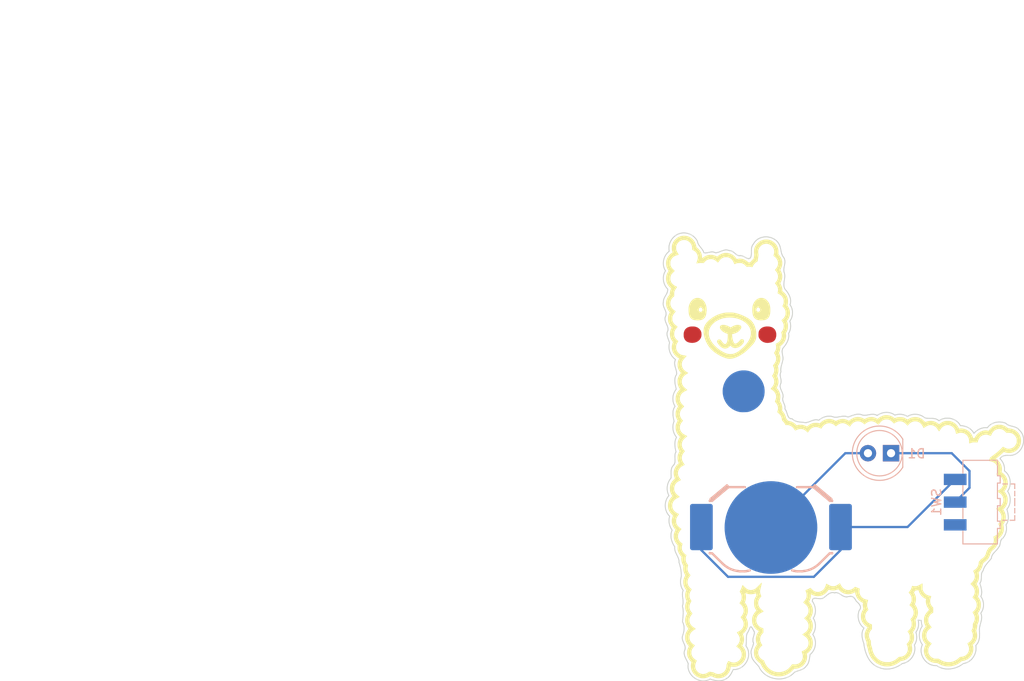
<source format=kicad_pcb>
(kicad_pcb (version 20171130) (host pcbnew 5.1.10)
  (layers (0 F.Cu signal) (31 B.Cu signal) (34 B.Paste user) (35 F.Paste user) (36 B.SilkS user) (37 F.SilkS user) (38 B.Mask user) (39 F.Mask user) (44 Edge.Cuts user))
  (net 0 "")
  (net 1 "Net-(BT1-Pad2)")
  (net 2 "Net-(BT1-Pad1)")
  (net 3 "Net-(D1-Pad1)")
  (net 4 "Net-(SW1-Pad3)")
  (module LOGO (layer F.Cu) (at 89.9668 48.8696)
    (fp_text reference G*** hide)
    (fp_text value LOGO hide)
    (fp_poly (pts (xy -10.524891 -9.478426) (xy -10.232185 -9.400167) (xy -9.949401 -9.282161) (xy -9.942348 -9.278627) (xy -9.673415 -9.1202) (xy -9.431453 -8.930321) (xy -9.218603 -8.711825) (xy -9.037004 -8.467546) (xy -8.888795 -8.200318) (xy -8.776117 -7.912976) (xy -8.707526 -7.64302) (xy -8.689876 -7.512834) (xy -8.679993 -7.355522) (xy -8.677845 -7.185567) (xy -8.683399 -7.017452) (xy -8.69662 -6.865659) (xy -8.709505 -6.781586) (xy -8.787935 -6.480668) (xy -8.903373 -6.197754) (xy -9.053383 -5.935475) (xy -9.235528 -5.696464) (xy -9.447373 -5.483353) (xy -9.68648 -5.298776) (xy -9.950415 -5.145363) (xy -10.23674 -5.025748) (xy -10.373927 -4.983179) (xy -10.461844 -4.960525) (xy -10.543868 -4.944305) (xy -10.631252 -4.933191) (xy -10.735248 -4.925859) (xy -10.867106 -4.920983) (xy -10.911417 -4.919857) (xy -11.09405 -4.918128) (xy -11.241361 -4.922739) (xy -11.359928 -4.933985) (xy -11.410767 -4.942241) (xy -11.670881 -5.009762) (xy -11.929549 -5.111422) (xy -12.177816 -5.24228) (xy -12.406724 -5.397395) (xy -12.607318 -5.571827) (xy -12.669045 -5.636379) (xy -12.864981 -5.882204) (xy -13.023908 -6.145038) (xy -13.145586 -6.421381) (xy -13.229773 -6.707734) (xy -13.276228 -7.000595) (xy -13.284709 -7.296465) (xy -13.254975 -7.591842) (xy -13.186785 -7.883228) (xy -13.079898 -8.16712) (xy -12.934072 -8.44002) (xy -12.869169 -8.538996) (xy -12.786491 -8.646178) (xy -12.680794 -8.764977) (xy -12.562419 -8.885158) (xy -12.44171 -8.996486) (xy -12.329009 -9.088726) (xy -12.274755 -9.127238) (xy -12.003043 -9.282232) (xy -11.718245 -9.398973) (xy -11.424196 -9.477212) (xy -11.124731 -9.5167) (xy -10.823685 -9.517188) (xy -10.524891 -9.478426)) (layer B.Cu) (width 0.01))
  )
  (module LOGO (layer F.Cu) (at 89.9668 48.8696)
    (fp_text reference G*** hide)
    (fp_text value LOGO hide)
  )
  (module LOGO (layer F.Cu) (at 0 0)
    (fp_text reference G*** hide)
    (fp_text value LOGO hide)
  )
  (module LOGO (layer F.Cu) (at 89.9668 48.8696)
    (fp_text reference G*** hide)
    (fp_text value LOGO hide)
    (fp_poly (pts (xy -8.164832 -14.340428) (xy -7.992072 -14.307076) (xy -7.842025 -14.248492) (xy -7.707483 -14.162224) (xy -7.63846 -14.103003) (xy -7.529974 -13.973029) (xy -7.451953 -13.816481) (xy -7.405522 -13.637302) (xy -7.391804 -13.439435) (xy -7.40381 -13.280017) (xy -7.442327 -13.093429) (xy -7.504875 -12.939574) (xy -7.593909 -12.814763) (xy -7.711885 -12.715307) (xy -7.819208 -12.65589) (xy -7.973353 -12.601434) (xy -8.150816 -12.56674) (xy -8.336794 -12.553161) (xy -8.516485 -12.56205) (xy -8.628637 -12.581886) (xy -8.816635 -12.647652) (xy -8.985095 -12.747037) (xy -9.128655 -12.87579) (xy -9.241954 -13.029658) (xy -9.277168 -13.096371) (xy -9.307407 -13.16304) (xy -9.327005 -13.218142) (xy -9.33822 -13.274288) (xy -9.343307 -13.344091) (xy -9.344524 -13.440162) (xy -9.344481 -13.472583) (xy -9.337247 -13.636016) (xy -9.314202 -13.769302) (xy -9.271925 -13.882772) (xy -9.206992 -13.986761) (xy -9.152283 -14.052755) (xy -9.021636 -14.172046) (xy -8.870887 -14.259892) (xy -8.696425 -14.317667) (xy -8.494638 -14.346742) (xy -8.367517 -14.351) (xy -8.164832 -14.340428)) (layer F.Cu) (width 0.01))
    (fp_poly (pts (xy -16.516999 -14.348287) (xy -16.378117 -14.33815) (xy -16.267324 -14.318554) (xy -16.083415 -14.251139) (xy -15.925995 -14.153108) (xy -15.797765 -14.027433) (xy -15.701423 -13.877083) (xy -15.639671 -13.705027) (xy -15.62225 -13.608963) (xy -15.615203 -13.404677) (xy -15.64732 -13.216336) (xy -15.718555 -13.044093) (xy -15.82886 -12.888099) (xy -15.853255 -12.861341) (xy -16.000878 -12.735481) (xy -16.173407 -12.641744) (xy -16.367093 -12.581091) (xy -16.578188 -12.554483) (xy -16.802944 -12.562882) (xy -16.935846 -12.583725) (xy -17.117904 -12.638293) (xy -17.270484 -12.723118) (xy -17.392836 -12.83736) (xy -17.484208 -12.980179) (xy -17.543847 -13.150736) (xy -17.566503 -13.288088) (xy -17.573235 -13.512479) (xy -17.546755 -13.712974) (xy -17.487782 -13.888401) (xy -17.397041 -14.037587) (xy -17.275253 -14.159362) (xy -17.123141 -14.252553) (xy -16.941425 -14.315989) (xy -16.9315 -14.318376) (xy -16.809385 -14.338396) (xy -16.665986 -14.348368) (xy -16.516999 -14.348287)) (layer F.Cu) (width 0.01))
  )
  (module LOGO (layer F.Cu) (at 89.9668 48.8696)
    (fp_text reference G*** hide)
    (fp_text value LOGO hide)
  )
  (module LOGO (layer F.Cu) (at 89.9668 48.8696)
    (fp_text reference G*** hide)
    (fp_text value LOGO hide)
  )
  (module LOGO (layer F.Cu) (at 0 0)
    (fp_text reference G*** hide)
    (fp_text value LOGO hide)
  )
  (module libraries:BAT-HLD-012-SMT (layer B.Cu) (at 81.9912 56.642 180)
    (fp_text reference BT1 hide)
    (fp_text value Battery_Cell)
    (pad 3 smd roundrect (at 7.65 0.05 90) (size 5.1 2.5) (layers B.Cu B.Paste B.Mask) (roundrect_rratio 0.1) (net 1 "Net-(BT1-Pad2)"))
    (pad 2 smd roundrect (at -7.65 0.05 90) (size 5.1 2.5) (layers B.Cu B.Paste B.Mask) (roundrect_rratio 0.1) (net 1 "Net-(BT1-Pad2)"))
    (pad 1 smd roundrect (at 0 0 180) (size 10.2 10.2) (layers B.Cu B.Paste B.Mask) (roundrect_rratio 0.5) (net 2 "Net-(BT1-Pad1)"))
  )
  (module LED_THT:LED_D5.0mm (layer B.Cu) (at 95.1992 48.4632 180)
    (fp_text reference D1 (at -2.794 -0.0508) (layer B.SilkS) (effects (justify mirror)))
    (fp_text value LED)
    (pad 1 thru_hole rect (at 0 0 180) (size 1.8 1.8) (drill 0.9) (layers *.Cu *.Mask) (net 3 "Net-(D1-Pad1)"))
    (pad 2 thru_hole circle (at 2.54 0 180) (size 1.8 1.8) (drill 0.9) (layers *.Cu *.Mask) (net 2 "Net-(BT1-Pad1)"))
  )
  (module Button_Switch_SMD:SW_SPDT_CK-JS102011SAQN (layer B.Cu) (at 105.0036 53.848 270)
    (fp_text reference SW1 (at 0 4.8 270) (layer B.SilkS) (effects (justify mirror)))
    (fp_text value SW_DPDT_x2)
    (pad 1 smd rect (at -2.5 2.75 270) (size 1.25 2.5) (layers B.Cu B.Paste B.Mask) (net 1 "Net-(BT1-Pad2)"))
    (pad 2 smd rect (at 0 2.75 270) (size 1.25 2.5) (layers B.Cu B.Paste B.Mask) (net 3 "Net-(D1-Pad1)"))
    (pad 3 smd rect (at 2.5 2.75 270) (size 1.25 2.5) (layers B.Cu B.Paste B.Mask) (net 4 "Net-(SW1-Pad3)"))
    (pad "" np_thru_hole circle (at -3.4 0 270) (size 0.9 0.9) (drill 0.9) (layers *.Cu *.Mask))
    (pad "" np_thru_hole circle (at 3.4 0 270) (size 0.9 0.9) (drill 0.9) (layers *.Cu *.Mask))
  )
  (gr_line (start 72.442584 24.220255) (end 72.320108 24.223356) (layer Edge.Cuts) (width 0.1))
  (gr_line (start 72.320108 24.223356) (end 72.227928 24.229358) (layer Edge.Cuts) (width 0.1))
  (gr_line (start 72.227928 24.229358) (end 72.137334 24.241073) (layer Edge.Cuts) (width 0.1))
  (gr_line (start 72.137334 24.241073) (end 72.048461 24.258298) (layer Edge.Cuts) (width 0.1))
  (gr_line (start 72.048461 24.258298) (end 71.961466 24.280828) (layer Edge.Cuts) (width 0.1))
  (gr_line (start 71.961466 24.280828) (end 71.876455 24.308456) (layer Edge.Cuts) (width 0.1))
  (gr_line (start 71.876455 24.308456) (end 71.793588 24.34098) (layer Edge.Cuts) (width 0.1))
  (gr_line (start 71.793588 24.34098) (end 71.712943 24.378192) (layer Edge.Cuts) (width 0.1))
  (gr_line (start 71.712943 24.378192) (end 71.63468 24.419889) (layer Edge.Cuts) (width 0.1))
  (gr_line (start 71.63468 24.419889) (end 71.558929 24.465865) (layer Edge.Cuts) (width 0.1))
  (gr_line (start 71.558929 24.465865) (end 71.485825 24.515916) (layer Edge.Cuts) (width 0.1))
  (gr_line (start 71.485825 24.515916) (end 71.415473 24.569837) (layer Edge.Cuts) (width 0.1))
  (gr_line (start 71.415473 24.569837) (end 71.34803 24.627422) (layer Edge.Cuts) (width 0.1))
  (gr_line (start 71.34803 24.627422) (end 71.283604 24.688467) (layer Edge.Cuts) (width 0.1))
  (gr_line (start 71.283604 24.688467) (end 71.222327 24.752766) (layer Edge.Cuts) (width 0.1))
  (gr_line (start 71.222327 24.752766) (end 71.164357 24.820116) (layer Edge.Cuts) (width 0.1))
  (gr_line (start 71.164357 24.820116) (end 71.109773 24.89031) (layer Edge.Cuts) (width 0.1))
  (gr_line (start 71.109773 24.89031) (end 71.058762 24.963142) (layer Edge.Cuts) (width 0.1))
  (gr_line (start 71.058762 24.963142) (end 71.011401 25.03841) (layer Edge.Cuts) (width 0.1))
  (gr_line (start 71.011401 25.03841) (end 70.967851 25.115909) (layer Edge.Cuts) (width 0.1))
  (gr_line (start 70.967851 25.115909) (end 70.928243 25.195432) (layer Edge.Cuts) (width 0.1))
  (gr_line (start 70.928243 25.195432) (end 70.892683 25.276776) (layer Edge.Cuts) (width 0.1))
  (gr_line (start 70.892683 25.276776) (end 70.861303 25.359736) (layer Edge.Cuts) (width 0.1))
  (gr_line (start 70.861303 25.359736) (end 70.834263 25.444103) (layer Edge.Cuts) (width 0.1))
  (gr_line (start 70.834263 25.444103) (end 70.811668 25.529677) (layer Edge.Cuts) (width 0.1))
  (gr_line (start 70.811668 25.529677) (end 70.793623 25.616249) (layer Edge.Cuts) (width 0.1))
  (gr_line (start 70.793623 25.616249) (end 70.780315 25.703617) (layer Edge.Cuts) (width 0.1))
  (gr_line (start 70.780315 25.703617) (end 70.771848 25.791578) (layer Edge.Cuts) (width 0.1))
  (gr_line (start 70.771848 25.791578) (end 70.768329 25.879922) (layer Edge.Cuts) (width 0.1))
  (gr_line (start 70.768329 25.879922) (end 70.769916 25.968446) (layer Edge.Cuts) (width 0.1))
  (gr_line (start 70.769916 25.968446) (end 70.776716 26.056944) (layer Edge.Cuts) (width 0.1))
  (gr_line (start 70.776716 26.056944) (end 70.788887 26.145214) (layer Edge.Cuts) (width 0.1))
  (gr_line (start 70.788887 26.145214) (end 70.806508 26.23305) (layer Edge.Cuts) (width 0.1))
  (gr_line (start 70.806508 26.23305) (end 70.746686 26.278746) (layer Edge.Cuts) (width 0.1))
  (gr_line (start 70.746686 26.278746) (end 70.68943 26.32743) (layer Edge.Cuts) (width 0.1))
  (gr_line (start 70.68943 26.32743) (end 70.582883 26.433115) (layer Edge.Cuts) (width 0.1))
  (gr_line (start 70.582883 26.433115) (end 70.487236 26.548835) (layer Edge.Cuts) (width 0.1))
  (gr_line (start 70.487236 26.548835) (end 70.402834 26.673316) (layer Edge.Cuts) (width 0.1))
  (gr_line (start 70.402834 26.673316) (end 70.330047 26.805288) (layer Edge.Cuts) (width 0.1))
  (gr_line (start 70.330047 26.805288) (end 70.269193 26.943471) (layer Edge.Cuts) (width 0.1))
  (gr_line (start 70.269193 26.943471) (end 70.220669 27.086603) (layer Edge.Cuts) (width 0.1))
  (gr_line (start 70.220669 27.086603) (end 70.184765 27.233393) (layer Edge.Cuts) (width 0.1))
  (gr_line (start 70.184765 27.233393) (end 70.161852 27.382565) (layer Edge.Cuts) (width 0.1))
  (gr_line (start 70.161852 27.382565) (end 70.152274 27.532875) (layer Edge.Cuts) (width 0.1))
  (gr_line (start 70.152274 27.532875) (end 70.156401 27.683026) (layer Edge.Cuts) (width 0.1))
  (gr_line (start 70.156401 27.683026) (end 70.174578 27.831748) (layer Edge.Cuts) (width 0.1))
  (gr_line (start 70.174578 27.831748) (end 70.207148 27.977771) (layer Edge.Cuts) (width 0.1))
  (gr_line (start 70.207148 27.977771) (end 70.254456 28.119826) (layer Edge.Cuts) (width 0.1))
  (gr_line (start 70.254456 28.119826) (end 70.283719 28.188961) (layer Edge.Cuts) (width 0.1))
  (gr_line (start 70.283719 28.188961) (end 70.316845 28.256642) (layer Edge.Cuts) (width 0.1))
  (gr_line (start 70.316845 28.256642) (end 70.353807 28.322682) (layer Edge.Cuts) (width 0.1))
  (gr_line (start 70.353807 28.322682) (end 70.394658 28.386922) (layer Edge.Cuts) (width 0.1))
  (gr_line (start 70.394658 28.386922) (end 70.323803 28.504477) (layer Edge.Cuts) (width 0.1))
  (gr_line (start 70.323803 28.504477) (end 70.26541 28.627719) (layer Edge.Cuts) (width 0.1))
  (gr_line (start 70.26541 28.627719) (end 70.219293 28.755645) (layer Edge.Cuts) (width 0.1))
  (gr_line (start 70.219293 28.755645) (end 70.185188 28.887302) (layer Edge.Cuts) (width 0.1))
  (gr_line (start 70.185188 28.887302) (end 70.162884 29.021657) (layer Edge.Cuts) (width 0.1))
  (gr_line (start 70.162884 29.021657) (end 70.152221 29.157811) (layer Edge.Cuts) (width 0.1))
  (gr_line (start 70.152221 29.157811) (end 70.152935 29.294707) (layer Edge.Cuts) (width 0.1))
  (gr_line (start 70.152935 29.294707) (end 70.164815 29.431417) (layer Edge.Cuts) (width 0.1))
  (gr_line (start 70.164815 29.431417) (end 70.187675 29.566963) (layer Edge.Cuts) (width 0.1))
  (gr_line (start 70.187675 29.566963) (end 70.221251 29.700365) (layer Edge.Cuts) (width 0.1))
  (gr_line (start 70.221251 29.700365) (end 70.265383 29.83062) (layer Edge.Cuts) (width 0.1))
  (gr_line (start 70.265383 29.83062) (end 70.319834 29.956773) (layer Edge.Cuts) (width 0.1))
  (gr_line (start 70.319834 29.956773) (end 70.384393 30.077846) (layer Edge.Cuts) (width 0.1))
  (gr_line (start 70.384393 30.077846) (end 70.45882 30.192834) (layer Edge.Cuts) (width 0.1))
  (gr_line (start 70.45882 30.192834) (end 70.542931 30.30081) (layer Edge.Cuts) (width 0.1))
  (gr_line (start 70.542931 30.30081) (end 70.636514 30.400743) (layer Edge.Cuts) (width 0.1))
  (gr_line (start 70.636514 30.400743) (end 70.636937 30.503454) (layer Edge.Cuts) (width 0.1))
  (gr_line (start 70.636937 30.503454) (end 70.625639 30.600847) (layer Edge.Cuts) (width 0.1))
  (gr_line (start 70.625639 30.600847) (end 70.604235 30.693716) (layer Edge.Cuts) (width 0.1))
  (gr_line (start 70.604235 30.693716) (end 70.57439 30.782801) (layer Edge.Cuts) (width 0.1))
  (gr_line (start 70.57439 30.782801) (end 70.537745 30.868923) (layer Edge.Cuts) (width 0.1))
  (gr_line (start 70.537745 30.868923) (end 70.495914 30.952795) (layer Edge.Cuts) (width 0.1))
  (gr_line (start 70.495914 30.952795) (end 70.40339 31.116943) (layer Edge.Cuts) (width 0.1))
  (gr_line (start 70.40339 31.116943) (end 70.310018 31.281434) (layer Edge.Cuts) (width 0.1))
  (gr_line (start 70.310018 31.281434) (end 70.267129 31.365704) (layer Edge.Cuts) (width 0.1))
  (gr_line (start 70.267129 31.365704) (end 70.22895 31.452408) (layer Edge.Cuts) (width 0.1))
  (gr_line (start 70.22895 31.452408) (end 70.197147 31.542233) (layer Edge.Cuts) (width 0.1))
  (gr_line (start 70.197147 31.542233) (end 70.173361 31.636002) (layer Edge.Cuts) (width 0.1))
  (gr_line (start 70.173361 31.636002) (end 70.159232 31.734453) (layer Edge.Cuts) (width 0.1))
  (gr_line (start 70.159232 31.734453) (end 70.156428 31.838381) (layer Edge.Cuts) (width 0.1))
  (gr_line (start 70.156428 31.838381) (end 70.145051 31.8936) (layer Edge.Cuts) (width 0.1))
  (gr_line (start 70.145051 31.8936) (end 70.138172 31.947971) (layer Edge.Cuts) (width 0.1))
  (gr_line (start 70.138172 31.947971) (end 70.136478 32.05436) (layer Edge.Cuts) (width 0.1))
  (gr_line (start 70.136478 32.05436) (end 70.148728 32.157945) (layer Edge.Cuts) (width 0.1))
  (gr_line (start 70.148728 32.157945) (end 70.172303 32.259121) (layer Edge.Cuts) (width 0.1))
  (gr_line (start 70.172303 32.259121) (end 70.204555 32.358313) (layer Edge.Cuts) (width 0.1))
  (gr_line (start 70.204555 32.358313) (end 70.242867 32.455944) (layer Edge.Cuts) (width 0.1))
  (gr_line (start 70.242867 32.455944) (end 70.32719 32.648111) (layer Edge.Cuts) (width 0.1))
  (gr_line (start 70.32719 32.648111) (end 70.367935 32.743493) (layer Edge.Cuts) (width 0.1))
  (gr_line (start 70.367935 32.743493) (end 70.40421 32.838955) (layer Edge.Cuts) (width 0.1))
  (gr_line (start 70.40421 32.838955) (end 70.43342 32.934893) (layer Edge.Cuts) (width 0.1))
  (gr_line (start 70.43342 32.934893) (end 70.45292 33.031703) (layer Edge.Cuts) (width 0.1))
  (gr_line (start 70.45292 33.031703) (end 70.460063 33.129864) (layer Edge.Cuts) (width 0.1))
  (gr_line (start 70.460063 33.129864) (end 70.458211 33.179552) (layer Edge.Cuts) (width 0.1))
  (gr_line (start 70.458211 33.179552) (end 70.452258 33.229717) (layer Edge.Cuts) (width 0.1))
  (gr_line (start 70.452258 33.229717) (end 70.441913 33.280411) (layer Edge.Cuts) (width 0.1))
  (gr_line (start 70.441913 33.280411) (end 70.426858 33.331688) (layer Edge.Cuts) (width 0.1))
  (gr_line (start 70.426858 33.331688) (end 70.406723 33.383625) (layer Edge.Cuts) (width 0.1))
  (gr_line (start 70.406723 33.383625) (end 70.381218 33.436224) (layer Edge.Cuts) (width 0.1))
  (gr_line (start 70.381218 33.436224) (end 70.363861 33.494486) (layer Edge.Cuts) (width 0.1))
  (gr_line (start 70.363861 33.494486) (end 70.351664 33.551874) (layer Edge.Cuts) (width 0.1))
  (gr_line (start 70.351664 33.551874) (end 70.344335 33.608415) (layer Edge.Cuts) (width 0.1))
  (gr_line (start 70.344335 33.608415) (end 70.341424 33.664163) (layer Edge.Cuts) (width 0.1))
  (gr_line (start 70.341424 33.664163) (end 70.347589 33.773515) (layer Edge.Cuts) (width 0.1))
  (gr_line (start 70.347589 33.773515) (end 70.367221 33.880353) (layer Edge.Cuts) (width 0.1))
  (gr_line (start 70.367221 33.880353) (end 70.39741 33.985102) (layer Edge.Cuts) (width 0.1))
  (gr_line (start 70.39741 33.985102) (end 70.435245 34.088157) (layer Edge.Cuts) (width 0.1))
  (gr_line (start 70.435245 34.088157) (end 70.522134 34.290907) (layer Edge.Cuts) (width 0.1))
  (gr_line (start 70.522134 34.290907) (end 70.565367 34.391395) (layer Edge.Cuts) (width 0.1))
  (gr_line (start 70.565367 34.391395) (end 70.604552 34.491884) (layer Edge.Cuts) (width 0.1))
  (gr_line (start 70.604552 34.491884) (end 70.636805 34.59277) (layer Edge.Cuts) (width 0.1))
  (gr_line (start 70.636805 34.59277) (end 70.659162 34.694475) (layer Edge.Cuts) (width 0.1))
  (gr_line (start 70.659162 34.694475) (end 70.66874 34.797398) (layer Edge.Cuts) (width 0.1))
  (gr_line (start 70.66874 34.797398) (end 70.667814 34.849468) (layer Edge.Cuts) (width 0.1))
  (gr_line (start 70.667814 34.849468) (end 70.662602 34.901988) (layer Edge.Cuts) (width 0.1))
  (gr_line (start 70.662602 34.901988) (end 70.652733 34.955037) (layer Edge.Cuts) (width 0.1))
  (gr_line (start 70.652733 34.955037) (end 70.637837 35.008641) (layer Edge.Cuts) (width 0.1))
  (gr_line (start 70.637837 35.008641) (end 70.61757 35.062854) (layer Edge.Cuts) (width 0.1))
  (gr_line (start 70.61757 35.062854) (end 70.591535 35.117755) (layer Edge.Cuts) (width 0.1))
  (gr_line (start 70.591535 35.117755) (end 70.573728 35.195701) (layer Edge.Cuts) (width 0.1))
  (gr_line (start 70.573728 35.195701) (end 70.564415 35.27423) (layer Edge.Cuts) (width 0.1))
  (gr_line (start 70.564415 35.27423) (end 70.562721 35.353155) (layer Edge.Cuts) (width 0.1))
  (gr_line (start 70.562721 35.353155) (end 70.567775 35.432239) (layer Edge.Cuts) (width 0.1))
  (gr_line (start 70.567775 35.432239) (end 70.578702 35.51127) (layer Edge.Cuts) (width 0.1))
  (gr_line (start 70.578702 35.51127) (end 70.59463 35.590009) (layer Edge.Cuts) (width 0.1))
  (gr_line (start 70.59463 35.590009) (end 70.638048 35.745769) (layer Edge.Cuts) (width 0.1))
  (gr_line (start 70.638048 35.745769) (end 70.691071 35.897746) (layer Edge.Cuts) (width 0.1))
  (gr_line (start 70.691071 35.897746) (end 70.746713 36.04414) (layer Edge.Cuts) (width 0.1))
  (gr_line (start 70.746713 36.04414) (end 70.798015 36.183152) (layer Edge.Cuts) (width 0.1))
  (gr_line (start 70.798015 36.183152) (end 70.838047 36.313035) (layer Edge.Cuts) (width 0.1))
  (gr_line (start 70.838047 36.313035) (end 70.806985 36.441385) (layer Edge.Cuts) (width 0.1))
  (gr_line (start 70.806985 36.441385) (end 70.786797 36.571163) (layer Edge.Cuts) (width 0.1))
  (gr_line (start 70.786797 36.571163) (end 70.777245 36.701655) (layer Edge.Cuts) (width 0.1))
  (gr_line (start 70.777245 36.701655) (end 70.778039 36.832174) (layer Edge.Cuts) (width 0.1))
  (gr_line (start 70.778039 36.832174) (end 70.788887 36.962084) (layer Edge.Cuts) (width 0.1))
  (gr_line (start 70.788887 36.962084) (end 70.809551 37.090645) (layer Edge.Cuts) (width 0.1))
  (gr_line (start 70.809551 37.090645) (end 70.839766 37.217248) (layer Edge.Cuts) (width 0.1))
  (gr_line (start 70.839766 37.217248) (end 70.879216 37.341178) (layer Edge.Cuts) (width 0.1))
  (gr_line (start 70.879216 37.341178) (end 70.927661 37.461722) (layer Edge.Cuts) (width 0.1))
  (gr_line (start 70.927661 37.461722) (end 70.984837 37.578271) (layer Edge.Cuts) (width 0.1))
  (gr_line (start 70.984837 37.578271) (end 71.050454 37.690084) (layer Edge.Cuts) (width 0.1))
  (gr_line (start 71.050454 37.690084) (end 71.124272 37.796526) (layer Edge.Cuts) (width 0.1))
  (gr_line (start 71.124272 37.796526) (end 71.205976 37.896909) (layer Edge.Cuts) (width 0.1))
  (gr_line (start 71.205976 37.896909) (end 71.295325 37.990518) (layer Edge.Cuts) (width 0.1))
  (gr_line (start 71.295325 37.990518) (end 71.392057 38.076693) (layer Edge.Cuts) (width 0.1))
  (gr_line (start 71.392057 38.076693) (end 71.495879 38.154798) (layer Edge.Cuts) (width 0.1))
  (gr_line (start 71.495879 38.154798) (end 71.46913 38.208164) (layer Edge.Cuts) (width 0.1))
  (gr_line (start 71.46913 38.208164) (end 71.446984 38.261716) (layer Edge.Cuts) (width 0.1))
  (gr_line (start 71.446984 38.261716) (end 71.429151 38.315347) (layer Edge.Cuts) (width 0.1))
  (gr_line (start 71.429151 38.315347) (end 71.415393 38.369057) (layer Edge.Cuts) (width 0.1))
  (gr_line (start 71.415393 38.369057) (end 71.399015 38.476663) (layer Edge.Cuts) (width 0.1))
  (gr_line (start 71.399015 38.476663) (end 71.395761 38.584295) (layer Edge.Cuts) (width 0.1))
  (gr_line (start 71.395761 38.584295) (end 71.403487 38.691742) (layer Edge.Cuts) (width 0.1))
  (gr_line (start 71.403487 38.691742) (end 71.420103 38.798793) (layer Edge.Cuts) (width 0.1))
  (gr_line (start 71.420103 38.798793) (end 71.443492 38.905234) (layer Edge.Cuts) (width 0.1))
  (gr_line (start 71.443492 38.905234) (end 71.471538 39.010856) (layer Edge.Cuts) (width 0.1))
  (gr_line (start 71.471538 39.010856) (end 71.533238 39.218765) (layer Edge.Cuts) (width 0.1))
  (gr_line (start 71.533238 39.218765) (end 71.588298 39.420854) (layer Edge.Cuts) (width 0.1))
  (gr_line (start 71.588298 39.420854) (end 71.608089 39.519173) (layer Edge.Cuts) (width 0.1))
  (gr_line (start 71.608089 39.519173) (end 71.619889 39.615375) (layer Edge.Cuts) (width 0.1))
  (gr_line (start 71.619889 39.615375) (end 71.621609 39.709302) (layer Edge.Cuts) (width 0.1))
  (gr_line (start 71.621609 39.709302) (end 71.611132 39.800689) (layer Edge.Cuts) (width 0.1))
  (gr_line (start 71.611132 39.800689) (end 71.551257 39.893769) (layer Edge.Cuts) (width 0.1))
  (gr_line (start 71.551257 39.893769) (end 71.503684 39.990157) (layer Edge.Cuts) (width 0.1))
  (gr_line (start 71.503684 39.990157) (end 71.46741 40.089376) (layer Edge.Cuts) (width 0.1))
  (gr_line (start 71.46741 40.089376) (end 71.441455 40.190923) (layer Edge.Cuts) (width 0.1))
  (gr_line (start 71.441455 40.190923) (end 71.424812 40.294348) (layer Edge.Cuts) (width 0.1))
  (gr_line (start 71.424812 40.294348) (end 71.416531 40.399123) (layer Edge.Cuts) (width 0.1))
  (gr_line (start 71.416531 40.399123) (end 71.415552 40.504797) (layer Edge.Cuts) (width 0.1))
  (gr_line (start 71.415552 40.504797) (end 71.420949 40.610869) (layer Edge.Cuts) (width 0.1))
  (gr_line (start 71.420949 40.610869) (end 71.431718 40.716887) (layer Edge.Cuts) (width 0.1))
  (gr_line (start 71.431718 40.716887) (end 71.446879 40.822376) (layer Edge.Cuts) (width 0.1))
  (gr_line (start 71.446879 40.822376) (end 71.486381 41.029704) (layer Edge.Cuts) (width 0.1))
  (gr_line (start 71.486381 41.029704) (end 71.574434 41.416603) (layer Edge.Cuts) (width 0.1))
  (gr_line (start 71.574434 41.416603) (end 71.496964 41.51688) (layer Edge.Cuts) (width 0.1))
  (gr_line (start 71.496964 41.51688) (end 71.428252 41.623163) (layer Edge.Cuts) (width 0.1))
  (gr_line (start 71.428252 41.623163) (end 71.36843 41.734711) (layer Edge.Cuts) (width 0.1))
  (gr_line (start 71.36843 41.734711) (end 71.317603 41.850678) (layer Edge.Cuts) (width 0.1))
  (gr_line (start 71.317603 41.850678) (end 71.275852 41.970323) (layer Edge.Cuts) (width 0.1))
  (gr_line (start 71.275852 41.970323) (end 71.243282 42.092825) (layer Edge.Cuts) (width 0.1))
  (gr_line (start 71.243282 42.092825) (end 71.219999 42.217417) (layer Edge.Cuts) (width 0.1))
  (gr_line (start 71.219999 42.217417) (end 71.206108 42.343332) (layer Edge.Cuts) (width 0.1))
  (gr_line (start 71.206108 42.343332) (end 71.201689 42.469749) (layer Edge.Cuts) (width 0.1))
  (gr_line (start 71.201689 42.469749) (end 71.206902 42.595929) (layer Edge.Cuts) (width 0.1))
  (gr_line (start 71.206902 42.595929) (end 71.221771 42.721024) (layer Edge.Cuts) (width 0.1))
  (gr_line (start 71.221771 42.721024) (end 71.246457 42.844293) (layer Edge.Cuts) (width 0.1))
  (gr_line (start 71.246457 42.844293) (end 71.281064 42.964943) (layer Edge.Cuts) (width 0.1))
  (gr_line (start 71.281064 42.964943) (end 71.325647 43.08218) (layer Edge.Cuts) (width 0.1))
  (gr_line (start 71.325647 43.08218) (end 71.380336 43.195236) (layer Edge.Cuts) (width 0.1))
  (gr_line (start 71.380336 43.195236) (end 71.445238 43.303292) (layer Edge.Cuts) (width 0.1))
  (gr_line (start 71.445238 43.303292) (end 71.382109 43.394308) (layer Edge.Cuts) (width 0.1))
  (gr_line (start 71.382109 43.394308) (end 71.330144 43.489823) (layer Edge.Cuts) (width 0.1))
  (gr_line (start 71.330144 43.489823) (end 71.288605 43.5892) (layer Edge.Cuts) (width 0.1))
  (gr_line (start 71.288605 43.5892) (end 71.256696 43.691858) (layer Edge.Cuts) (width 0.1))
  (gr_line (start 71.256696 43.691858) (end 71.233625 43.797136) (layer Edge.Cuts) (width 0.1))
  (gr_line (start 71.233625 43.797136) (end 71.21857 43.904451) (layer Edge.Cuts) (width 0.1))
  (gr_line (start 71.21857 43.904451) (end 71.210818 44.013115) (layer Edge.Cuts) (width 0.1))
  (gr_line (start 71.210818 44.013115) (end 71.209521 44.12252) (layer Edge.Cuts) (width 0.1))
  (gr_line (start 71.209521 44.12252) (end 71.213913 44.232084) (layer Edge.Cuts) (width 0.1))
  (gr_line (start 71.213913 44.232084) (end 71.2232 44.341119) (layer Edge.Cuts) (width 0.1))
  (gr_line (start 71.2232 44.341119) (end 71.25331 44.555193) (layer Edge.Cuts) (width 0.1))
  (gr_line (start 71.25331 44.555193) (end 71.293606 44.759715) (layer Edge.Cuts) (width 0.1))
  (gr_line (start 71.293606 44.759715) (end 71.337764 44.949712) (layer Edge.Cuts) (width 0.1))
  (gr_line (start 71.337764 44.949712) (end 71.293976 45.059726) (layer Edge.Cuts) (width 0.1))
  (gr_line (start 71.293976 45.059726) (end 71.258866 45.172042) (layer Edge.Cuts) (width 0.1))
  (gr_line (start 71.258866 45.172042) (end 71.232328 45.286183) (layer Edge.Cuts) (width 0.1))
  (gr_line (start 71.232328 45.286183) (end 71.214204 45.401647) (layer Edge.Cuts) (width 0.1))
  (gr_line (start 71.214204 45.401647) (end 71.204388 45.517984) (layer Edge.Cuts) (width 0.1))
  (gr_line (start 71.204388 45.517984) (end 71.202748 45.634665) (layer Edge.Cuts) (width 0.1))
  (gr_line (start 71.202748 45.634665) (end 71.209151 45.75124) (layer Edge.Cuts) (width 0.1))
  (gr_line (start 71.209151 45.75124) (end 71.223465 45.867154) (layer Edge.Cuts) (width 0.1))
  (gr_line (start 71.223465 45.867154) (end 71.245557 45.981983) (layer Edge.Cuts) (width 0.1))
  (gr_line (start 71.245557 45.981983) (end 71.275323 46.095198) (layer Edge.Cuts) (width 0.1))
  (gr_line (start 71.275323 46.095198) (end 71.312603 46.206323) (layer Edge.Cuts) (width 0.1))
  (gr_line (start 71.312603 46.206323) (end 71.357291 46.314855) (layer Edge.Cuts) (width 0.1))
  (gr_line (start 71.357291 46.314855) (end 71.409255 46.420344) (layer Edge.Cuts) (width 0.1))
  (gr_line (start 71.409255 46.420344) (end 71.468363 46.522235) (layer Edge.Cuts) (width 0.1))
  (gr_line (start 71.468363 46.522235) (end 71.534482 46.620104) (layer Edge.Cuts) (width 0.1))
  (gr_line (start 71.534482 46.620104) (end 71.607507 46.713423) (layer Edge.Cuts) (width 0.1))
  (gr_line (start 71.607507 46.713423) (end 71.556628 46.807164) (layer Edge.Cuts) (width 0.1))
  (gr_line (start 71.556628 46.807164) (end 71.51485 46.90379) (layer Edge.Cuts) (width 0.1))
  (gr_line (start 71.51485 46.90379) (end 71.481592 47.00285) (layer Edge.Cuts) (width 0.1))
  (gr_line (start 71.481592 47.00285) (end 71.456245 47.103868) (layer Edge.Cuts) (width 0.1))
  (gr_line (start 71.456245 47.103868) (end 71.438174 47.206473) (layer Edge.Cuts) (width 0.1))
  (gr_line (start 71.438174 47.206473) (end 71.426823 47.31019) (layer Edge.Cuts) (width 0.1))
  (gr_line (start 71.426823 47.31019) (end 71.421558 47.414594) (layer Edge.Cuts) (width 0.1))
  (gr_line (start 71.421558 47.414594) (end 71.42177 47.519237) (layer Edge.Cuts) (width 0.1))
  (gr_line (start 71.42177 47.519237) (end 71.42685 47.623694) (layer Edge.Cuts) (width 0.1))
  (gr_line (start 71.42685 47.623694) (end 71.436242 47.727516) (layer Edge.Cuts) (width 0.1))
  (gr_line (start 71.436242 47.727516) (end 71.465426 47.931536) (layer Edge.Cuts) (width 0.1))
  (gr_line (start 71.465426 47.931536) (end 71.504478 48.127804) (layer Edge.Cuts) (width 0.1))
  (gr_line (start 71.504478 48.127804) (end 71.548584 48.3128) (layer Edge.Cuts) (width 0.1))
  (gr_line (start 71.548584 48.3128) (end 71.521173 48.36106) (layer Edge.Cuts) (width 0.1))
  (gr_line (start 71.521173 48.36106) (end 71.497943 48.409876) (layer Edge.Cuts) (width 0.1))
  (gr_line (start 71.497943 48.409876) (end 71.462806 48.508962) (layer Edge.Cuts) (width 0.1))
  (gr_line (start 71.462806 48.508962) (end 71.440687 48.609636) (layer Edge.Cuts) (width 0.1))
  (gr_line (start 71.440687 48.609636) (end 71.429099 48.711421) (layer Edge.Cuts) (width 0.1))
  (gr_line (start 71.429099 48.711421) (end 71.425553 48.813894) (layer Edge.Cuts) (width 0.1))
  (gr_line (start 71.425553 48.813894) (end 71.427564 48.916605) (layer Edge.Cuts) (width 0.1))
  (gr_line (start 71.427564 48.916605) (end 71.438306 49.120969) (layer Edge.Cuts) (width 0.1))
  (gr_line (start 71.438306 49.120969) (end 71.44209 49.221749) (layer Edge.Cuts) (width 0.1))
  (gr_line (start 71.44209 49.221749) (end 71.441481 49.320968) (layer Edge.Cuts) (width 0.1))
  (gr_line (start 71.441481 49.320968) (end 71.433993 49.418202) (layer Edge.Cuts) (width 0.1))
  (gr_line (start 71.433993 49.418202) (end 71.417166 49.513002) (layer Edge.Cuts) (width 0.1))
  (gr_line (start 71.417166 49.513002) (end 71.388485 49.604918) (layer Edge.Cuts) (width 0.1))
  (gr_line (start 71.388485 49.604918) (end 71.368906 49.649659) (layer Edge.Cuts) (width 0.1))
  (gr_line (start 71.368906 49.649659) (end 71.345464 49.693527) (layer Edge.Cuts) (width 0.1))
  (gr_line (start 71.345464 49.693527) (end 71.317788 49.736442) (layer Edge.Cuts) (width 0.1))
  (gr_line (start 71.317788 49.736442) (end 71.285615 49.778352) (layer Edge.Cuts) (width 0.1))
  (gr_line (start 71.285615 49.778352) (end 71.248626 49.819204) (layer Edge.Cuts) (width 0.1))
  (gr_line (start 71.248626 49.819204) (end 71.206505 49.858971) (layer Edge.Cuts) (width 0.1))
  (gr_line (start 71.206505 49.858971) (end 71.153562 49.932498) (layer Edge.Cuts) (width 0.1))
  (gr_line (start 71.153562 49.932498) (end 71.110646 50.009995) (layer Edge.Cuts) (width 0.1))
  (gr_line (start 71.110646 50.009995) (end 71.076727 50.090851) (layer Edge.Cuts) (width 0.1))
  (gr_line (start 71.076727 50.090851) (end 71.050851 50.174565) (layer Edge.Cuts) (width 0.1))
  (gr_line (start 71.050851 50.174565) (end 71.031986 50.260555) (layer Edge.Cuts) (width 0.1))
  (gr_line (start 71.031986 50.260555) (end 71.019154 50.34829) (layer Edge.Cuts) (width 0.1))
  (gr_line (start 71.019154 50.34829) (end 71.011322 50.43719) (layer Edge.Cuts) (width 0.1))
  (gr_line (start 71.011322 50.43719) (end 71.007538 50.526725) (layer Edge.Cuts) (width 0.1))
  (gr_line (start 71.007538 50.526725) (end 71.007988 50.705477) (layer Edge.Cuts) (width 0.1))
  (gr_line (start 71.007988 50.705477) (end 71.012539 50.880023) (layer Edge.Cuts) (width 0.1))
  (gr_line (start 71.012539 50.880023) (end 71.013148 51.046181) (layer Edge.Cuts) (width 0.1))
  (gr_line (start 71.013148 51.046181) (end 71.009496 51.124762) (layer Edge.Cuts) (width 0.1))
  (gr_line (start 71.009496 51.124762) (end 71.00185 51.199375) (layer Edge.Cuts) (width 0.1))
  (gr_line (start 71.00185 51.199375) (end 70.919326 51.301504) (layer Edge.Cuts) (width 0.1))
  (gr_line (start 70.919326 51.301504) (end 70.845428 51.408924) (layer Edge.Cuts) (width 0.1))
  (gr_line (start 70.845428 51.408924) (end 70.780235 51.521107) (layer Edge.Cuts) (width 0.1))
  (gr_line (start 70.780235 51.521107) (end 70.723826 51.637259) (layer Edge.Cuts) (width 0.1))
  (gr_line (start 70.723826 51.637259) (end 70.676333 51.756851) (layer Edge.Cuts) (width 0.1))
  (gr_line (start 70.676333 51.756851) (end 70.637837 51.879353) (layer Edge.Cuts) (width 0.1))
  (gr_line (start 70.637837 51.879353) (end 70.608415 52.004236) (layer Edge.Cuts) (width 0.1))
  (gr_line (start 70.608415 52.004236) (end 70.588174 52.130707) (layer Edge.Cuts) (width 0.1))
  (gr_line (start 70.588174 52.130707) (end 70.577194 52.258236) (layer Edge.Cuts) (width 0.1))
  (gr_line (start 70.577194 52.258236) (end 70.57558 52.386029) (layer Edge.Cuts) (width 0.1))
  (gr_line (start 70.57558 52.386029) (end 70.583438 52.513823) (layer Edge.Cuts) (width 0.1))
  (gr_line (start 70.583438 52.513823) (end 70.600821 52.640558) (layer Edge.Cuts) (width 0.1))
  (gr_line (start 70.600821 52.640558) (end 70.627862 52.76597) (layer Edge.Cuts) (width 0.1))
  (gr_line (start 70.627862 52.76597) (end 70.664639 52.889531) (layer Edge.Cuts) (width 0.1))
  (gr_line (start 70.664639 52.889531) (end 70.711232 53.010181) (layer Edge.Cuts) (width 0.1))
  (gr_line (start 70.711232 53.010181) (end 70.767773 53.127391) (layer Edge.Cuts) (width 0.1))
  (gr_line (start 70.767773 53.127391) (end 70.716577 53.188774) (layer Edge.Cuts) (width 0.1))
  (gr_line (start 70.716577 53.188774) (end 70.668846 53.252274) (layer Edge.Cuts) (width 0.1))
  (gr_line (start 70.668846 53.252274) (end 70.583756 53.385095) (layer Edge.Cuts) (width 0.1))
  (gr_line (start 70.583756 53.385095) (end 70.51253 53.525059) (layer Edge.Cuts) (width 0.1))
  (gr_line (start 70.51253 53.525059) (end 70.455169 53.67058) (layer Edge.Cuts) (width 0.1))
  (gr_line (start 70.455169 53.67058) (end 70.411645 53.820598) (layer Edge.Cuts) (width 0.1))
  (gr_line (start 70.411645 53.820598) (end 70.382011 53.973527) (layer Edge.Cuts) (width 0.1))
  (gr_line (start 70.382011 53.973527) (end 70.366242 54.128838) (layer Edge.Cuts) (width 0.1))
  (gr_line (start 70.366242 54.128838) (end 70.364337 54.284412) (layer Edge.Cuts) (width 0.1))
  (gr_line (start 70.364337 54.284412) (end 70.376349 54.439458) (layer Edge.Cuts) (width 0.1))
  (gr_line (start 70.376349 54.439458) (end 70.402225 54.592916) (layer Edge.Cuts) (width 0.1))
  (gr_line (start 70.402225 54.592916) (end 70.441992 54.742935) (layer Edge.Cuts) (width 0.1))
  (gr_line (start 70.441992 54.742935) (end 70.49565 54.88872) (layer Edge.Cuts) (width 0.1))
  (gr_line (start 70.49565 54.88872) (end 70.563224 55.028949) (layer Edge.Cuts) (width 0.1))
  (gr_line (start 70.563224 55.028949) (end 70.602224 55.096418) (layer Edge.Cuts) (width 0.1))
  (gr_line (start 70.602224 55.096418) (end 70.644716 55.162034) (layer Edge.Cuts) (width 0.1))
  (gr_line (start 70.644716 55.162034) (end 70.690674 55.225799) (layer Edge.Cuts) (width 0.1))
  (gr_line (start 70.690674 55.225799) (end 70.740098 55.287182) (layer Edge.Cuts) (width 0.1))
  (gr_line (start 70.740098 55.287182) (end 70.793015 55.346184) (layer Edge.Cuts) (width 0.1))
  (gr_line (start 70.793015 55.346184) (end 70.849424 55.402805) (layer Edge.Cuts) (width 0.1))
  (gr_line (start 70.849424 55.402805) (end 70.823203 55.501494) (layer Edge.Cuts) (width 0.1))
  (gr_line (start 70.823203 55.501494) (end 70.803227 55.600977) (layer Edge.Cuts) (width 0.1))
  (gr_line (start 70.803227 55.600977) (end 70.789363 55.70099) (layer Edge.Cuts) (width 0.1))
  (gr_line (start 70.789363 55.70099) (end 70.781532 55.801002) (layer Edge.Cuts) (width 0.1))
  (gr_line (start 70.781532 55.801002) (end 70.779627 55.901014) (layer Edge.Cuts) (width 0.1))
  (gr_line (start 70.779627 55.901014) (end 70.783542 56.001027) (layer Edge.Cuts) (width 0.1))
  (gr_line (start 70.783542 56.001027) (end 70.793226 56.100245) (layer Edge.Cuts) (width 0.1))
  (gr_line (start 70.793226 56.100245) (end 70.808546 56.198935) (layer Edge.Cuts) (width 0.1))
  (gr_line (start 70.808546 56.198935) (end 70.829448 56.296566) (layer Edge.Cuts) (width 0.1))
  (gr_line (start 70.829448 56.296566) (end 70.855774 56.392874) (layer Edge.Cuts) (width 0.1))
  (gr_line (start 70.855774 56.392874) (end 70.887497 56.48786) (layer Edge.Cuts) (width 0.1))
  (gr_line (start 70.887497 56.48786) (end 70.924486 56.580993) (layer Edge.Cuts) (width 0.1))
  (gr_line (start 70.924486 56.580993) (end 70.96666 56.672274) (layer Edge.Cuts) (width 0.1))
  (gr_line (start 70.96666 56.672274) (end 71.013915 56.761174) (layer Edge.Cuts) (width 0.1))
  (gr_line (start 71.013915 56.761174) (end 71.066144 56.847957) (layer Edge.Cuts) (width 0.1))
  (gr_line (start 71.066144 56.847957) (end 71.123293 56.93183) (layer Edge.Cuts) (width 0.1))
  (gr_line (start 71.123293 56.93183) (end 71.073896 57.047982) (layer Edge.Cuts) (width 0.1))
  (gr_line (start 71.073896 57.047982) (end 71.03651 57.16625) (layer Edge.Cuts) (width 0.1))
  (gr_line (start 71.03651 57.16625) (end 71.010475 57.285842) (layer Edge.Cuts) (width 0.1))
  (gr_line (start 71.010475 57.285842) (end 70.995156 57.406756) (layer Edge.Cuts) (width 0.1))
  (gr_line (start 70.995156 57.406756) (end 70.989864 57.5282) (layer Edge.Cuts) (width 0.1))
  (gr_line (start 70.989864 57.5282) (end 70.993992 57.649643) (layer Edge.Cuts) (width 0.1))
  (gr_line (start 70.993992 57.649643) (end 71.006851 57.770558) (layer Edge.Cuts) (width 0.1))
  (gr_line (start 71.006851 57.770558) (end 71.027805 57.890943) (layer Edge.Cuts) (width 0.1))
  (gr_line (start 71.027805 57.890943) (end 71.056169 58.009741) (layer Edge.Cuts) (width 0.1))
  (gr_line (start 71.056169 58.009741) (end 71.091332 58.126687) (layer Edge.Cuts) (width 0.1))
  (gr_line (start 71.091332 58.126687) (end 71.132633 58.241516) (layer Edge.Cuts) (width 0.1))
  (gr_line (start 71.132633 58.241516) (end 71.179385 58.353434) (layer Edge.Cuts) (width 0.1))
  (gr_line (start 71.179385 58.353434) (end 71.230952 58.462178) (layer Edge.Cuts) (width 0.1))
  (gr_line (start 71.230952 58.462178) (end 71.2867 58.567217) (layer Edge.Cuts) (width 0.1))
  (gr_line (start 71.2867 58.567217) (end 71.34594 58.667759) (layer Edge.Cuts) (width 0.1))
  (gr_line (start 71.34594 58.667759) (end 71.408038 58.763803) (layer Edge.Cuts) (width 0.1))
  (gr_line (start 71.408038 58.763803) (end 71.399836 58.886834) (layer Edge.Cuts) (width 0.1))
  (gr_line (start 71.399836 58.886834) (end 71.405842 59.004573) (layer Edge.Cuts) (width 0.1))
  (gr_line (start 71.405842 59.004573) (end 71.424098 59.118079) (layer Edge.Cuts) (width 0.1))
  (gr_line (start 71.424098 59.118079) (end 71.452646 59.227617) (layer Edge.Cuts) (width 0.1))
  (gr_line (start 71.452646 59.227617) (end 71.489529 59.334243) (layer Edge.Cuts) (width 0.1))
  (gr_line (start 71.489529 59.334243) (end 71.532762 59.438489) (layer Edge.Cuts) (width 0.1))
  (gr_line (start 71.532762 59.438489) (end 71.630473 59.642483) (layer Edge.Cuts) (width 0.1))
  (gr_line (start 71.630473 59.642483) (end 71.730062 59.845153) (layer Edge.Cuts) (width 0.1))
  (gr_line (start 71.730062 59.845153) (end 71.775623 59.947811) (layer Edge.Cuts) (width 0.1))
  (gr_line (start 71.775623 59.947811) (end 71.815787 60.051793) (layer Edge.Cuts) (width 0.1))
  (gr_line (start 71.815787 60.051793) (end 71.848568 60.158419) (layer Edge.Cuts) (width 0.1))
  (gr_line (start 71.848568 60.158419) (end 71.871984 60.267957) (layer Edge.Cuts) (width 0.1))
  (gr_line (start 71.871984 60.267957) (end 71.884102 60.380934) (layer Edge.Cuts) (width 0.1))
  (gr_line (start 71.884102 60.380934) (end 71.882938 60.498673) (layer Edge.Cuts) (width 0.1))
  (gr_line (start 71.882938 60.498673) (end 71.94403 60.683881) (layer Edge.Cuts) (width 0.1))
  (gr_line (start 71.94403 60.683881) (end 71.997846 60.87835) (layer Edge.Cuts) (width 0.1))
  (gr_line (start 71.997846 60.87835) (end 72.043698 61.078639) (layer Edge.Cuts) (width 0.1))
  (gr_line (start 72.043698 61.078639) (end 72.080872 61.28131) (layer Edge.Cuts) (width 0.1))
  (gr_line (start 72.080872 61.28131) (end 72.10868 61.482922) (layer Edge.Cuts) (width 0.1))
  (gr_line (start 72.10868 61.482922) (end 72.126433 61.680036) (layer Edge.Cuts) (width 0.1))
  (gr_line (start 72.126433 61.680036) (end 72.133418 61.869478) (layer Edge.Cuts) (width 0.1))
  (gr_line (start 72.133418 61.869478) (end 72.128921 62.047278) (layer Edge.Cuts) (width 0.1))
  (gr_line (start 72.128921 62.047278) (end 72.103044 62.141998) (layer Edge.Cuts) (width 0.1))
  (gr_line (start 72.103044 62.141998) (end 72.08164 62.238571) (layer Edge.Cuts) (width 0.1))
  (gr_line (start 72.08164 62.238571) (end 72.064918 62.336467) (layer Edge.Cuts) (width 0.1))
  (gr_line (start 72.064918 62.336467) (end 72.052959 62.435685) (layer Edge.Cuts) (width 0.1))
  (gr_line (start 72.052959 62.435685) (end 72.045974 62.535698) (layer Edge.Cuts) (width 0.1))
  (gr_line (start 72.045974 62.535698) (end 72.044095 62.63571) (layer Edge.Cuts) (width 0.1))
  (gr_line (start 72.044095 62.63571) (end 72.047455 62.735722) (layer Edge.Cuts) (width 0.1))
  (gr_line (start 72.047455 62.735722) (end 72.056266 62.835206) (layer Edge.Cuts) (width 0.1))
  (gr_line (start 72.056266 62.835206) (end 72.070606 62.933366) (layer Edge.Cuts) (width 0.1))
  (gr_line (start 72.070606 62.933366) (end 72.090688 63.030203) (layer Edge.Cuts) (width 0.1))
  (gr_line (start 72.090688 63.030203) (end 72.116617 63.125189) (layer Edge.Cuts) (width 0.1))
  (gr_line (start 72.116617 63.125189) (end 72.148579 63.217793) (layer Edge.Cuts) (width 0.1))
  (gr_line (start 72.148579 63.217793) (end 72.186732 63.307751) (layer Edge.Cuts) (width 0.1))
  (gr_line (start 72.186732 63.307751) (end 72.231208 63.394534) (layer Edge.Cuts) (width 0.1))
  (gr_line (start 72.231208 63.394534) (end 72.282167 63.477613) (layer Edge.Cuts) (width 0.1))
  (gr_line (start 72.282167 63.477613) (end 72.339767 63.556724) (layer Edge.Cuts) (width 0.1))
  (gr_line (start 72.339767 63.556724) (end 72.299788 63.66679) (layer Edge.Cuts) (width 0.1))
  (gr_line (start 72.299788 63.66679) (end 72.273277 63.776327) (layer Edge.Cuts) (width 0.1))
  (gr_line (start 72.273277 63.776327) (end 72.258381 63.8856) (layer Edge.Cuts) (width 0.1))
  (gr_line (start 72.258381 63.8856) (end 72.253116 63.994079) (layer Edge.Cuts) (width 0.1))
  (gr_line (start 72.253116 63.994079) (end 72.255603 64.102294) (layer Edge.Cuts) (width 0.1))
  (gr_line (start 72.255603 64.102294) (end 72.263964 64.210244) (layer Edge.Cuts) (width 0.1))
  (gr_line (start 72.263964 64.210244) (end 72.290528 64.425085) (layer Edge.Cuts) (width 0.1))
  (gr_line (start 72.290528 64.425085) (end 72.317515 64.639397) (layer Edge.Cuts) (width 0.1))
  (gr_line (start 72.317515 64.639397) (end 72.326405 64.746289) (layer Edge.Cuts) (width 0.1))
  (gr_line (start 72.326405 64.746289) (end 72.329686 64.85318) (layer Edge.Cuts) (width 0.1))
  (gr_line (start 72.329686 64.85318) (end 72.3254 64.960336) (layer Edge.Cuts) (width 0.1))
  (gr_line (start 72.3254 64.960336) (end 72.311695 65.067228) (layer Edge.Cuts) (width 0.1))
  (gr_line (start 72.311695 65.067228) (end 72.286612 65.174384) (layer Edge.Cuts) (width 0.1))
  (gr_line (start 72.286612 65.174384) (end 72.2483 65.281805) (layer Edge.Cuts) (width 0.1))
  (gr_line (start 72.2483 65.281805) (end 72.278675 65.396369) (layer Edge.Cuts) (width 0.1))
  (gr_line (start 72.278675 65.396369) (end 72.302461 65.508288) (layer Edge.Cuts) (width 0.1))
  (gr_line (start 72.302461 65.508288) (end 72.320214 65.61809) (layer Edge.Cuts) (width 0.1))
  (gr_line (start 72.320214 65.61809) (end 72.33257 65.726304) (layer Edge.Cuts) (width 0.1))
  (gr_line (start 72.33257 65.726304) (end 72.340031 65.832931) (layer Edge.Cuts) (width 0.1))
  (gr_line (start 72.340031 65.832931) (end 72.343233 65.9385) (layer Edge.Cuts) (width 0.1))
  (gr_line (start 72.343233 65.9385) (end 72.339105 66.147785) (layer Edge.Cuts) (width 0.1))
  (gr_line (start 72.339105 66.147785) (end 72.324791 66.357599) (layer Edge.Cuts) (width 0.1))
  (gr_line (start 72.324791 66.357599) (end 72.304895 66.570853) (layer Edge.Cuts) (width 0.1))
  (gr_line (start 72.304895 66.570853) (end 72.284046 66.790192) (layer Edge.Cuts) (width 0.1))
  (gr_line (start 72.284046 66.790192) (end 72.266901 67.019057) (layer Edge.Cuts) (width 0.1))
  (gr_line (start 72.266901 67.019057) (end 72.315504 67.129123) (layer Edge.Cuts) (width 0.1))
  (gr_line (start 72.315504 67.129123) (end 72.355509 67.234956) (layer Edge.Cuts) (width 0.1))
  (gr_line (start 72.355509 67.234956) (end 72.387339 67.337879) (layer Edge.Cuts) (width 0.1))
  (gr_line (start 72.387339 67.337879) (end 72.411389 67.437892) (layer Edge.Cuts) (width 0.1))
  (gr_line (start 72.411389 67.437892) (end 72.428137 67.535787) (layer Edge.Cuts) (width 0.1))
  (gr_line (start 72.428137 67.535787) (end 72.437954 67.632095) (layer Edge.Cuts) (width 0.1))
  (gr_line (start 72.437954 67.632095) (end 72.441314 67.727345) (layer Edge.Cuts) (width 0.1))
  (gr_line (start 72.441314 67.727345) (end 72.438589 67.822331) (layer Edge.Cuts) (width 0.1))
  (gr_line (start 72.438589 67.822331) (end 72.430254 67.917316) (layer Edge.Cuts) (width 0.1))
  (gr_line (start 72.430254 67.917316) (end 72.416707 68.013095) (layer Edge.Cuts) (width 0.1))
  (gr_line (start 72.416707 68.013095) (end 72.398372 68.110197) (layer Edge.Cuts) (width 0.1))
  (gr_line (start 72.398372 68.110197) (end 72.375671 68.209151) (layer Edge.Cuts) (width 0.1))
  (gr_line (start 72.375671 68.209151) (end 72.318918 68.414997) (layer Edge.Cuts) (width 0.1))
  (gr_line (start 72.318918 68.414997) (end 72.249835 68.63513) (layer Edge.Cuts) (width 0.1))
  (gr_line (start 72.249835 68.63513) (end 72.24076 68.689634) (layer Edge.Cuts) (width 0.1))
  (gr_line (start 72.24076 68.689634) (end 72.235891 68.743609) (layer Edge.Cuts) (width 0.1))
  (gr_line (start 72.235891 68.743609) (end 72.237585 68.848384) (layer Edge.Cuts) (width 0.1))
  (gr_line (start 72.237585 68.848384) (end 72.252375 68.950248) (layer Edge.Cuts) (width 0.1))
  (gr_line (start 72.252375 68.950248) (end 72.277696 69.049467) (layer Edge.Cuts) (width 0.1))
  (gr_line (start 72.277696 69.049467) (end 72.31106 69.146304) (layer Edge.Cuts) (width 0.1))
  (gr_line (start 72.31106 69.146304) (end 72.3499 69.241554) (layer Edge.Cuts) (width 0.1))
  (gr_line (start 72.3499 69.241554) (end 72.433905 69.428879) (layer Edge.Cuts) (width 0.1))
  (gr_line (start 72.433905 69.428879) (end 72.47399 69.522012) (layer Edge.Cuts) (width 0.1))
  (gr_line (start 72.47399 69.522012) (end 72.509444 69.61488) (layer Edge.Cuts) (width 0.1))
  (gr_line (start 72.509444 69.61488) (end 72.537675 69.708543) (layer Edge.Cuts) (width 0.1))
  (gr_line (start 72.537675 69.708543) (end 72.556222 69.803264) (layer Edge.Cuts) (width 0.1))
  (gr_line (start 72.556222 69.803264) (end 72.562493 69.899307) (layer Edge.Cuts) (width 0.1))
  (gr_line (start 72.562493 69.899307) (end 72.560217 69.948255) (layer Edge.Cuts) (width 0.1))
  (gr_line (start 72.560217 69.948255) (end 72.553947 69.997468) (layer Edge.Cuts) (width 0.1))
  (gr_line (start 72.553947 69.997468) (end 72.543363 70.047474) (layer Edge.Cuts) (width 0.1))
  (gr_line (start 72.543363 70.047474) (end 72.528097 70.098009) (layer Edge.Cuts) (width 0.1))
  (gr_line (start 72.528097 70.098009) (end 72.507883 70.149338) (layer Edge.Cuts) (width 0.1))
  (gr_line (start 72.507883 70.149338) (end 72.482377 70.201461) (layer Edge.Cuts) (width 0.1))
  (gr_line (start 72.482377 70.201461) (end 72.458247 70.301738) (layer Edge.Cuts) (width 0.1))
  (gr_line (start 72.458247 70.301738) (end 72.447002 70.400427) (layer Edge.Cuts) (width 0.1))
  (gr_line (start 72.447002 70.400427) (end 72.447346 70.497794) (layer Edge.Cuts) (width 0.1))
  (gr_line (start 72.447346 70.497794) (end 72.457903 70.593838) (layer Edge.Cuts) (width 0.1))
  (gr_line (start 72.457903 70.593838) (end 72.47735 70.688558) (layer Edge.Cuts) (width 0.1))
  (gr_line (start 72.47735 70.688558) (end 72.504364 70.781956) (layer Edge.Cuts) (width 0.1))
  (gr_line (start 72.504364 70.781956) (end 72.537595 70.874031) (layer Edge.Cuts) (width 0.1))
  (gr_line (start 72.537595 70.874031) (end 72.575722 70.964783) (layer Edge.Cuts) (width 0.1))
  (gr_line (start 72.575722 70.964783) (end 72.661288 71.142583) (layer Edge.Cuts) (width 0.1))
  (gr_line (start 72.661288 71.142583) (end 72.750347 71.31562) (layer Edge.Cuts) (width 0.1))
  (gr_line (start 72.750347 71.31562) (end 72.832262 71.484159) (layer Edge.Cuts) (width 0.1))
  (gr_line (start 72.832262 71.484159) (end 72.867187 71.566709) (layer Edge.Cuts) (width 0.1))
  (gr_line (start 72.867187 71.566709) (end 72.896317 71.648201) (layer Edge.Cuts) (width 0.1))
  (gr_line (start 72.896317 71.648201) (end 72.878775 71.766205) (layer Edge.Cuts) (width 0.1))
  (gr_line (start 72.878775 71.766205) (end 72.871261 71.882886) (layer Edge.Cuts) (width 0.1))
  (gr_line (start 72.871261 71.882886) (end 72.873404 71.99798) (layer Edge.Cuts) (width 0.1))
  (gr_line (start 72.873404 71.99798) (end 72.884781 72.110957) (layer Edge.Cuts) (width 0.1))
  (gr_line (start 72.884781 72.110957) (end 72.904995 72.221817) (layer Edge.Cuts) (width 0.1))
  (gr_line (start 72.904995 72.221817) (end 72.933623 72.330031) (layer Edge.Cuts) (width 0.1))
  (gr_line (start 72.933623 72.330031) (end 72.970242 72.4356) (layer Edge.Cuts) (width 0.1))
  (gr_line (start 72.970242 72.4356) (end 73.01448 72.537993) (layer Edge.Cuts) (width 0.1))
  (gr_line (start 73.01448 72.537993) (end 73.065915 72.637212) (layer Edge.Cuts) (width 0.1))
  (gr_line (start 73.065915 72.637212) (end 73.12415 72.732462) (layer Edge.Cuts) (width 0.1))
  (gr_line (start 73.12415 72.732462) (end 73.188734 72.824008) (layer Edge.Cuts) (width 0.1))
  (gr_line (start 73.188734 72.824008) (end 73.259299 72.911056) (layer Edge.Cuts) (width 0.1))
  (gr_line (start 73.259299 72.911056) (end 73.335446 72.99387) (layer Edge.Cuts) (width 0.1))
  (gr_line (start 73.335446 72.99387) (end 73.416752 73.071657) (layer Edge.Cuts) (width 0.1))
  (gr_line (start 73.416752 73.071657) (end 73.502794 73.144418) (layer Edge.Cuts) (width 0.1))
  (gr_line (start 73.502794 73.144418) (end 73.593176 73.211622) (layer Edge.Cuts) (width 0.1))
  (gr_line (start 73.593176 73.211622) (end 73.6875 73.273534) (layer Edge.Cuts) (width 0.1))
  (gr_line (start 73.6875 73.273534) (end 73.785342 73.329097) (layer Edge.Cuts) (width 0.1))
  (gr_line (start 73.785342 73.329097) (end 73.886307 73.378574) (layer Edge.Cuts) (width 0.1))
  (gr_line (start 73.886307 73.378574) (end 73.989997 73.421436) (layer Edge.Cuts) (width 0.1))
  (gr_line (start 73.989997 73.421436) (end 74.095963 73.457419) (layer Edge.Cuts) (width 0.1))
  (gr_line (start 74.095963 73.457419) (end 74.203833 73.486524) (layer Edge.Cuts) (width 0.1))
  (gr_line (start 74.203833 73.486524) (end 74.313212 73.507955) (layer Edge.Cuts) (width 0.1))
  (gr_line (start 74.313212 73.507955) (end 74.423649 73.521713) (layer Edge.Cuts) (width 0.1))
  (gr_line (start 74.423649 73.521713) (end 74.534774 73.527534) (layer Edge.Cuts) (width 0.1))
  (gr_line (start 74.534774 73.527534) (end 74.646163 73.525153) (layer Edge.Cuts) (width 0.1))
  (gr_line (start 74.646163 73.525153) (end 74.757394 73.51404) (layer Edge.Cuts) (width 0.1))
  (gr_line (start 74.757394 73.51404) (end 74.868095 73.494196) (layer Edge.Cuts) (width 0.1))
  (gr_line (start 74.868095 73.494196) (end 74.977818 73.465357) (layer Edge.Cuts) (width 0.1))
  (gr_line (start 74.977818 73.465357) (end 75.086191 73.426992) (layer Edge.Cuts) (width 0.1))
  (gr_line (start 75.086191 73.426992) (end 75.192792 73.378838) (layer Edge.Cuts) (width 0.1))
  (gr_line (start 75.192792 73.378838) (end 75.297196 73.32063) (layer Edge.Cuts) (width 0.1))
  (gr_line (start 75.297196 73.32063) (end 75.512143 73.390215) (layer Edge.Cuts) (width 0.1))
  (gr_line (start 75.512143 73.390215) (end 75.624803 73.421436) (layer Edge.Cuts) (width 0.1))
  (gr_line (start 75.624803 73.421436) (end 75.740161 73.449217) (layer Edge.Cuts) (width 0.1))
  (gr_line (start 75.740161 73.449217) (end 75.857636 73.47303) (layer Edge.Cuts) (width 0.1))
  (gr_line (start 75.857636 73.47303) (end 75.976698 73.491815) (layer Edge.Cuts) (width 0.1))
  (gr_line (start 75.976698 73.491815) (end 76.09674 73.50478) (layer Edge.Cuts) (width 0.1))
  (gr_line (start 76.09674 73.50478) (end 76.217231 73.511659) (layer Edge.Cuts) (width 0.1))
  (gr_line (start 76.217231 73.511659) (end 76.337589 73.51113) (layer Edge.Cuts) (width 0.1))
  (gr_line (start 76.337589 73.51113) (end 76.45726 73.502928) (layer Edge.Cuts) (width 0.1))
  (gr_line (start 76.45726 73.502928) (end 76.575661 73.48573) (layer Edge.Cuts) (width 0.1))
  (gr_line (start 76.575661 73.48573) (end 76.692263 73.459536) (layer Edge.Cuts) (width 0.1))
  (gr_line (start 76.692263 73.459536) (end 76.806457 73.422759) (layer Edge.Cuts) (width 0.1))
  (gr_line (start 76.806457 73.422759) (end 76.917714 73.375399) (layer Edge.Cuts) (width 0.1))
  (gr_line (start 76.917714 73.375399) (end 77.025452 73.316132) (layer Edge.Cuts) (width 0.1))
  (gr_line (start 77.025452 73.316132) (end 77.129116 73.244695) (layer Edge.Cuts) (width 0.1))
  (gr_line (start 77.129116 73.244695) (end 77.196426 73.203949) (layer Edge.Cuts) (width 0.1))
  (gr_line (start 77.196426 73.203949) (end 77.259873 73.157647) (layer Edge.Cuts) (width 0.1))
  (gr_line (start 77.259873 73.157647) (end 77.319616 73.106053) (layer Edge.Cuts) (width 0.1))
  (gr_line (start 77.319616 73.106053) (end 77.37584 73.050226) (layer Edge.Cuts) (width 0.1))
  (gr_line (start 77.37584 73.050226) (end 77.428756 72.990695) (layer Edge.Cuts) (width 0.1))
  (gr_line (start 77.428756 72.990695) (end 77.478551 72.927989) (layer Edge.Cuts) (width 0.1))
  (gr_line (start 77.478551 72.927989) (end 77.569488 72.795962) (layer Edge.Cuts) (width 0.1))
  (gr_line (start 77.569488 72.795962) (end 77.650186 72.658908) (layer Edge.Cuts) (width 0.1))
  (gr_line (start 77.650186 72.658908) (end 77.722152 72.522119) (layer Edge.Cuts) (width 0.1))
  (gr_line (start 77.722152 72.522119) (end 77.845871 72.269971) (layer Edge.Cuts) (width 0.1))
  (gr_line (start 77.845871 72.269971) (end 77.965648 72.272617) (layer Edge.Cuts) (width 0.1))
  (gr_line (start 77.965648 72.272617) (end 78.082911 72.265473) (layer Edge.Cuts) (width 0.1))
  (gr_line (start 78.082911 72.265473) (end 78.197423 72.249333) (layer Edge.Cuts) (width 0.1))
  (gr_line (start 78.197423 72.249333) (end 78.308918 72.224463) (layer Edge.Cuts) (width 0.1))
  (gr_line (start 78.308918 72.224463) (end 78.417212 72.191125) (layer Edge.Cuts) (width 0.1))
  (gr_line (start 78.417212 72.191125) (end 78.522013 72.14985) (layer Edge.Cuts) (width 0.1))
  (gr_line (start 78.522013 72.14985) (end 78.62311 72.101167) (layer Edge.Cuts) (width 0.1))
  (gr_line (start 78.62311 72.101167) (end 78.720265 72.04534) (layer Edge.Cuts) (width 0.1))
  (gr_line (start 78.720265 72.04534) (end 78.81324 71.983163) (layer Edge.Cuts) (width 0.1))
  (gr_line (start 78.81324 71.983163) (end 78.901769 71.914371) (layer Edge.Cuts) (width 0.1))
  (gr_line (start 78.901769 71.914371) (end 78.985642 71.840024) (layer Edge.Cuts) (width 0.1))
  (gr_line (start 78.985642 71.840024) (end 79.06462 71.760119) (layer Edge.Cuts) (width 0.1))
  (gr_line (start 79.06462 71.760119) (end 79.138439 71.675453) (layer Edge.Cuts) (width 0.1))
  (gr_line (start 79.138439 71.675453) (end 79.206886 71.586024) (layer Edge.Cuts) (width 0.1))
  (gr_line (start 79.206886 71.586024) (end 79.269698 71.492626) (layer Edge.Cuts) (width 0.1))
  (gr_line (start 79.269698 71.492626) (end 79.326663 71.395524) (layer Edge.Cuts) (width 0.1))
  (gr_line (start 79.326663 71.395524) (end 79.377542 71.295247) (layer Edge.Cuts) (width 0.1))
  (gr_line (start 79.377542 71.295247) (end 79.422072 71.191795) (layer Edge.Cuts) (width 0.1))
  (gr_line (start 79.422072 71.191795) (end 79.460013 71.086227) (layer Edge.Cuts) (width 0.1))
  (gr_line (start 79.460013 71.086227) (end 79.491154 70.978541) (layer Edge.Cuts) (width 0.1))
  (gr_line (start 79.491154 70.978541) (end 79.515231 70.869269) (layer Edge.Cuts) (width 0.1))
  (gr_line (start 79.515231 70.869269) (end 79.532032 70.758673) (layer Edge.Cuts) (width 0.1))
  (gr_line (start 79.532032 70.758673) (end 79.541293 70.647548) (layer Edge.Cuts) (width 0.1))
  (gr_line (start 79.541293 70.647548) (end 79.542774 70.535894) (layer Edge.Cuts) (width 0.1))
  (gr_line (start 79.542774 70.535894) (end 79.536266 70.424504) (layer Edge.Cuts) (width 0.1))
  (gr_line (start 79.536266 70.424504) (end 79.521502 70.31338) (layer Edge.Cuts) (width 0.1))
  (gr_line (start 79.521502 70.31338) (end 79.498245 70.203313) (layer Edge.Cuts) (width 0.1))
  (gr_line (start 79.498245 70.203313) (end 79.466257 70.094834) (layer Edge.Cuts) (width 0.1))
  (gr_line (start 79.466257 70.094834) (end 79.425299 69.987943) (layer Edge.Cuts) (width 0.1))
  (gr_line (start 79.425299 69.987943) (end 79.375161 69.883168) (layer Edge.Cuts) (width 0.1))
  (gr_line (start 79.375161 69.883168) (end 79.315577 69.781039) (layer Edge.Cuts) (width 0.1))
  (gr_line (start 79.315577 69.781039) (end 79.246309 69.682085) (layer Edge.Cuts) (width 0.1))
  (gr_line (start 79.246309 69.682085) (end 79.259221 69.603768) (layer Edge.Cuts) (width 0.1))
  (gr_line (start 79.259221 69.603768) (end 79.268613 69.521483) (layer Edge.Cuts) (width 0.1))
  (gr_line (start 79.268613 69.521483) (end 79.279144 69.347652) (layer Edge.Cuts) (width 0.1))
  (gr_line (start 79.279144 69.347652) (end 79.284224 68.979881) (layer Edge.Cuts) (width 0.1))
  (gr_line (start 79.284224 68.979881) (end 79.288404 68.795732) (layer Edge.Cuts) (width 0.1))
  (gr_line (start 79.288404 68.795732) (end 79.300072 68.617403) (layer Edge.Cuts) (width 0.1))
  (gr_line (start 79.300072 68.617403) (end 79.310206 68.532207) (layer Edge.Cuts) (width 0.1))
  (gr_line (start 79.310206 68.532207) (end 79.324044 68.450451) (layer Edge.Cuts) (width 0.1))
  (gr_line (start 79.324044 68.450451) (end 79.342168 68.372399) (layer Edge.Cuts) (width 0.1))
  (gr_line (start 79.342168 68.372399) (end 79.36516 68.299109) (layer Edge.Cuts) (width 0.1))
  (gr_line (start 79.36516 68.299109) (end 79.428951 68.20677) (layer Edge.Cuts) (width 0.1))
  (gr_line (start 79.428951 68.20677) (end 79.483534 68.111784) (layer Edge.Cuts) (width 0.1))
  (gr_line (start 79.483534 68.111784) (end 79.530286 68.016799) (layer Edge.Cuts) (width 0.1))
  (gr_line (start 79.530286 68.016799) (end 79.570714 67.924724) (layer Edge.Cuts) (width 0.1))
  (gr_line (start 79.570714 67.924724) (end 79.638236 67.75936) (layer Edge.Cuts) (width 0.1))
  (gr_line (start 79.638236 67.75936) (end 79.668213 67.691362) (layer Edge.Cuts) (width 0.1))
  (gr_line (start 79.668213 67.691362) (end 79.697608 67.636593) (layer Edge.Cuts) (width 0.1))
  (gr_line (start 79.697608 67.636593) (end 79.72785 67.5977) (layer Edge.Cuts) (width 0.1))
  (gr_line (start 79.72785 67.5977) (end 79.743725 67.585) (layer Edge.Cuts) (width 0.1))
  (gr_line (start 79.743725 67.585) (end 79.760341 67.577327) (layer Edge.Cuts) (width 0.1))
  (gr_line (start 79.760341 67.577327) (end 79.777909 67.574946) (layer Edge.Cuts) (width 0.1))
  (gr_line (start 79.777909 67.574946) (end 79.796589 67.578385) (layer Edge.Cuts) (width 0.1))
  (gr_line (start 79.796589 67.578385) (end 79.816538 67.587646) (layer Edge.Cuts) (width 0.1))
  (gr_line (start 79.816538 67.587646) (end 79.837996 67.602991) (layer Edge.Cuts) (width 0.1))
  (gr_line (start 79.837996 67.602991) (end 79.885991 67.65432) (layer Edge.Cuts) (width 0.1))
  (gr_line (start 79.885991 67.65432) (end 79.94203 67.734489) (layer Edge.Cuts) (width 0.1))
  (gr_line (start 79.94203 67.734489) (end 80.007541 67.846408) (layer Edge.Cuts) (width 0.1))
  (gr_line (start 80.007541 67.846408) (end 80.083979 67.992722) (layer Edge.Cuts) (width 0.1))
  (gr_line (start 80.083979 67.992722) (end 80.108162 68.021826) (layer Edge.Cuts) (width 0.1))
  (gr_line (start 80.108162 68.021826) (end 80.127714 68.052253) (layer Edge.Cuts) (width 0.1))
  (gr_line (start 80.127714 68.052253) (end 80.142981 68.084532) (layer Edge.Cuts) (width 0.1))
  (gr_line (start 80.142981 68.084532) (end 80.154226 68.118134) (layer Edge.Cuts) (width 0.1))
  (gr_line (start 80.154226 68.118134) (end 80.16592 68.189307) (layer Edge.Cuts) (width 0.1))
  (gr_line (start 80.16592 68.189307) (end 80.165232 68.265507) (layer Edge.Cuts) (width 0.1))
  (gr_line (start 80.165232 68.265507) (end 80.154543 68.34594) (layer Edge.Cuts) (width 0.1))
  (gr_line (start 80.154543 68.34594) (end 80.13634 68.430078) (layer Edge.Cuts) (width 0.1))
  (gr_line (start 80.13634 68.430078) (end 80.086889 68.606555) (layer Edge.Cuts) (width 0.1))
  (gr_line (start 80.086889 68.606555) (end 80.036248 68.79044) (layer Edge.Cuts) (width 0.1))
  (gr_line (start 80.036248 68.79044) (end 80.01651 68.883309) (layer Edge.Cuts) (width 0.1))
  (gr_line (start 80.01651 68.883309) (end 80.003731 68.976177) (layer Edge.Cuts) (width 0.1))
  (gr_line (start 80.003731 68.976177) (end 80.000344 69.068252) (layer Edge.Cuts) (width 0.1))
  (gr_line (start 80.000344 69.068252) (end 80.008731 69.159004) (layer Edge.Cuts) (width 0.1))
  (gr_line (start 80.008731 69.159004) (end 80.018098 69.203719) (layer Edge.Cuts) (width 0.1))
  (gr_line (start 80.018098 69.203719) (end 80.031327 69.247904) (layer Edge.Cuts) (width 0.1))
  (gr_line (start 80.031327 69.247904) (end 80.04871 69.29156) (layer Edge.Cuts) (width 0.1))
  (gr_line (start 80.04871 69.29156) (end 80.070538 69.334158) (layer Edge.Cuts) (width 0.1))
  (gr_line (start 80.070538 69.334158) (end 80.066887 69.40586) (layer Edge.Cuts) (width 0.1))
  (gr_line (start 80.066887 69.40586) (end 80.055298 69.47862) (layer Edge.Cuts) (width 0.1))
  (gr_line (start 80.055298 69.47862) (end 80.037201 69.552968) (layer Edge.Cuts) (width 0.1))
  (gr_line (start 80.037201 69.552968) (end 80.013917 69.628639) (layer Edge.Cuts) (width 0.1))
  (gr_line (start 80.013917 69.628639) (end 79.957482 69.783155) (layer Edge.Cuts) (width 0.1))
  (gr_line (start 79.957482 69.783155) (end 79.896972 69.941641) (layer Edge.Cuts) (width 0.1))
  (gr_line (start 79.896972 69.941641) (end 79.843473 70.103301) (layer Edge.Cuts) (width 0.1))
  (gr_line (start 79.843473 70.103301) (end 79.822809 70.185321) (layer Edge.Cuts) (width 0.1))
  (gr_line (start 79.822809 70.185321) (end 79.808019 70.267871) (layer Edge.Cuts) (width 0.1))
  (gr_line (start 79.808019 70.267871) (end 79.800505 70.35095) (layer Edge.Cuts) (width 0.1))
  (gr_line (start 79.800505 70.35095) (end 79.801669 70.434559) (layer Edge.Cuts) (width 0.1))
  (gr_line (start 79.801669 70.434559) (end 79.812834 70.518431) (layer Edge.Cuts) (width 0.1))
  (gr_line (start 79.812834 70.518431) (end 79.835403 70.602304) (layer Edge.Cuts) (width 0.1))
  (gr_line (start 79.835403 70.602304) (end 79.841039 70.710783) (layer Edge.Cuts) (width 0.1))
  (gr_line (start 79.841039 70.710783) (end 79.857734 70.814235) (layer Edge.Cuts) (width 0.1))
  (gr_line (start 79.857734 70.814235) (end 79.884483 70.913189) (layer Edge.Cuts) (width 0.1))
  (gr_line (start 79.884483 70.913189) (end 79.920176 71.00791) (layer Edge.Cuts) (width 0.1))
  (gr_line (start 79.920176 71.00791) (end 79.963779 71.098927) (layer Edge.Cuts) (width 0.1))
  (gr_line (start 79.963779 71.098927) (end 80.014208 71.186239) (layer Edge.Cuts) (width 0.1))
  (gr_line (start 80.014208 71.186239) (end 80.070432 71.270905) (layer Edge.Cuts) (width 0.1))
  (gr_line (start 80.070432 71.270905) (end 80.131339 71.352397) (layer Edge.Cuts) (width 0.1))
  (gr_line (start 80.131339 71.352397) (end 80.262996 71.509559) (layer Edge.Cuts) (width 0.1))
  (gr_line (start 80.262996 71.509559) (end 80.400711 71.660107) (layer Edge.Cuts) (width 0.1))
  (gr_line (start 80.400711 71.660107) (end 80.53594 71.807744) (layer Edge.Cuts) (width 0.1))
  (gr_line (start 80.53594 71.807744) (end 80.660161 71.955382) (layer Edge.Cuts) (width 0.1))
  (gr_line (start 80.660161 71.955382) (end 80.725857 72.090848) (layer Edge.Cuts) (width 0.1))
  (gr_line (start 80.725857 72.090848) (end 80.800046 72.219965) (layer Edge.Cuts) (width 0.1))
  (gr_line (start 80.800046 72.219965) (end 80.882279 72.342202) (layer Edge.Cuts) (width 0.1))
  (gr_line (start 80.882279 72.342202) (end 80.972025 72.45756) (layer Edge.Cuts) (width 0.1))
  (gr_line (start 80.972025 72.45756) (end 81.068836 72.565775) (layer Edge.Cuts) (width 0.1))
  (gr_line (start 81.068836 72.565775) (end 81.172209 72.667375) (layer Edge.Cuts) (width 0.1))
  (gr_line (start 81.172209 72.667375) (end 81.281667 72.761566) (layer Edge.Cuts) (width 0.1))
  (gr_line (start 81.281667 72.761566) (end 81.396707 72.848879) (layer Edge.Cuts) (width 0.1))
  (gr_line (start 81.396707 72.848879) (end 81.516881 72.928783) (layer Edge.Cuts) (width 0.1))
  (gr_line (start 81.516881 72.928783) (end 81.641685 73.001278) (layer Edge.Cuts) (width 0.1))
  (gr_line (start 81.641685 73.001278) (end 81.770616 73.066366) (layer Edge.Cuts) (width 0.1))
  (gr_line (start 81.770616 73.066366) (end 81.903225 73.124045) (layer Edge.Cuts) (width 0.1))
  (gr_line (start 81.903225 73.124045) (end 82.038983 73.174051) (layer Edge.Cuts) (width 0.1))
  (gr_line (start 82.038983 73.174051) (end 82.177465 73.216649) (layer Edge.Cuts) (width 0.1))
  (gr_line (start 82.177465 73.216649) (end 82.318118 73.251309) (layer Edge.Cuts) (width 0.1))
  (gr_line (start 82.318118 73.251309) (end 82.46049 73.278032) (layer Edge.Cuts) (width 0.1))
  (gr_line (start 82.46049 73.278032) (end 82.604105 73.297082) (layer Edge.Cuts) (width 0.1))
  (gr_line (start 82.604105 73.297082) (end 82.748488 73.30793) (layer Edge.Cuts) (width 0.1))
  (gr_line (start 82.748488 73.30793) (end 82.89311 73.31084) (layer Edge.Cuts) (width 0.1))
  (gr_line (start 82.89311 73.31084) (end 83.037519 73.305813) (layer Edge.Cuts) (width 0.1))
  (gr_line (start 83.037519 73.305813) (end 83.18124 73.29232) (layer Edge.Cuts) (width 0.1))
  (gr_line (start 83.18124 73.29232) (end 83.323745 73.270624) (layer Edge.Cuts) (width 0.1))
  (gr_line (start 83.323745 73.270624) (end 83.464582 73.240461) (layer Edge.Cuts) (width 0.1))
  (gr_line (start 83.464582 73.240461) (end 83.60325 73.201832) (layer Edge.Cuts) (width 0.1))
  (gr_line (start 83.60325 73.201832) (end 83.739299 73.154736) (layer Edge.Cuts) (width 0.1))
  (gr_line (start 83.739299 73.154736) (end 83.872199 73.098909) (layer Edge.Cuts) (width 0.1))
  (gr_line (start 83.872199 73.098909) (end 84.001474 73.034351) (layer Edge.Cuts) (width 0.1))
  (gr_line (start 84.001474 73.034351) (end 84.126675 72.961062) (layer Edge.Cuts) (width 0.1))
  (gr_line (start 84.126675 72.961062) (end 84.247272 72.879041) (layer Edge.Cuts) (width 0.1))
  (gr_line (start 84.247272 72.879041) (end 84.362815 72.78776) (layer Edge.Cuts) (width 0.1))
  (gr_line (start 84.362815 72.78776) (end 84.472776 72.687747) (layer Edge.Cuts) (width 0.1))
  (gr_line (start 84.472776 72.687747) (end 84.576731 72.578475) (layer Edge.Cuts) (width 0.1))
  (gr_line (start 84.576731 72.578475) (end 84.652877 72.539846) (layer Edge.Cuts) (width 0.1))
  (gr_line (start 84.652877 72.539846) (end 84.73294 72.504921) (layer Edge.Cuts) (width 0.1))
  (gr_line (start 84.73294 72.504921) (end 84.901929 72.443537) (layer Edge.Cuts) (width 0.1))
  (gr_line (start 84.901929 72.443537) (end 85.07793 72.386917) (layer Edge.Cuts) (width 0.1))
  (gr_line (start 85.07793 72.386917) (end 85.255174 72.326856) (layer Edge.Cuts) (width 0.1))
  (gr_line (start 85.255174 72.326856) (end 85.34246 72.293519) (layer Edge.Cuts) (width 0.1))
  (gr_line (start 85.34246 72.293519) (end 85.427894 72.256477) (layer Edge.Cuts) (width 0.1))
  (gr_line (start 85.427894 72.256477) (end 85.510761 72.214673) (layer Edge.Cuts) (width 0.1))
  (gr_line (start 85.510761 72.214673) (end 85.590348 72.167577) (layer Edge.Cuts) (width 0.1))
  (gr_line (start 85.590348 72.167577) (end 85.665913 72.113867) (layer Edge.Cuts) (width 0.1))
  (gr_line (start 85.665913 72.113867) (end 85.736768 72.053013) (layer Edge.Cuts) (width 0.1))
  (gr_line (start 85.736768 72.053013) (end 85.802173 71.983428) (layer Edge.Cuts) (width 0.1))
  (gr_line (start 85.802173 71.983428) (end 85.861387 71.904582) (layer Edge.Cuts) (width 0.1))
  (gr_line (start 85.861387 71.904582) (end 85.924966 71.83923) (layer Edge.Cuts) (width 0.1))
  (gr_line (start 85.924966 71.83923) (end 85.980449 71.76938) (layer Edge.Cuts) (width 0.1))
  (gr_line (start 85.980449 71.76938) (end 86.02855 71.695561) (layer Edge.Cuts) (width 0.1))
  (gr_line (start 86.02855 71.695561) (end 86.069984 71.618038) (layer Edge.Cuts) (width 0.1))
  (gr_line (start 86.069984 71.618038) (end 86.105438 71.53787) (layer Edge.Cuts) (width 0.1))
  (gr_line (start 86.105438 71.53787) (end 86.135654 71.45532) (layer Edge.Cuts) (width 0.1))
  (gr_line (start 86.135654 71.45532) (end 86.161318 71.370653) (layer Edge.Cuts) (width 0.1))
  (gr_line (start 86.161318 71.370653) (end 86.183146 71.284928) (layer Edge.Cuts) (width 0.1))
  (gr_line (start 86.183146 71.284928) (end 86.218151 71.111362) (layer Edge.Cuts) (width 0.1))
  (gr_line (start 86.218151 71.111362) (end 86.246302 70.939383) (layer Edge.Cuts) (width 0.1))
  (gr_line (start 86.246302 70.939383) (end 86.27329 70.772696) (layer Edge.Cuts) (width 0.1))
  (gr_line (start 86.27329 70.772696) (end 86.304775 70.615798) (layer Edge.Cuts) (width 0.1))
  (gr_line (start 86.304775 70.615798) (end 86.364068 70.565527) (layer Edge.Cuts) (width 0.1))
  (gr_line (start 86.364068 70.565527) (end 86.420292 70.512346) (layer Edge.Cuts) (width 0.1))
  (gr_line (start 86.420292 70.512346) (end 86.473367 70.456519) (layer Edge.Cuts) (width 0.1))
  (gr_line (start 86.473367 70.456519) (end 86.523347 70.398311) (layer Edge.Cuts) (width 0.1))
  (gr_line (start 86.523347 70.398311) (end 86.613808 70.27528) (layer Edge.Cuts) (width 0.1))
  (gr_line (start 86.613808 70.27528) (end 86.691569 70.144311) (layer Edge.Cuts) (width 0.1))
  (gr_line (start 86.691569 70.144311) (end 86.756498 70.006728) (layer Edge.Cuts) (width 0.1))
  (gr_line (start 86.756498 70.006728) (end 86.808462 69.863853) (layer Edge.Cuts) (width 0.1))
  (gr_line (start 86.808462 69.863853) (end 86.847355 69.71648) (layer Edge.Cuts) (width 0.1))
  (gr_line (start 86.847355 69.71648) (end 86.873046 69.566462) (layer Edge.Cuts) (width 0.1))
  (gr_line (start 86.873046 69.566462) (end 86.885376 69.414591) (layer Edge.Cuts) (width 0.1))
  (gr_line (start 86.885376 69.414591) (end 86.884265 69.262191) (layer Edge.Cuts) (width 0.1))
  (gr_line (start 86.884265 69.262191) (end 86.86958 69.110585) (layer Edge.Cuts) (width 0.1))
  (gr_line (start 86.86958 69.110585) (end 86.841191 68.960831) (layer Edge.Cuts) (width 0.1))
  (gr_line (start 86.841191 68.960831) (end 86.798937 68.814252) (layer Edge.Cuts) (width 0.1))
  (gr_line (start 86.798937 68.814252) (end 86.742739 68.672436) (layer Edge.Cuts) (width 0.1))
  (gr_line (start 86.742739 68.672436) (end 86.672466 68.536176) (layer Edge.Cuts) (width 0.1))
  (gr_line (start 86.672466 68.536176) (end 86.631985 68.470294) (layer Edge.Cuts) (width 0.1))
  (gr_line (start 86.631985 68.470294) (end 86.587958 68.40653) (layer Edge.Cuts) (width 0.1))
  (gr_line (start 86.587958 68.40653) (end 86.652781 68.307576) (layer Edge.Cuts) (width 0.1))
  (gr_line (start 86.652781 68.307576) (end 86.709799 68.203595) (layer Edge.Cuts) (width 0.1))
  (gr_line (start 86.709799 68.203595) (end 86.758958 68.095909) (layer Edge.Cuts) (width 0.1))
  (gr_line (start 86.758958 68.095909) (end 86.800127 67.98452) (layer Edge.Cuts) (width 0.1))
  (gr_line (start 86.800127 67.98452) (end 86.833253 67.870485) (layer Edge.Cuts) (width 0.1))
  (gr_line (start 86.833253 67.870485) (end 86.858256 67.754333) (layer Edge.Cuts) (width 0.1))
  (gr_line (start 86.858256 67.754333) (end 86.875057 67.636858) (layer Edge.Cuts) (width 0.1))
  (gr_line (start 86.875057 67.636858) (end 86.88355 67.518589) (layer Edge.Cuts) (width 0.1))
  (gr_line (start 86.88355 67.518589) (end 86.883656 67.400056) (layer Edge.Cuts) (width 0.1))
  (gr_line (start 86.883656 67.400056) (end 86.875295 67.282052) (layer Edge.Cuts) (width 0.1))
  (gr_line (start 86.875295 67.282052) (end 86.858388 67.165107) (layer Edge.Cuts) (width 0.1))
  (gr_line (start 86.858388 67.165107) (end 86.832856 67.050277) (layer Edge.Cuts) (width 0.1))
  (gr_line (start 86.832856 67.050277) (end 86.798593 66.93783) (layer Edge.Cuts) (width 0.1))
  (gr_line (start 86.798593 66.93783) (end 86.755545 66.828292) (layer Edge.Cuts) (width 0.1))
  (gr_line (start 86.755545 66.828292) (end 86.703634 66.722724) (layer Edge.Cuts) (width 0.1))
  (gr_line (start 86.703634 66.722724) (end 86.642753 66.621653) (layer Edge.Cuts) (width 0.1))
  (gr_line (start 86.642753 66.621653) (end 86.707364 66.515026) (layer Edge.Cuts) (width 0.1))
  (gr_line (start 86.707364 66.515026) (end 86.761604 66.403901) (layer Edge.Cuts) (width 0.1))
  (gr_line (start 86.761604 66.403901) (end 86.805657 66.288808) (layer Edge.Cuts) (width 0.1))
  (gr_line (start 86.805657 66.288808) (end 86.839709 66.170539) (layer Edge.Cuts) (width 0.1))
  (gr_line (start 86.839709 66.170539) (end 86.863945 66.049889) (layer Edge.Cuts) (width 0.1))
  (gr_line (start 86.863945 66.049889) (end 86.878603 65.927652) (layer Edge.Cuts) (width 0.1))
  (gr_line (start 86.878603 65.927652) (end 86.883868 65.804092) (layer Edge.Cuts) (width 0.1))
  (gr_line (start 86.883868 65.804092) (end 86.879926 65.680002) (layer Edge.Cuts) (width 0.1))
  (gr_line (start 86.879926 65.680002) (end 86.866987 65.556442) (layer Edge.Cuts) (width 0.1))
  (gr_line (start 86.866987 65.556442) (end 86.845239 65.43394) (layer Edge.Cuts) (width 0.1))
  (gr_line (start 86.845239 65.43394) (end 86.814891 65.313026) (layer Edge.Cuts) (width 0.1))
  (gr_line (start 86.814891 65.313026) (end 86.77613 65.194492) (layer Edge.Cuts) (width 0.1))
  (gr_line (start 86.77613 65.194492) (end 86.72914 65.079134) (layer Edge.Cuts) (width 0.1))
  (gr_line (start 86.72914 65.079134) (end 86.674159 64.96748) (layer Edge.Cuts) (width 0.1))
  (gr_line (start 86.674159 64.96748) (end 86.611347 64.860324) (layer Edge.Cuts) (width 0.1))
  (gr_line (start 86.611347 64.860324) (end 86.540942 64.758195) (layer Edge.Cuts) (width 0.1))
  (gr_line (start 86.540942 64.758195) (end 86.544355 64.698135) (layer Edge.Cuts) (width 0.1))
  (gr_line (start 86.544355 64.698135) (end 86.552345 64.645483) (layer Edge.Cuts) (width 0.1))
  (gr_line (start 86.552345 64.645483) (end 86.564701 64.59971) (layer Edge.Cuts) (width 0.1))
  (gr_line (start 86.564701 64.59971) (end 86.581185 64.560551) (layer Edge.Cuts) (width 0.1))
  (gr_line (start 86.581185 64.560551) (end 86.601611 64.527479) (layer Edge.Cuts) (width 0.1))
  (gr_line (start 86.601611 64.527479) (end 86.625714 64.499697) (layer Edge.Cuts) (width 0.1))
  (gr_line (start 86.625714 64.499697) (end 86.653284 64.477472) (layer Edge.Cuts) (width 0.1))
  (gr_line (start 86.653284 64.477472) (end 86.684081 64.46001) (layer Edge.Cuts) (width 0.1))
  (gr_line (start 86.684081 64.46001) (end 86.717895 64.446781) (layer Edge.Cuts) (width 0.1))
  (gr_line (start 86.717895 64.446781) (end 86.754487 64.43752) (layer Edge.Cuts) (width 0.1))
  (gr_line (start 86.754487 64.43752) (end 86.835158 64.428789) (layer Edge.Cuts) (width 0.1))
  (gr_line (start 86.835158 64.428789) (end 86.92427 64.430906) (layer Edge.Cuts) (width 0.1))
  (gr_line (start 86.92427 64.430906) (end 87.020022 64.439902) (layer Edge.Cuts) (width 0.1))
  (gr_line (start 87.020022 64.439902) (end 87.224201 64.465831) (layer Edge.Cuts) (width 0.1))
  (gr_line (start 87.224201 64.465831) (end 87.329055 64.47562) (layer Edge.Cuts) (width 0.1))
  (gr_line (start 87.329055 64.47562) (end 87.433327 64.47906) (layer Edge.Cuts) (width 0.1))
  (gr_line (start 87.433327 64.47906) (end 87.535218 64.472181) (layer Edge.Cuts) (width 0.1))
  (gr_line (start 87.535218 64.472181) (end 87.584695 64.463979) (layer Edge.Cuts) (width 0.1))
  (gr_line (start 87.584695 64.463979) (end 87.632902 64.452072) (layer Edge.Cuts) (width 0.1))
  (gr_line (start 87.632902 64.452072) (end 87.679628 64.435668) (layer Edge.Cuts) (width 0.1))
  (gr_line (start 87.679628 64.435668) (end 87.724633 64.414766) (layer Edge.Cuts) (width 0.1))
  (gr_line (start 87.724633 64.414766) (end 87.767681 64.388837) (layer Edge.Cuts) (width 0.1))
  (gr_line (start 87.767681 64.388837) (end 87.808559 64.357352) (layer Edge.Cuts) (width 0.1))
  (gr_line (start 87.808559 64.357352) (end 87.954953 64.247814) (layer Edge.Cuts) (width 0.1))
  (gr_line (start 87.954953 64.247814) (end 88.091504 64.136425) (layer Edge.Cuts) (width 0.1))
  (gr_line (start 88.091504 64.136425) (end 88.223399 64.030592) (layer Edge.Cuts) (width 0.1))
  (gr_line (start 88.223399 64.030592) (end 88.2892 63.981908) (layer Edge.Cuts) (width 0.1))
  (gr_line (start 88.2892 63.981908) (end 88.355769 63.937194) (layer Edge.Cuts) (width 0.1))
  (gr_line (start 88.355769 63.937194) (end 88.423767 63.897771) (layer Edge.Cuts) (width 0.1))
  (gr_line (start 88.423767 63.897771) (end 88.493776 63.864169) (layer Edge.Cuts) (width 0.1))
  (gr_line (start 88.493776 63.864169) (end 88.56651 63.837182) (layer Edge.Cuts) (width 0.1))
  (gr_line (start 88.56651 63.837182) (end 88.642551 63.818132) (layer Edge.Cuts) (width 0.1))
  (gr_line (start 88.642551 63.818132) (end 88.722587 63.807813) (layer Edge.Cuts) (width 0.1))
  (gr_line (start 88.722587 63.807813) (end 88.807227 63.807019) (layer Edge.Cuts) (width 0.1))
  (gr_line (start 88.807227 63.807019) (end 88.897159 63.816809) (layer Edge.Cuts) (width 0.1))
  (gr_line (start 88.897159 63.816809) (end 88.992991 63.837975) (layer Edge.Cuts) (width 0.1))
  (gr_line (start 88.992991 63.837975) (end 89.040748 63.825011) (layer Edge.Cuts) (width 0.1))
  (gr_line (start 89.040748 63.825011) (end 89.087447 63.816809) (layer Edge.Cuts) (width 0.1))
  (gr_line (start 89.087447 63.816809) (end 89.133194 63.81284) (layer Edge.Cuts) (width 0.1))
  (gr_line (start 89.133194 63.81284) (end 89.178067 63.813104) (layer Edge.Cuts) (width 0.1))
  (gr_line (start 89.178067 63.813104) (end 89.265459 63.824746) (layer Edge.Cuts) (width 0.1))
  (gr_line (start 89.265459 63.824746) (end 89.350231 63.849088) (layer Edge.Cuts) (width 0.1))
  (gr_line (start 89.350231 63.849088) (end 89.433072 63.883748) (layer Edge.Cuts) (width 0.1))
  (gr_line (start 89.433072 63.883748) (end 89.514564 63.926611) (layer Edge.Cuts) (width 0.1))
  (gr_line (start 89.514564 63.926611) (end 89.676065 64.026623) (layer Edge.Cuts) (width 0.1))
  (gr_line (start 89.676065 64.026623) (end 89.839763 64.130339) (layer Edge.Cuts) (width 0.1))
  (gr_line (start 89.839763 64.130339) (end 89.924006 64.177435) (layer Edge.Cuts) (width 0.1))
  (gr_line (start 89.924006 64.177435) (end 90.01071 64.218446) (layer Edge.Cuts) (width 0.1))
  (gr_line (start 90.01071 64.218446) (end 90.100456 64.250725) (layer Edge.Cuts) (width 0.1))
  (gr_line (start 90.100456 64.250725) (end 90.193933 64.272156) (layer Edge.Cuts) (width 0.1))
  (gr_line (start 90.193933 64.272156) (end 90.291697 64.279829) (layer Edge.Cuts) (width 0.1))
  (gr_line (start 90.291697 64.279829) (end 90.342417 64.277977) (layer Edge.Cuts) (width 0.1))
  (gr_line (start 90.342417 64.277977) (end 90.394434 64.271891) (layer Edge.Cuts) (width 0.1))
  (gr_line (start 90.394434 64.271891) (end 90.493706 64.247285) (layer Edge.Cuts) (width 0.1))
  (gr_line (start 90.493706 64.247285) (end 90.584405 64.229558) (layer Edge.Cuts) (width 0.1))
  (gr_line (start 90.584405 64.229558) (end 90.667272 64.218446) (layer Edge.Cuts) (width 0.1))
  (gr_line (start 90.667272 64.218446) (end 90.743075 64.214212) (layer Edge.Cuts) (width 0.1))
  (gr_line (start 90.743075 64.214212) (end 90.812528 64.217123) (layer Edge.Cuts) (width 0.1))
  (gr_line (start 90.812528 64.217123) (end 90.876372 64.227177) (layer Edge.Cuts) (width 0.1))
  (gr_line (start 90.876372 64.227177) (end 90.935348 64.244375) (layer Edge.Cuts) (width 0.1))
  (gr_line (start 90.935348 64.244375) (end 90.99017 64.268981) (layer Edge.Cuts) (width 0.1))
  (gr_line (start 90.99017 64.268981) (end 91.041604 64.300996) (layer Edge.Cuts) (width 0.1))
  (gr_line (start 91.041604 64.300996) (end 91.090367 64.340683) (layer Edge.Cuts) (width 0.1))
  (gr_line (start 91.090367 64.340683) (end 91.137172 64.388043) (layer Edge.Cuts) (width 0.1))
  (gr_line (start 91.137172 64.388043) (end 91.182812 64.443341) (layer Edge.Cuts) (width 0.1))
  (gr_line (start 91.182812 64.443341) (end 91.227977 64.506312) (layer Edge.Cuts) (width 0.1))
  (gr_line (start 91.227977 64.506312) (end 91.273406 64.57722) (layer Edge.Cuts) (width 0.1))
  (gr_line (start 91.273406 64.57722) (end 91.36802 64.743907) (layer Edge.Cuts) (width 0.1))
  (gr_line (start 91.36802 64.743907) (end 91.484569 64.851328) (layer Edge.Cuts) (width 0.1))
  (gr_line (start 91.484569 64.851328) (end 91.599107 64.965099) (layer Edge.Cuts) (width 0.1))
  (gr_line (start 91.599107 64.965099) (end 91.652474 65.02463) (layer Edge.Cuts) (width 0.1))
  (gr_line (start 91.652474 65.02463) (end 91.701607 65.085484) (layer Edge.Cuts) (width 0.1))
  (gr_line (start 91.701607 65.085484) (end 91.745236 65.14819) (layer Edge.Cuts) (width 0.1))
  (gr_line (start 91.745236 65.14819) (end 91.782119 65.212484) (layer Edge.Cuts) (width 0.1))
  (gr_line (start 91.782119 65.212484) (end 91.810985 65.27863) (layer Edge.Cuts) (width 0.1))
  (gr_line (start 91.810985 65.27863) (end 91.830617 65.346098) (layer Edge.Cuts) (width 0.1))
  (gr_line (start 91.830617 65.346098) (end 91.839772 65.415419) (layer Edge.Cuts) (width 0.1))
  (gr_line (start 91.839772 65.415419) (end 91.837153 65.486327) (layer Edge.Cuts) (width 0.1))
  (gr_line (start 91.837153 65.486327) (end 91.821542 65.558823) (layer Edge.Cuts) (width 0.1))
  (gr_line (start 91.821542 65.558823) (end 91.791697 65.633171) (layer Edge.Cuts) (width 0.1))
  (gr_line (start 91.791697 65.633171) (end 91.746374 65.709106) (layer Edge.Cuts) (width 0.1))
  (gr_line (start 91.746374 65.709106) (end 91.684277 65.786629) (layer Edge.Cuts) (width 0.1))
  (gr_line (start 91.684277 65.786629) (end 91.643504 65.914687) (layer Edge.Cuts) (width 0.1))
  (gr_line (start 91.643504 65.914687) (end 91.612892 66.045127) (layer Edge.Cuts) (width 0.1))
  (gr_line (start 91.612892 66.045127) (end 91.59244 66.177683) (layer Edge.Cuts) (width 0.1))
  (gr_line (start 91.59244 66.177683) (end 91.582042 66.311033) (layer Edge.Cuts) (width 0.1))
  (gr_line (start 91.582042 66.311033) (end 91.581645 66.444912) (layer Edge.Cuts) (width 0.1))
  (gr_line (start 91.581645 66.444912) (end 91.591196 66.577997) (layer Edge.Cuts) (width 0.1))
  (gr_line (start 91.591196 66.577997) (end 91.610617 66.710024) (layer Edge.Cuts) (width 0.1))
  (gr_line (start 91.610617 66.710024) (end 91.639827 66.839669) (layer Edge.Cuts) (width 0.1))
  (gr_line (start 91.639827 66.839669) (end 91.678773 66.966669) (layer Edge.Cuts) (width 0.1))
  (gr_line (start 91.678773 66.966669) (end 91.727404 67.089965) (layer Edge.Cuts) (width 0.1))
  (gr_line (start 91.727404 67.089965) (end 91.785638 67.208763) (layer Edge.Cuts) (width 0.1))
  (gr_line (start 91.785638 67.208763) (end 91.853424 67.322004) (layer Edge.Cuts) (width 0.1))
  (gr_line (start 91.853424 67.322004) (end 91.930656 67.429425) (layer Edge.Cuts) (width 0.1))
  (gr_line (start 91.930656 67.429425) (end 92.017439 67.529966) (layer Edge.Cuts) (width 0.1))
  (gr_line (start 92.017439 67.529966) (end 92.113219 67.6231) (layer Edge.Cuts) (width 0.1))
  (gr_line (start 92.113219 67.6231) (end 92.218523 67.707502) (layer Edge.Cuts) (width 0.1))
  (gr_line (start 92.218523 67.707502) (end 92.157933 67.805662) (layer Edge.Cuts) (width 0.1))
  (gr_line (start 92.157933 67.805662) (end 92.108721 67.906997) (layer Edge.Cuts) (width 0.1))
  (gr_line (start 92.108721 67.906997) (end 92.069827 68.010978) (layer Edge.Cuts) (width 0.1))
  (gr_line (start 92.069827 68.010978) (end 92.040723 68.117341) (layer Edge.Cuts) (width 0.1))
  (gr_line (start 92.040723 68.117341) (end 92.020879 68.225555) (layer Edge.Cuts) (width 0.1))
  (gr_line (start 92.020879 68.225555) (end 92.009502 68.335357) (layer Edge.Cuts) (width 0.1))
  (gr_line (start 92.009502 68.335357) (end 92.005533 68.445953) (layer Edge.Cuts) (width 0.1))
  (gr_line (start 92.005533 68.445953) (end 92.008973 68.557342) (layer Edge.Cuts) (width 0.1))
  (gr_line (start 92.008973 68.557342) (end 92.018498 68.668732) (layer Edge.Cuts) (width 0.1))
  (gr_line (start 92.018498 68.668732) (end 92.033844 68.780121) (layer Edge.Cuts) (width 0.1))
  (gr_line (start 92.033844 68.780121) (end 92.054217 68.890717) (layer Edge.Cuts) (width 0.1))
  (gr_line (start 92.054217 68.890717) (end 92.078558 68.99999) (layer Edge.Cuts) (width 0.1))
  (gr_line (start 92.078558 68.99999) (end 92.13756 69.214037) (layer Edge.Cuts) (width 0.1))
  (gr_line (start 92.13756 69.214037) (end 92.205293 69.41856) (layer Edge.Cuts) (width 0.1))
  (gr_line (start 92.205293 69.41856) (end 92.232545 69.61832) (layer Edge.Cuts) (width 0.1))
  (gr_line (start 92.232545 69.61832) (end 92.267735 69.819668) (layer Edge.Cuts) (width 0.1))
  (gr_line (start 92.267735 69.819668) (end 92.311391 70.02128) (layer Edge.Cuts) (width 0.1))
  (gr_line (start 92.311391 70.02128) (end 92.364308 70.222098) (layer Edge.Cuts) (width 0.1))
  (gr_line (start 92.364308 70.222098) (end 92.426485 70.420271) (layer Edge.Cuts) (width 0.1))
  (gr_line (start 92.426485 70.420271) (end 92.498716 70.61474) (layer Edge.Cuts) (width 0.1))
  (gr_line (start 92.498716 70.61474) (end 92.58153 70.804181) (layer Edge.Cuts) (width 0.1))
  (gr_line (start 92.58153 70.804181) (end 92.675193 70.987008) (layer Edge.Cuts) (width 0.1))
  (gr_line (start 92.675193 70.987008) (end 92.780497 71.161897) (layer Edge.Cuts) (width 0.1))
  (gr_line (start 92.780497 71.161897) (end 92.837382 71.246035) (layer Edge.Cuts) (width 0.1))
  (gr_line (start 92.837382 71.246035) (end 92.897707 71.327526) (layer Edge.Cuts) (width 0.1))
  (gr_line (start 92.897707 71.327526) (end 92.960678 71.406637) (layer Edge.Cuts) (width 0.1))
  (gr_line (start 92.960678 71.406637) (end 93.027088 71.482836) (layer Edge.Cuts) (width 0.1))
  (gr_line (start 93.027088 71.482836) (end 93.096674 71.555861) (layer Edge.Cuts) (width 0.1))
  (gr_line (start 93.096674 71.555861) (end 93.169698 71.625976) (layer Edge.Cuts) (width 0.1))
  (gr_line (start 93.169698 71.625976) (end 93.245898 71.692651) (layer Edge.Cuts) (width 0.1))
  (gr_line (start 93.245898 71.692651) (end 93.325538 71.755622) (layer Edge.Cuts) (width 0.1))
  (gr_line (start 93.325538 71.755622) (end 93.408881 71.815153) (layer Edge.Cuts) (width 0.1))
  (gr_line (start 93.408881 71.815153) (end 93.4954 71.870715) (layer Edge.Cuts) (width 0.1))
  (gr_line (start 93.4954 71.870715) (end 93.585887 71.922309) (layer Edge.Cuts) (width 0.1))
  (gr_line (start 93.585887 71.922309) (end 93.679814 71.969669) (layer Edge.Cuts) (width 0.1))
  (gr_line (start 93.679814 71.969669) (end 93.777446 72.012796) (layer Edge.Cuts) (width 0.1))
  (gr_line (start 93.777446 72.012796) (end 93.879045 72.051425) (layer Edge.Cuts) (width 0.1))
  (gr_line (start 93.879045 72.051425) (end 94.04097 72.113602) (layer Edge.Cuts) (width 0.1))
  (gr_line (start 94.04097 72.113602) (end 94.205805 72.161227) (layer Edge.Cuts) (width 0.1))
  (gr_line (start 94.205805 72.161227) (end 94.372493 72.195358) (layer Edge.Cuts) (width 0.1))
  (gr_line (start 94.372493 72.195358) (end 94.540768 72.215996) (layer Edge.Cuts) (width 0.1))
  (gr_line (start 94.540768 72.215996) (end 94.709571 72.223669) (layer Edge.Cuts) (width 0.1))
  (gr_line (start 94.709571 72.223669) (end 94.878375 72.219171) (layer Edge.Cuts) (width 0.1))
  (gr_line (start 94.878375 72.219171) (end 95.046915 72.203031) (layer Edge.Cuts) (width 0.1))
  (gr_line (start 95.046915 72.203031) (end 95.214131 72.175515) (layer Edge.Cuts) (width 0.1))
  (gr_line (start 95.214131 72.175515) (end 95.379496 72.137415) (layer Edge.Cuts) (width 0.1))
  (gr_line (start 95.379496 72.137415) (end 95.542479 72.088996) (layer Edge.Cuts) (width 0.1))
  (gr_line (start 95.542479 72.088996) (end 95.702551 72.030788) (layer Edge.Cuts) (width 0.1))
  (gr_line (start 95.702551 72.030788) (end 95.858655 71.963319) (layer Edge.Cuts) (width 0.1))
  (gr_line (start 95.858655 71.963319) (end 96.010526 71.887119) (layer Edge.Cuts) (width 0.1))
  (gr_line (start 96.010526 71.887119) (end 96.15737 71.802717) (layer Edge.Cuts) (width 0.1))
  (gr_line (start 96.15737 71.802717) (end 96.298392 71.710907) (layer Edge.Cuts) (width 0.1))
  (gr_line (start 96.298392 71.710907) (end 96.43333 71.611688) (layer Edge.Cuts) (width 0.1))
  (gr_line (start 96.43333 71.611688) (end 96.520113 71.59793) (layer Edge.Cuts) (width 0.1))
  (gr_line (start 96.520113 71.59793) (end 96.605044 71.57888) (layer Edge.Cuts) (width 0.1))
  (gr_line (start 96.605044 71.57888) (end 96.688123 71.555068) (layer Edge.Cuts) (width 0.1))
  (gr_line (start 96.688123 71.555068) (end 96.76935 71.526493) (layer Edge.Cuts) (width 0.1))
  (gr_line (start 96.76935 71.526493) (end 96.848196 71.493155) (layer Edge.Cuts) (width 0.1))
  (gr_line (start 96.848196 71.493155) (end 96.924925 71.455584) (layer Edge.Cuts) (width 0.1))
  (gr_line (start 96.924925 71.455584) (end 96.999273 71.41378) (layer Edge.Cuts) (width 0.1))
  (gr_line (start 96.999273 71.41378) (end 97.071239 71.368007) (layer Edge.Cuts) (width 0.1))
  (gr_line (start 97.071239 71.368007) (end 97.14056 71.31853) (layer Edge.Cuts) (width 0.1))
  (gr_line (start 97.14056 71.31853) (end 97.207235 71.265349) (layer Edge.Cuts) (width 0.1))
  (gr_line (start 97.207235 71.265349) (end 97.271 71.208728) (layer Edge.Cuts) (width 0.1))
  (gr_line (start 97.271 71.208728) (end 97.331854 71.148933) (layer Edge.Cuts) (width 0.1))
  (gr_line (start 97.331854 71.148933) (end 97.389797 71.085962) (layer Edge.Cuts) (width 0.1))
  (gr_line (start 97.389797 71.085962) (end 97.444566 71.020345) (layer Edge.Cuts) (width 0.1))
  (gr_line (start 97.444566 71.020345) (end 97.495895 70.952083) (layer Edge.Cuts) (width 0.1))
  (gr_line (start 97.495895 70.952083) (end 97.544049 70.881175) (layer Edge.Cuts) (width 0.1))
  (gr_line (start 97.544049 70.881175) (end 97.588764 70.80815) (layer Edge.Cuts) (width 0.1))
  (gr_line (start 97.588764 70.80815) (end 97.629774 70.733008) (layer Edge.Cuts) (width 0.1))
  (gr_line (start 97.629774 70.733008) (end 97.667345 70.656279) (layer Edge.Cuts) (width 0.1))
  (gr_line (start 97.667345 70.656279) (end 97.700682 70.577698) (layer Edge.Cuts) (width 0.1))
  (gr_line (start 97.700682 70.577698) (end 97.730316 70.497529) (layer Edge.Cuts) (width 0.1))
  (gr_line (start 97.730316 70.497529) (end 97.75598 70.416038) (layer Edge.Cuts) (width 0.1))
  (gr_line (start 97.75598 70.416038) (end 97.777411 70.333753) (layer Edge.Cuts) (width 0.1))
  (gr_line (start 97.777411 70.333753) (end 97.794609 70.250409) (layer Edge.Cuts) (width 0.1))
  (gr_line (start 97.794609 70.250409) (end 97.807574 70.166271) (layer Edge.Cuts) (width 0.1))
  (gr_line (start 97.807574 70.166271) (end 97.815776 70.081605) (layer Edge.Cuts) (width 0.1))
  (gr_line (start 97.815776 70.081605) (end 97.819745 69.996938) (layer Edge.Cuts) (width 0.1))
  (gr_line (start 97.819745 69.996938) (end 97.818686 69.911743) (layer Edge.Cuts) (width 0.1))
  (gr_line (start 97.818686 69.911743) (end 97.812865 69.826811) (layer Edge.Cuts) (width 0.1))
  (gr_line (start 97.812865 69.826811) (end 97.802282 69.742145) (layer Edge.Cuts) (width 0.1))
  (gr_line (start 97.802282 69.742145) (end 97.786407 69.658008) (layer Edge.Cuts) (width 0.1))
  (gr_line (start 97.786407 69.658008) (end 97.765505 69.574664) (layer Edge.Cuts) (width 0.1))
  (gr_line (start 97.765505 69.574664) (end 97.815247 69.498199) (layer Edge.Cuts) (width 0.1))
  (gr_line (start 97.815247 69.498199) (end 97.859697 69.418824) (layer Edge.Cuts) (width 0.1))
  (gr_line (start 97.859697 69.418824) (end 97.89859 69.336539) (layer Edge.Cuts) (width 0.1))
  (gr_line (start 97.89859 69.336539) (end 97.932192 69.251608) (layer Edge.Cuts) (width 0.1))
  (gr_line (start 97.932192 69.251608) (end 97.960503 69.16456) (layer Edge.Cuts) (width 0.1))
  (gr_line (start 97.960503 69.16456) (end 97.983522 69.075925) (layer Edge.Cuts) (width 0.1))
  (gr_line (start 97.983522 69.075925) (end 98.001249 68.985702) (layer Edge.Cuts) (width 0.1))
  (gr_line (start 98.001249 68.985702) (end 98.013949 68.894421) (layer Edge.Cuts) (width 0.1))
  (gr_line (start 98.013949 68.894421) (end 98.021357 68.802346) (layer Edge.Cuts) (width 0.1))
  (gr_line (start 98.021357 68.802346) (end 98.023474 68.710007) (layer Edge.Cuts) (width 0.1))
  (gr_line (start 98.023474 68.710007) (end 98.020828 68.617667) (layer Edge.Cuts) (width 0.1))
  (gr_line (start 98.020828 68.617667) (end 98.01289 68.525592) (layer Edge.Cuts) (width 0.1))
  (gr_line (start 98.01289 68.525592) (end 97.999926 68.434311) (layer Edge.Cuts) (width 0.1))
  (gr_line (start 97.999926 68.434311) (end 97.981934 68.344088) (layer Edge.Cuts) (width 0.1))
  (gr_line (start 97.981934 68.344088) (end 97.95918 68.255453) (layer Edge.Cuts) (width 0.1))
  (gr_line (start 97.95918 68.255453) (end 97.931399 68.168405) (layer Edge.Cuts) (width 0.1))
  (gr_line (start 97.931399 68.168405) (end 97.981669 68.099349) (layer Edge.Cuts) (width 0.1))
  (gr_line (start 97.981669 68.099349) (end 98.027442 68.026853) (layer Edge.Cuts) (width 0.1))
  (gr_line (start 98.027442 68.026853) (end 98.068717 67.951183) (layer Edge.Cuts) (width 0.1))
  (gr_line (start 98.068717 67.951183) (end 98.10523 67.872601) (layer Edge.Cuts) (width 0.1))
  (gr_line (start 98.10523 67.872601) (end 98.137244 67.791904) (layer Edge.Cuts) (width 0.1))
  (gr_line (start 98.137244 67.791904) (end 98.164496 67.709089) (layer Edge.Cuts) (width 0.1))
  (gr_line (start 98.164496 67.709089) (end 98.18725 67.624687) (layer Edge.Cuts) (width 0.1))
  (gr_line (start 98.18725 67.624687) (end 98.205507 67.538698) (layer Edge.Cuts) (width 0.1))
  (gr_line (start 98.205507 67.538698) (end 98.219265 67.451914) (layer Edge.Cuts) (width 0.1))
  (gr_line (start 98.219265 67.451914) (end 98.228261 67.364337) (layer Edge.Cuts) (width 0.1))
  (gr_line (start 98.228261 67.364337) (end 98.232759 67.276761) (layer Edge.Cuts) (width 0.1))
  (gr_line (start 98.232759 67.276761) (end 98.232494 67.188919) (layer Edge.Cuts) (width 0.1))
  (gr_line (start 98.232494 67.188919) (end 98.227732 67.101871) (layer Edge.Cuts) (width 0.1))
  (gr_line (start 98.227732 67.101871) (end 98.218207 67.015353) (layer Edge.Cuts) (width 0.1))
  (gr_line (start 98.218207 67.015353) (end 98.204184 66.929892) (layer Edge.Cuts) (width 0.1))
  (gr_line (start 98.204184 66.929892) (end 98.185663 66.846019) (layer Edge.Cuts) (width 0.1))
  (gr_line (start 98.185663 66.846019) (end 98.192278 66.835701) (layer Edge.Cuts) (width 0.1))
  (gr_line (start 98.192278 66.835701) (end 98.356054 66.856867) (layer Edge.Cuts) (width 0.1))
  (gr_line (start 98.356054 66.856867) (end 98.520625 66.867186) (layer Edge.Cuts) (width 0.1))
  (gr_line (start 98.520625 66.867186) (end 98.53015 67.031757) (layer Edge.Cuts) (width 0.1))
  (gr_line (start 98.53015 67.031757) (end 98.551846 67.193946) (layer Edge.Cuts) (width 0.1))
  (gr_line (start 98.551846 67.193946) (end 98.585183 67.351902) (layer Edge.Cuts) (width 0.1))
  (gr_line (start 98.585183 67.351902) (end 98.629104 67.504302) (layer Edge.Cuts) (width 0.1))
  (gr_line (start 98.629104 67.504302) (end 98.553169 67.619396) (layer Edge.Cuts) (width 0.1))
  (gr_line (start 98.553169 67.619396) (end 98.487288 67.739252) (layer Edge.Cuts) (width 0.1))
  (gr_line (start 98.487288 67.739252) (end 98.431725 67.863606) (layer Edge.Cuts) (width 0.1))
  (gr_line (start 98.431725 67.863606) (end 98.386217 67.991399) (layer Edge.Cuts) (width 0.1))
  (gr_line (start 98.386217 67.991399) (end 98.351027 68.122103) (layer Edge.Cuts) (width 0.1))
  (gr_line (start 98.351027 68.122103) (end 98.325892 68.254924) (layer Edge.Cuts) (width 0.1))
  (gr_line (start 98.325892 68.254924) (end 98.31134 68.389067) (layer Edge.Cuts) (width 0.1))
  (gr_line (start 98.31134 68.389067) (end 98.306842 68.52374) (layer Edge.Cuts) (width 0.1))
  (gr_line (start 98.306842 68.52374) (end 98.312663 68.658413) (layer Edge.Cuts) (width 0.1))
  (gr_line (start 98.312663 68.658413) (end 98.328802 68.792027) (layer Edge.Cuts) (width 0.1))
  (gr_line (start 98.328802 68.792027) (end 98.355261 68.924319) (layer Edge.Cuts) (width 0.1))
  (gr_line (start 98.355261 68.924319) (end 98.392302 69.054229) (layer Edge.Cuts) (width 0.1))
  (gr_line (start 98.392302 69.054229) (end 98.439663 69.180964) (layer Edge.Cuts) (width 0.1))
  (gr_line (start 98.439663 69.180964) (end 98.497606 69.303995) (layer Edge.Cuts) (width 0.1))
  (gr_line (start 98.497606 69.303995) (end 98.565869 69.422529) (layer Edge.Cuts) (width 0.1))
  (gr_line (start 98.565869 69.422529) (end 98.64445 69.53577) (layer Edge.Cuts) (width 0.1))
  (gr_line (start 98.64445 69.53577) (end 98.601587 69.635253) (layer Edge.Cuts) (width 0.1))
  (gr_line (start 98.601587 69.635253) (end 98.566927 69.735795) (layer Edge.Cuts) (width 0.1))
  (gr_line (start 98.566927 69.735795) (end 98.53994 69.837659) (layer Edge.Cuts) (width 0.1))
  (gr_line (start 98.53994 69.837659) (end 98.52036 69.940053) (layer Edge.Cuts) (width 0.1))
  (gr_line (start 98.52036 69.940053) (end 98.508454 70.042711) (layer Edge.Cuts) (width 0.1))
  (gr_line (start 98.508454 70.042711) (end 98.503692 70.145634) (layer Edge.Cuts) (width 0.1))
  (gr_line (start 98.503692 70.145634) (end 98.505808 70.248292) (layer Edge.Cuts) (width 0.1))
  (gr_line (start 98.505808 70.248292) (end 98.514804 70.350421) (layer Edge.Cuts) (width 0.1))
  (gr_line (start 98.514804 70.350421) (end 98.530415 70.451757) (layer Edge.Cuts) (width 0.1))
  (gr_line (start 98.530415 70.451757) (end 98.552375 70.552033) (layer Edge.Cuts) (width 0.1))
  (gr_line (start 98.552375 70.552033) (end 98.580421 70.650723) (layer Edge.Cuts) (width 0.1))
  (gr_line (start 98.580421 70.650723) (end 98.614287 70.747825) (layer Edge.Cuts) (width 0.1))
  (gr_line (start 98.614287 70.747825) (end 98.653975 70.842546) (layer Edge.Cuts) (width 0.1))
  (gr_line (start 98.653975 70.842546) (end 98.699219 70.93515) (layer Edge.Cuts) (width 0.1))
  (gr_line (start 98.699219 70.93515) (end 98.749754 71.024843) (layer Edge.Cuts) (width 0.1))
  (gr_line (start 98.749754 71.024843) (end 98.805316 71.111891) (layer Edge.Cuts) (width 0.1))
  (gr_line (start 98.805316 71.111891) (end 98.865906 71.195499) (layer Edge.Cuts) (width 0.1))
  (gr_line (start 98.865906 71.195499) (end 98.930993 71.275403) (layer Edge.Cuts) (width 0.1))
  (gr_line (start 98.930993 71.275403) (end 99.000579 71.351339) (layer Edge.Cuts) (width 0.1))
  (gr_line (start 99.000579 71.351339) (end 99.074397 71.423305) (layer Edge.Cuts) (width 0.1))
  (gr_line (start 99.074397 71.423305) (end 99.152449 71.490509) (layer Edge.Cuts) (width 0.1))
  (gr_line (start 99.152449 71.490509) (end 99.233941 71.552951) (layer Edge.Cuts) (width 0.1))
  (gr_line (start 99.233941 71.552951) (end 99.319401 71.610365) (layer Edge.Cuts) (width 0.1))
  (gr_line (start 99.319401 71.610365) (end 99.408036 71.662224) (layer Edge.Cuts) (width 0.1))
  (gr_line (start 99.408036 71.662224) (end 99.500111 71.708261) (layer Edge.Cuts) (width 0.1))
  (gr_line (start 99.500111 71.708261) (end 99.594832 71.748478) (layer Edge.Cuts) (width 0.1))
  (gr_line (start 99.594832 71.748478) (end 99.692463 71.78208) (layer Edge.Cuts) (width 0.1))
  (gr_line (start 99.692463 71.78208) (end 99.79274 71.809067) (layer Edge.Cuts) (width 0.1))
  (gr_line (start 99.79274 71.809067) (end 99.895398 71.829176) (layer Edge.Cuts) (width 0.1))
  (gr_line (start 99.895398 71.829176) (end 99.999909 71.841876) (layer Edge.Cuts) (width 0.1))
  (gr_line (start 99.999909 71.841876) (end 100.1068 71.846903) (layer Edge.Cuts) (width 0.1))
  (gr_line (start 100.1068 71.846903) (end 100.215015 71.844257) (layer Edge.Cuts) (width 0.1))
  (gr_line (start 100.215015 71.844257) (end 100.30021 71.899819) (layer Edge.Cuts) (width 0.1))
  (gr_line (start 100.30021 71.899819) (end 100.387258 71.950619) (layer Edge.Cuts) (width 0.1))
  (gr_line (start 100.387258 71.950619) (end 100.475893 71.996921) (layer Edge.Cuts) (width 0.1))
  (gr_line (start 100.475893 71.996921) (end 100.566381 72.038461) (layer Edge.Cuts) (width 0.1))
  (gr_line (start 100.566381 72.038461) (end 100.657926 72.075502) (layer Edge.Cuts) (width 0.1))
  (gr_line (start 100.657926 72.075502) (end 100.75106 72.108311) (layer Edge.Cuts) (width 0.1))
  (gr_line (start 100.75106 72.108311) (end 100.844987 72.136356) (layer Edge.Cuts) (width 0.1))
  (gr_line (start 100.844987 72.136356) (end 100.940237 72.160434) (layer Edge.Cuts) (width 0.1))
  (gr_line (start 100.940237 72.160434) (end 101.036016 72.180013) (layer Edge.Cuts) (width 0.1))
  (gr_line (start 101.036016 72.180013) (end 101.132853 72.195358) (layer Edge.Cuts) (width 0.1))
  (gr_line (start 101.132853 72.195358) (end 101.229955 72.206736) (layer Edge.Cuts) (width 0.1))
  (gr_line (start 101.229955 72.206736) (end 101.327586 72.214144) (layer Edge.Cuts) (width 0.1))
  (gr_line (start 101.327586 72.214144) (end 101.523642 72.21679) (layer Edge.Cuts) (width 0.1))
  (gr_line (start 101.523642 72.21679) (end 101.719698 72.20409) (layer Edge.Cuts) (width 0.1))
  (gr_line (start 101.719698 72.20409) (end 101.914696 72.176309) (layer Edge.Cuts) (width 0.1))
  (gr_line (start 101.914696 72.176309) (end 102.107577 72.134504) (layer Edge.Cuts) (width 0.1))
  (gr_line (start 102.107577 72.134504) (end 102.297283 72.078677) (layer Edge.Cuts) (width 0.1))
  (gr_line (start 102.297283 72.078677) (end 102.482226 72.009621) (layer Edge.Cuts) (width 0.1))
  (gr_line (start 102.482226 72.009621) (end 102.661878 71.927865) (layer Edge.Cuts) (width 0.1))
  (gr_line (start 102.661878 71.927865) (end 102.834915 71.833938) (layer Edge.Cuts) (width 0.1))
  (gr_line (start 102.834915 71.833938) (end 103.000015 71.72837) (layer Edge.Cuts) (width 0.1))
  (gr_line (start 103.000015 71.72837) (end 103.156384 71.611688) (layer Edge.Cuts) (width 0.1))
  (gr_line (start 103.156384 71.611688) (end 103.242638 71.598195) (layer Edge.Cuts) (width 0.1))
  (gr_line (start 103.242638 71.598195) (end 103.326775 71.579674) (layer Edge.Cuts) (width 0.1))
  (gr_line (start 103.326775 71.579674) (end 103.409061 71.556391) (layer Edge.Cuts) (width 0.1))
  (gr_line (start 103.409061 71.556391) (end 103.488965 71.528345) (layer Edge.Cuts) (width 0.1))
  (gr_line (start 103.488965 71.528345) (end 103.566752 71.496066) (layer Edge.Cuts) (width 0.1))
  (gr_line (start 103.566752 71.496066) (end 103.642158 71.459553) (layer Edge.Cuts) (width 0.1))
  (gr_line (start 103.642158 71.459553) (end 103.715183 71.418807) (layer Edge.Cuts) (width 0.1))
  (gr_line (start 103.715183 71.418807) (end 103.785827 71.374357) (layer Edge.Cuts) (width 0.1))
  (gr_line (start 103.785827 71.374357) (end 103.854089 71.326203) (layer Edge.Cuts) (width 0.1))
  (gr_line (start 103.854089 71.326203) (end 103.919441 71.27461) (layer Edge.Cuts) (width 0.1))
  (gr_line (start 103.919441 71.27461) (end 103.982147 71.219576) (layer Edge.Cuts) (width 0.1))
  (gr_line (start 103.982147 71.219576) (end 104.041943 71.161368) (layer Edge.Cuts) (width 0.1))
  (gr_line (start 104.041943 71.161368) (end 104.099093 71.100249) (layer Edge.Cuts) (width 0.1))
  (gr_line (start 104.099093 71.100249) (end 104.153068 71.036485) (layer Edge.Cuts) (width 0.1))
  (gr_line (start 104.153068 71.036485) (end 104.252022 70.901018) (layer Edge.Cuts) (width 0.1))
  (gr_line (start 104.252022 70.901018) (end 104.337747 70.756821) (layer Edge.Cuts) (width 0.1))
  (gr_line (start 104.337747 70.756821) (end 104.410243 70.605479) (layer Edge.Cuts) (width 0.1))
  (gr_line (start 104.410243 70.605479) (end 104.468186 70.447788) (layer Edge.Cuts) (width 0.1))
  (gr_line (start 104.468186 70.447788) (end 104.511313 70.286128) (layer Edge.Cuts) (width 0.1))
  (gr_line (start 104.511313 70.286128) (end 104.527188 70.203842) (layer Edge.Cuts) (width 0.1))
  (gr_line (start 104.527188 70.203842) (end 104.53883 70.121028) (layer Edge.Cuts) (width 0.1))
  (gr_line (start 104.53883 70.121028) (end 104.546503 70.038213) (layer Edge.Cuts) (width 0.1))
  (gr_line (start 104.546503 70.038213) (end 104.550207 69.95487) (layer Edge.Cuts) (width 0.1))
  (gr_line (start 104.550207 69.95487) (end 104.549413 69.871526) (layer Edge.Cuts) (width 0.1))
  (gr_line (start 104.549413 69.871526) (end 104.544386 69.788447) (layer Edge.Cuts) (width 0.1))
  (gr_line (start 104.544386 69.788447) (end 104.535126 69.705897) (layer Edge.Cuts) (width 0.1))
  (gr_line (start 104.535126 69.705897) (end 104.521103 69.623612) (layer Edge.Cuts) (width 0.1))
  (gr_line (start 104.521103 69.623612) (end 104.607092 69.534183) (layer Edge.Cuts) (width 0.1))
  (gr_line (start 104.607092 69.534183) (end 104.680911 69.439197) (layer Edge.Cuts) (width 0.1))
  (gr_line (start 104.680911 69.439197) (end 104.743353 69.339185) (layer Edge.Cuts) (width 0.1))
  (gr_line (start 104.743353 69.339185) (end 104.795475 69.234939) (layer Edge.Cuts) (width 0.1))
  (gr_line (start 104.795475 69.234939) (end 104.838073 69.126989) (layer Edge.Cuts) (width 0.1))
  (gr_line (start 104.838073 69.126989) (end 104.871675 69.0156) (layer Edge.Cuts) (width 0.1))
  (gr_line (start 104.871675 69.0156) (end 104.897604 68.901829) (layer Edge.Cuts) (width 0.1))
  (gr_line (start 104.897604 68.901829) (end 104.91639 68.785942) (layer Edge.Cuts) (width 0.1))
  (gr_line (start 104.91639 68.785942) (end 104.928825 68.668996) (layer Edge.Cuts) (width 0.1))
  (gr_line (start 104.928825 68.668996) (end 104.935969 68.550992) (layer Edge.Cuts) (width 0.1))
  (gr_line (start 104.935969 68.550992) (end 104.937557 68.315513) (layer Edge.Cuts) (width 0.1))
  (gr_line (start 104.937557 68.315513) (end 104.928032 68.084268) (layer Edge.Cuts) (width 0.1))
  (gr_line (start 104.928032 68.084268) (end 104.914009 67.862018) (layer Edge.Cuts) (width 0.1))
  (gr_line (start 104.914009 67.862018) (end 104.923269 67.74957) (layer Edge.Cuts) (width 0.1))
  (gr_line (start 104.923269 67.74957) (end 104.939673 67.637652) (layer Edge.Cuts) (width 0.1))
  (gr_line (start 104.939673 67.637652) (end 104.962163 67.525733) (layer Edge.Cuts) (width 0.1))
  (gr_line (start 104.962163 67.525733) (end 104.988621 67.413815) (layer Edge.Cuts) (width 0.1))
  (gr_line (start 104.988621 67.413815) (end 105.048417 67.190242) (layer Edge.Cuts) (width 0.1))
  (gr_line (start 105.048417 67.190242) (end 105.106096 66.966669) (layer Edge.Cuts) (width 0.1))
  (gr_line (start 105.106096 66.966669) (end 105.130438 66.854751) (layer Edge.Cuts) (width 0.1))
  (gr_line (start 105.130438 66.854751) (end 105.149752 66.742832) (layer Edge.Cuts) (width 0.1))
  (gr_line (start 105.149752 66.742832) (end 105.162452 66.630649) (layer Edge.Cuts) (width 0.1))
  (gr_line (start 105.162452 66.630649) (end 105.16695 66.518466) (layer Edge.Cuts) (width 0.1))
  (gr_line (start 105.16695 66.518466) (end 105.161658 66.405753) (layer Edge.Cuts) (width 0.1))
  (gr_line (start 105.161658 66.405753) (end 105.145254 66.293041) (layer Edge.Cuts) (width 0.1))
  (gr_line (start 105.145254 66.293041) (end 105.115885 66.180064) (layer Edge.Cuts) (width 0.1))
  (gr_line (start 105.115885 66.180064) (end 105.071965 66.066822) (layer Edge.Cuts) (width 0.1))
  (gr_line (start 105.071965 66.066822) (end 105.142873 65.967604) (layer Edge.Cuts) (width 0.1))
  (gr_line (start 105.142873 65.967604) (end 105.203992 65.8623) (layer Edge.Cuts) (width 0.1))
  (gr_line (start 105.203992 65.8623) (end 105.255585 65.751175) (layer Edge.Cuts) (width 0.1))
  (gr_line (start 105.255585 65.751175) (end 105.297654 65.635817) (layer Edge.Cuts) (width 0.1))
  (gr_line (start 105.297654 65.635817) (end 105.329933 65.516754) (layer Edge.Cuts) (width 0.1))
  (gr_line (start 105.329933 65.516754) (end 105.352952 65.394782) (layer Edge.Cuts) (width 0.1))
  (gr_line (start 105.352952 65.394782) (end 105.366446 65.271221) (layer Edge.Cuts) (width 0.1))
  (gr_line (start 105.366446 65.271221) (end 105.370679 65.146603) (layer Edge.Cuts) (width 0.1))
  (gr_line (start 105.370679 65.146603) (end 105.365387 65.022249) (layer Edge.Cuts) (width 0.1))
  (gr_line (start 105.365387 65.022249) (end 105.350835 64.898424) (layer Edge.Cuts) (width 0.1))
  (gr_line (start 105.350835 64.898424) (end 105.327287 64.776716) (layer Edge.Cuts) (width 0.1))
  (gr_line (start 105.327287 64.776716) (end 105.294214 64.657653) (layer Edge.Cuts) (width 0.1))
  (gr_line (start 105.294214 64.657653) (end 105.25241 64.542295) (layer Edge.Cuts) (width 0.1))
  (gr_line (start 105.25241 64.542295) (end 105.201346 64.431435) (layer Edge.Cuts) (width 0.1))
  (gr_line (start 105.201346 64.431435) (end 105.141285 64.326131) (layer Edge.Cuts) (width 0.1))
  (gr_line (start 105.141285 64.326131) (end 105.071965 64.227177) (layer Edge.Cuts) (width 0.1))
  (gr_line (start 105.071965 64.227177) (end 105.110065 64.137219) (layer Edge.Cuts) (width 0.1))
  (gr_line (start 105.110065 64.137219) (end 105.13811 64.045673) (layer Edge.Cuts) (width 0.1))
  (gr_line (start 105.13811 64.045673) (end 105.157425 63.952804) (layer Edge.Cuts) (width 0.1))
  (gr_line (start 105.157425 63.952804) (end 105.168802 63.858877) (layer Edge.Cuts) (width 0.1))
  (gr_line (start 105.168802 63.858877) (end 105.172771 63.764157) (layer Edge.Cuts) (width 0.1))
  (gr_line (start 105.172771 63.764157) (end 105.170125 63.669171) (layer Edge.Cuts) (width 0.1))
  (gr_line (start 105.170125 63.669171) (end 105.161923 63.574186) (layer Edge.Cuts) (width 0.1))
  (gr_line (start 105.161923 63.574186) (end 105.148958 63.47973) (layer Edge.Cuts) (width 0.1))
  (gr_line (start 105.148958 63.47973) (end 105.111388 63.29267) (layer Edge.Cuts) (width 0.1))
  (gr_line (start 105.111388 63.29267) (end 105.064292 63.111166) (layer Edge.Cuts) (width 0.1))
  (gr_line (start 105.064292 63.111166) (end 104.966661 62.775939) (layer Edge.Cuts) (width 0.1))
  (gr_line (start 104.966661 62.775939) (end 105.020371 62.697093) (layer Edge.Cuts) (width 0.1))
  (gr_line (start 105.020371 62.697093) (end 105.060852 62.614543) (layer Edge.Cuts) (width 0.1))
  (gr_line (start 105.060852 62.614543) (end 105.089956 62.528819) (layer Edge.Cuts) (width 0.1))
  (gr_line (start 105.089956 62.528819) (end 105.109535 62.440448) (layer Edge.Cuts) (width 0.1))
  (gr_line (start 105.109535 62.440448) (end 105.121706 62.350225) (layer Edge.Cuts) (width 0.1))
  (gr_line (start 105.121706 62.350225) (end 105.128321 62.258679) (layer Edge.Cuts) (width 0.1))
  (gr_line (start 105.128321 62.258679) (end 105.132554 62.074265) (layer Edge.Cuts) (width 0.1))
  (gr_line (start 105.132554 62.074265) (end 105.137846 61.892232) (layer Edge.Cuts) (width 0.1))
  (gr_line (start 105.137846 61.892232) (end 105.145783 61.803861) (layer Edge.Cuts) (width 0.1))
  (gr_line (start 105.145783 61.803861) (end 105.160071 61.717872) (layer Edge.Cuts) (width 0.1))
  (gr_line (start 105.160071 61.717872) (end 105.182031 61.635057) (layer Edge.Cuts) (width 0.1))
  (gr_line (start 105.182031 61.635057) (end 105.21431 61.555682) (layer Edge.Cuts) (width 0.1))
  (gr_line (start 105.21431 61.555682) (end 105.258496 61.48107) (layer Edge.Cuts) (width 0.1))
  (gr_line (start 105.258496 61.48107) (end 105.316439 61.41122) (layer Edge.Cuts) (width 0.1))
  (gr_line (start 105.316439 61.41122) (end 105.347396 61.30327) (layer Edge.Cuts) (width 0.1))
  (gr_line (start 105.347396 61.30327) (end 105.383908 61.20167) (layer Edge.Cuts) (width 0.1))
  (gr_line (start 105.383908 61.20167) (end 105.425183 61.105362) (layer Edge.Cuts) (width 0.1))
  (gr_line (start 105.425183 61.105362) (end 105.47122 61.014081) (layer Edge.Cuts) (width 0.1))
  (gr_line (start 105.47122 61.014081) (end 105.521227 60.926769) (layer Edge.Cuts) (width 0.1))
  (gr_line (start 105.521227 60.926769) (end 105.575202 60.84316) (layer Edge.Cuts) (width 0.1))
  (gr_line (start 105.575202 60.84316) (end 105.692412 60.683352) (layer Edge.Cuts) (width 0.1))
  (gr_line (start 105.692412 60.683352) (end 105.819412 60.529629) (layer Edge.Cuts) (width 0.1))
  (gr_line (start 105.819412 60.529629) (end 105.953026 60.376171) (layer Edge.Cuts) (width 0.1))
  (gr_line (start 105.953026 60.376171) (end 106.09008 60.217686) (layer Edge.Cuts) (width 0.1))
  (gr_line (start 106.09008 60.217686) (end 106.226605 60.049147) (layer Edge.Cuts) (width 0.1))
  (gr_line (start 106.226605 60.049147) (end 106.240628 59.945959) (layer Edge.Cuts) (width 0.1))
  (gr_line (start 106.240628 59.945959) (end 106.264705 59.850445) (layer Edge.Cuts) (width 0.1))
  (gr_line (start 106.264705 59.850445) (end 106.297778 59.761545) (layer Edge.Cuts) (width 0.1))
  (gr_line (start 106.297778 59.761545) (end 106.338524 59.678201) (layer Edge.Cuts) (width 0.1))
  (gr_line (start 106.338524 59.678201) (end 106.385884 59.599885) (layer Edge.Cuts) (width 0.1))
  (gr_line (start 106.385884 59.599885) (end 106.439065 59.525537) (layer Edge.Cuts) (width 0.1))
  (gr_line (start 106.439065 59.525537) (end 106.49648 59.454364) (layer Edge.Cuts) (width 0.1))
  (gr_line (start 106.49648 59.454364) (end 106.557598 59.385308) (layer Edge.Cuts) (width 0.1))
  (gr_line (start 106.557598 59.385308) (end 106.815037 59.114375) (layer Edge.Cuts) (width 0.1))
  (gr_line (start 106.815037 59.114375) (end 106.877479 59.043467) (layer Edge.Cuts) (width 0.1))
  (gr_line (start 106.877479 59.043467) (end 106.936746 58.969648) (layer Edge.Cuts) (width 0.1))
  (gr_line (start 106.936746 58.969648) (end 106.991779 58.892125) (layer Edge.Cuts) (width 0.1))
  (gr_line (start 106.991779 58.892125) (end 107.04205 58.80984) (layer Edge.Cuts) (width 0.1))
  (gr_line (start 107.04205 58.80984) (end 107.085441 58.750573) (layer Edge.Cuts) (width 0.1))
  (gr_line (start 107.085441 58.750573) (end 107.120631 58.687867) (layer Edge.Cuts) (width 0.1))
  (gr_line (start 107.120631 58.687867) (end 107.148147 58.622251) (layer Edge.Cuts) (width 0.1))
  (gr_line (start 107.148147 58.622251) (end 107.170372 58.554253) (layer Edge.Cuts) (width 0.1))
  (gr_line (start 107.170372 58.554253) (end 107.202652 58.414288) (layer Edge.Cuts) (width 0.1))
  (gr_line (start 107.202652 58.414288) (end 107.22911 58.27353) (layer Edge.Cuts) (width 0.1))
  (gr_line (start 107.22911 58.27353) (end 107.261389 58.137005) (layer Edge.Cuts) (width 0.1))
  (gr_line (start 107.261389 58.137005) (end 107.283085 58.072183) (layer Edge.Cuts) (width 0.1))
  (gr_line (start 107.283085 58.072183) (end 107.310601 58.010535) (layer Edge.Cuts) (width 0.1))
  (gr_line (start 107.310601 58.010535) (end 107.345262 57.952856) (layer Edge.Cuts) (width 0.1))
  (gr_line (start 107.345262 57.952856) (end 107.388389 57.89941) (layer Edge.Cuts) (width 0.1))
  (gr_line (start 107.388389 57.89941) (end 107.44157 57.851256) (layer Edge.Cuts) (width 0.1))
  (gr_line (start 107.44157 57.851256) (end 107.506128 57.808922) (layer Edge.Cuts) (width 0.1))
  (gr_line (start 107.506128 57.808922) (end 107.566453 57.731929) (layer Edge.Cuts) (width 0.1))
  (gr_line (start 107.566453 57.731929) (end 107.622016 57.651496) (layer Edge.Cuts) (width 0.1))
  (gr_line (start 107.622016 57.651496) (end 107.672816 57.567887) (layer Edge.Cuts) (width 0.1))
  (gr_line (start 107.672816 57.567887) (end 107.718853 57.481369) (layer Edge.Cuts) (width 0.1))
  (gr_line (start 107.718853 57.481369) (end 107.759863 57.392469) (layer Edge.Cuts) (width 0.1))
  (gr_line (start 107.759863 57.392469) (end 107.795847 57.301452) (layer Edge.Cuts) (width 0.1))
  (gr_line (start 107.795847 57.301452) (end 107.826538 57.208319) (layer Edge.Cuts) (width 0.1))
  (gr_line (start 107.826538 57.208319) (end 107.851938 57.113863) (layer Edge.Cuts) (width 0.1))
  (gr_line (start 107.851938 57.113863) (end 107.872047 57.018084) (layer Edge.Cuts) (width 0.1))
  (gr_line (start 107.872047 57.018084) (end 107.886334 56.921246) (layer Edge.Cuts) (width 0.1))
  (gr_line (start 107.886334 56.921246) (end 107.895065 56.824145) (layer Edge.Cuts) (width 0.1))
  (gr_line (start 107.895065 56.824145) (end 107.897976 56.726513) (layer Edge.Cuts) (width 0.1))
  (gr_line (start 107.897976 56.726513) (end 107.895065 56.629147) (layer Edge.Cuts) (width 0.1))
  (gr_line (start 107.895065 56.629147) (end 107.886069 56.532045) (layer Edge.Cuts) (width 0.1))
  (gr_line (start 107.886069 56.532045) (end 107.870988 56.435472) (layer Edge.Cuts) (width 0.1))
  (gr_line (start 107.870988 56.435472) (end 107.849822 56.340222) (layer Edge.Cuts) (width 0.1))
  (gr_line (start 107.849822 56.340222) (end 107.916761 56.246031) (layer Edge.Cuts) (width 0.1))
  (gr_line (start 107.916761 56.246031) (end 107.972059 56.147341) (layer Edge.Cuts) (width 0.1))
  (gr_line (start 107.972059 56.147341) (end 108.016244 56.044683) (layer Edge.Cuts) (width 0.1))
  (gr_line (start 108.016244 56.044683) (end 108.050376 55.93885) (layer Edge.Cuts) (width 0.1))
  (gr_line (start 108.050376 55.93885) (end 108.074982 55.830371) (layer Edge.Cuts) (width 0.1))
  (gr_line (start 108.074982 55.830371) (end 108.090857 55.719775) (layer Edge.Cuts) (width 0.1))
  (gr_line (start 108.090857 55.719775) (end 108.099059 55.607856) (layer Edge.Cuts) (width 0.1))
  (gr_line (start 108.099059 55.607856) (end 108.099853 55.495144) (layer Edge.Cuts) (width 0.1))
  (gr_line (start 108.099853 55.495144) (end 108.094296 55.382167) (layer Edge.Cuts) (width 0.1))
  (gr_line (start 108.094296 55.382167) (end 108.083184 55.269719) (layer Edge.Cuts) (width 0.1))
  (gr_line (start 108.083184 55.269719) (end 108.067309 55.15833) (layer Edge.Cuts) (width 0.1))
  (gr_line (start 108.067309 55.15833) (end 108.047201 55.048528) (layer Edge.Cuts) (width 0.1))
  (gr_line (start 108.047201 55.048528) (end 107.997724 54.836862) (layer Edge.Cuts) (width 0.1))
  (gr_line (start 107.997724 54.836862) (end 107.941103 54.638954) (layer Edge.Cuts) (width 0.1))
  (gr_line (start 107.941103 54.638954) (end 108.022065 54.531268) (layer Edge.Cuts) (width 0.1))
  (gr_line (start 108.022065 54.531268) (end 108.092973 54.417498) (layer Edge.Cuts) (width 0.1))
  (gr_line (start 108.092973 54.417498) (end 108.154092 54.298964) (layer Edge.Cuts) (width 0.1))
  (gr_line (start 108.154092 54.298964) (end 108.205157 54.175933) (layer Edge.Cuts) (width 0.1))
  (gr_line (start 108.205157 54.175933) (end 108.246167 54.049463) (layer Edge.Cuts) (width 0.1))
  (gr_line (start 108.246167 54.049463) (end 108.276859 53.920346) (layer Edge.Cuts) (width 0.1))
  (gr_line (start 108.276859 53.920346) (end 108.297496 53.789378) (layer Edge.Cuts) (width 0.1))
  (gr_line (start 108.297496 53.789378) (end 108.308079 53.657086) (layer Edge.Cuts) (width 0.1))
  (gr_line (start 108.308079 53.657086) (end 108.308079 53.52453) (layer Edge.Cuts) (width 0.1))
  (gr_line (start 108.308079 53.52453) (end 108.298025 53.392503) (layer Edge.Cuts) (width 0.1))
  (gr_line (start 108.298025 53.392503) (end 108.277652 53.26127) (layer Edge.Cuts) (width 0.1))
  (gr_line (start 108.277652 53.26127) (end 108.246696 53.132418) (layer Edge.Cuts) (width 0.1))
  (gr_line (start 108.246696 53.132418) (end 108.205157 53.005947) (layer Edge.Cuts) (width 0.1))
  (gr_line (start 108.205157 53.005947) (end 108.153298 52.883181) (layer Edge.Cuts) (width 0.1))
  (gr_line (start 108.153298 52.883181) (end 108.090857 52.764648) (layer Edge.Cuts) (width 0.1))
  (gr_line (start 108.090857 52.764648) (end 108.017567 52.651141) (layer Edge.Cuts) (width 0.1))
  (gr_line (start 108.017567 52.651141) (end 108.062282 52.585789) (layer Edge.Cuts) (width 0.1))
  (gr_line (start 108.062282 52.585789) (end 108.103028 52.518321) (layer Edge.Cuts) (width 0.1))
  (gr_line (start 108.103028 52.518321) (end 108.140069 52.449) (layer Edge.Cuts) (width 0.1))
  (gr_line (start 108.140069 52.449) (end 108.173407 52.377827) (layer Edge.Cuts) (width 0.1))
  (gr_line (start 108.173407 52.377827) (end 108.228969 52.231248) (layer Edge.Cuts) (width 0.1))
  (gr_line (start 108.228969 52.231248) (end 108.269979 52.080171) (layer Edge.Cuts) (width 0.1))
  (gr_line (start 108.269979 52.080171) (end 108.296438 51.925655) (layer Edge.Cuts) (width 0.1))
  (gr_line (start 108.296438 51.925655) (end 108.308609 51.769022) (layer Edge.Cuts) (width 0.1))
  (gr_line (start 108.308609 51.769022) (end 108.306492 51.612124) (layer Edge.Cuts) (width 0.1))
  (gr_line (start 108.306492 51.612124) (end 108.290088 51.45602) (layer Edge.Cuts) (width 0.1))
  (gr_line (start 108.290088 51.45602) (end 108.259925 51.302297) (layer Edge.Cuts) (width 0.1))
  (gr_line (start 108.259925 51.302297) (end 108.21574 51.152279) (layer Edge.Cuts) (width 0.1))
  (gr_line (start 108.21574 51.152279) (end 108.157796 51.007552) (layer Edge.Cuts) (width 0.1))
  (gr_line (start 108.157796 51.007552) (end 108.086359 50.869175) (layer Edge.Cuts) (width 0.1))
  (gr_line (start 108.086359 50.869175) (end 108.045613 50.803003) (layer Edge.Cuts) (width 0.1))
  (gr_line (start 108.045613 50.803003) (end 108.001692 50.738974) (layer Edge.Cuts) (width 0.1))
  (gr_line (start 108.001692 50.738974) (end 107.954067 50.677299) (layer Edge.Cuts) (width 0.1))
  (gr_line (start 107.954067 50.677299) (end 107.903532 50.618139) (layer Edge.Cuts) (width 0.1))
  (gr_line (start 107.903532 50.618139) (end 107.849292 50.561677) (layer Edge.Cuts) (width 0.1))
  (gr_line (start 107.849292 50.561677) (end 107.792143 50.508125) (layer Edge.Cuts) (width 0.1))
  (gr_line (start 107.792143 50.508125) (end 107.731553 50.457616) (layer Edge.Cuts) (width 0.1))
  (gr_line (start 107.731553 50.457616) (end 107.667789 50.410335) (layer Edge.Cuts) (width 0.1))
  (gr_line (start 107.667789 50.410335) (end 107.677049 50.31826) (layer Edge.Cuts) (width 0.1))
  (gr_line (start 107.677049 50.31826) (end 107.680224 50.225736) (layer Edge.Cuts) (width 0.1))
  (gr_line (start 107.680224 50.225736) (end 107.677843 50.133079) (layer Edge.Cuts) (width 0.1))
  (gr_line (start 107.677843 50.133079) (end 107.669641 50.040633) (layer Edge.Cuts) (width 0.1))
  (gr_line (start 107.669641 50.040633) (end 107.655882 49.948691) (layer Edge.Cuts) (width 0.1))
  (gr_line (start 107.655882 49.948691) (end 107.636568 49.857568) (layer Edge.Cuts) (width 0.1))
  (gr_line (start 107.636568 49.857568) (end 107.612226 49.767584) (layer Edge.Cuts) (width 0.1))
  (gr_line (start 107.612226 49.767584) (end 107.582593 49.679054) (layer Edge.Cuts) (width 0.1))
  (gr_line (start 107.582593 49.679054) (end 107.547668 49.592297) (layer Edge.Cuts) (width 0.1))
  (gr_line (start 107.547668 49.592297) (end 107.508245 49.507631) (layer Edge.Cuts) (width 0.1))
  (gr_line (start 107.508245 49.507631) (end 107.463795 49.425346) (layer Edge.Cuts) (width 0.1))
  (gr_line (start 107.463795 49.425346) (end 107.414583 49.345812) (layer Edge.Cuts) (width 0.1))
  (gr_line (start 107.414583 49.345812) (end 107.360872 49.269294) (layer Edge.Cuts) (width 0.1))
  (gr_line (start 107.360872 49.269294) (end 107.302929 49.196111) (layer Edge.Cuts) (width 0.1))
  (gr_line (start 107.302929 49.196111) (end 107.240487 49.126605) (layer Edge.Cuts) (width 0.1))
  (gr_line (start 107.240487 49.126605) (end 107.173812 49.061068) (layer Edge.Cuts) (width 0.1))
  (gr_line (start 107.173812 49.061068) (end 107.233872 48.987381) (layer Edge.Cuts) (width 0.1))
  (gr_line (start 107.233872 48.987381) (end 107.29552 48.924252) (layer Edge.Cuts) (width 0.1))
  (gr_line (start 107.29552 48.924252) (end 107.35902 48.870885) (layer Edge.Cuts) (width 0.1))
  (gr_line (start 107.35902 48.870885) (end 107.424372 48.826488) (layer Edge.Cuts) (width 0.1))
  (gr_line (start 107.424372 48.826488) (end 107.491312 48.79032) (layer Edge.Cuts) (width 0.1))
  (gr_line (start 107.491312 48.79032) (end 107.560103 48.761533) (layer Edge.Cuts) (width 0.1))
  (gr_line (start 107.560103 48.761533) (end 107.630482 48.739361) (layer Edge.Cuts) (width 0.1))
  (gr_line (start 107.630482 48.739361) (end 107.702713 48.723036) (layer Edge.Cuts) (width 0.1))
  (gr_line (start 107.702713 48.723036) (end 107.776532 48.711739) (layer Edge.Cuts) (width 0.1))
  (gr_line (start 107.776532 48.711739) (end 107.851938 48.704701) (layer Edge.Cuts) (width 0.1))
  (gr_line (start 107.851938 48.704701) (end 108.008042 48.700229) (layer Edge.Cuts) (width 0.1))
  (gr_line (start 108.008042 48.700229) (end 108.340094 48.707611) (layer Edge.Cuts) (width 0.1))
  (gr_line (start 108.340094 48.707611) (end 108.462067 48.695308) (layer Edge.Cuts) (width 0.1))
  (gr_line (start 108.462067 48.695308) (end 108.579806 48.673083) (layer Edge.Cuts) (width 0.1))
  (gr_line (start 108.579806 48.673083) (end 108.693048 48.641465) (layer Edge.Cuts) (width 0.1))
  (gr_line (start 108.693048 48.641465) (end 108.801527 48.600958) (layer Edge.Cuts) (width 0.1))
  (gr_line (start 108.801527 48.600958) (end 108.905508 48.552036) (layer Edge.Cuts) (width 0.1))
  (gr_line (start 108.905508 48.552036) (end 109.004197 48.49523) (layer Edge.Cuts) (width 0.1))
  (gr_line (start 109.004197 48.49523) (end 109.098124 48.431043) (layer Edge.Cuts) (width 0.1))
  (gr_line (start 109.098124 48.431043) (end 109.186495 48.359949) (layer Edge.Cuts) (width 0.1))
  (gr_line (start 109.186495 48.359949) (end 109.269574 48.282506) (layer Edge.Cuts) (width 0.1))
  (gr_line (start 109.269574 48.282506) (end 109.347097 48.199189) (layer Edge.Cuts) (width 0.1))
  (gr_line (start 109.347097 48.199189) (end 109.418534 48.1105) (layer Edge.Cuts) (width 0.1))
  (gr_line (start 109.418534 48.1105) (end 109.484415 48.016944) (layer Edge.Cuts) (width 0.1))
  (gr_line (start 109.484415 48.016944) (end 109.543947 47.919022) (layer Edge.Cuts) (width 0.1))
  (gr_line (start 109.543947 47.919022) (end 109.597128 47.817263) (layer Edge.Cuts) (width 0.1))
  (gr_line (start 109.597128 47.817263) (end 109.643959 47.712171) (layer Edge.Cuts) (width 0.1))
  (gr_line (start 109.643959 47.712171) (end 109.684176 47.604221) (layer Edge.Cuts) (width 0.1))
  (gr_line (start 109.684176 47.604221) (end 109.717778 47.493943) (layer Edge.Cuts) (width 0.1))
  (gr_line (start 109.717778 47.493943) (end 109.744236 47.381812) (layer Edge.Cuts) (width 0.1))
  (gr_line (start 109.744236 47.381812) (end 109.76355 47.268386) (layer Edge.Cuts) (width 0.1))
  (gr_line (start 109.76355 47.268386) (end 109.775721 47.154112) (layer Edge.Cuts) (width 0.1))
  (gr_line (start 109.775721 47.154112) (end 109.780219 47.039521) (layer Edge.Cuts) (width 0.1))
  (gr_line (start 109.780219 47.039521) (end 109.777309 46.925142) (layer Edge.Cuts) (width 0.1))
  (gr_line (start 109.777309 46.925142) (end 109.766725 46.811424) (layer Edge.Cuts) (width 0.1))
  (gr_line (start 109.766725 46.811424) (end 109.74794 46.698924) (layer Edge.Cuts) (width 0.1))
  (gr_line (start 109.74794 46.698924) (end 109.721217 46.588116) (layer Edge.Cuts) (width 0.1))
  (gr_line (start 109.721217 46.588116) (end 109.686028 46.479531) (layer Edge.Cuts) (width 0.1))
  (gr_line (start 109.686028 46.479531) (end 109.642636 46.373645) (layer Edge.Cuts) (width 0.1))
  (gr_line (start 109.642636 46.373645) (end 109.590513 46.270987) (layer Edge.Cuts) (width 0.1))
  (gr_line (start 109.590513 46.270987) (end 109.529659 46.172059) (layer Edge.Cuts) (width 0.1))
  (gr_line (start 109.529659 46.172059) (end 109.459809 46.077339) (layer Edge.Cuts) (width 0.1))
  (gr_line (start 109.459809 46.077339) (end 109.380699 45.987354) (layer Edge.Cuts) (width 0.1))
  (gr_line (start 109.380699 45.987354) (end 109.292593 45.902608) (layer Edge.Cuts) (width 0.1))
  (gr_line (start 109.292593 45.902608) (end 109.218509 45.817465) (layer Edge.Cuts) (width 0.1))
  (gr_line (start 109.218509 45.817465) (end 109.137547 45.746398) (layer Edge.Cuts) (width 0.1))
  (gr_line (start 109.137547 45.746398) (end 109.050499 45.687502) (layer Edge.Cuts) (width 0.1))
  (gr_line (start 109.050499 45.687502) (end 108.958954 45.638925) (layer Edge.Cuts) (width 0.1))
  (gr_line (start 108.958954 45.638925) (end 108.863174 45.598708) (layer Edge.Cuts) (width 0.1))
  (gr_line (start 108.863174 45.598708) (end 108.76422 45.564974) (layer Edge.Cuts) (width 0.1))
  (gr_line (start 108.76422 45.564974) (end 108.56155 45.509385) (layer Edge.Cuts) (width 0.1))
  (gr_line (start 108.56155 45.509385) (end 108.358086 45.456918) (layer Edge.Cuts) (width 0.1))
  (gr_line (start 108.358086 45.456918) (end 108.258602 45.4271) (layer Edge.Cuts) (width 0.1))
  (gr_line (start 108.258602 45.4271) (end 108.1615 45.39236) (layer Edge.Cuts) (width 0.1))
  (gr_line (start 108.1615 45.39236) (end 108.068367 45.35082) (layer Edge.Cuts) (width 0.1))
  (gr_line (start 108.068367 45.35082) (end 107.979732 45.300549) (layer Edge.Cuts) (width 0.1))
  (gr_line (start 107.979732 45.300549) (end 107.896653 45.239642) (layer Edge.Cuts) (width 0.1))
  (gr_line (start 107.896653 45.239642) (end 107.820188 45.166221) (layer Edge.Cuts) (width 0.1))
  (gr_line (start 107.820188 45.166221) (end 107.687632 45.117643) (layer Edge.Cuts) (width 0.1))
  (gr_line (start 107.687632 45.117643) (end 107.551372 45.079252) (layer Edge.Cuts) (width 0.1))
  (gr_line (start 107.551372 45.079252) (end 107.412466 45.051154) (layer Edge.Cuts) (width 0.1))
  (gr_line (start 107.412466 45.051154) (end 107.271972 45.033479) (layer Edge.Cuts) (width 0.1))
  (gr_line (start 107.271972 45.033479) (end 107.130685 45.026256) (layer Edge.Cuts) (width 0.1))
  (gr_line (start 107.130685 45.026256) (end 106.989662 45.029616) (layer Edge.Cuts) (width 0.1))
  (gr_line (start 106.989662 45.029616) (end 106.849433 45.043639) (layer Edge.Cuts) (width 0.1))
  (gr_line (start 106.849433 45.043639) (end 106.711586 45.068404) (layer Edge.Cuts) (width 0.1))
  (gr_line (start 106.711586 45.068404) (end 106.576384 45.104017) (layer Edge.Cuts) (width 0.1))
  (gr_line (start 106.576384 45.104017) (end 106.445415 45.150557) (layer Edge.Cuts) (width 0.1))
  (gr_line (start 106.445415 45.150557) (end 106.318944 45.208131) (layer Edge.Cuts) (width 0.1))
  (gr_line (start 106.318944 45.208131) (end 106.198559 45.27679) (layer Edge.Cuts) (width 0.1))
  (gr_line (start 106.198559 45.27679) (end 106.084788 45.356668) (layer Edge.Cuts) (width 0.1))
  (gr_line (start 106.084788 45.356668) (end 105.978691 45.447843) (layer Edge.Cuts) (width 0.1))
  (gr_line (start 105.978691 45.447843) (end 105.88106 45.550369) (layer Edge.Cuts) (width 0.1))
  (gr_line (start 105.88106 45.550369) (end 105.792953 45.664378) (layer Edge.Cuts) (width 0.1))
  (gr_line (start 105.792953 45.664378) (end 105.688443 45.653027) (layer Edge.Cuts) (width 0.1))
  (gr_line (start 105.688443 45.653027) (end 105.584197 45.649878) (layer Edge.Cuts) (width 0.1))
  (gr_line (start 105.584197 45.649878) (end 105.480481 45.654588) (layer Edge.Cuts) (width 0.1))
  (gr_line (start 105.480481 45.654588) (end 105.377293 45.666838) (layer Edge.Cuts) (width 0.1))
  (gr_line (start 105.377293 45.666838) (end 105.275429 45.686285) (layer Edge.Cuts) (width 0.1))
  (gr_line (start 105.275429 45.686285) (end 105.174887 45.712611) (layer Edge.Cuts) (width 0.1))
  (gr_line (start 105.174887 45.712611) (end 105.075933 45.745446) (layer Edge.Cuts) (width 0.1))
  (gr_line (start 105.075933 45.745446) (end 104.979096 45.784498) (layer Edge.Cuts) (width 0.1))
  (gr_line (start 104.979096 45.784498) (end 104.88464 45.829424) (layer Edge.Cuts) (width 0.1))
  (gr_line (start 104.88464 45.829424) (end 104.792565 45.879854) (layer Edge.Cuts) (width 0.1))
  (gr_line (start 104.792565 45.879854) (end 104.703665 45.935496) (layer Edge.Cuts) (width 0.1))
  (gr_line (start 104.703665 45.935496) (end 104.617676 45.995979) (layer Edge.Cuts) (width 0.1))
  (gr_line (start 104.617676 45.995979) (end 104.53539 46.060987) (layer Edge.Cuts) (width 0.1))
  (gr_line (start 104.53539 46.060987) (end 104.456809 46.130202) (layer Edge.Cuts) (width 0.1))
  (gr_line (start 104.456809 46.130202) (end 104.382461 46.20328) (layer Edge.Cuts) (width 0.1))
  (gr_line (start 104.382461 46.20328) (end 104.312347 46.279851) (layer Edge.Cuts) (width 0.1))
  (gr_line (start 104.312347 46.279851) (end 104.257314 46.180209) (layer Edge.Cuts) (width 0.1))
  (gr_line (start 104.257314 46.180209) (end 104.194607 46.086361) (layer Edge.Cuts) (width 0.1))
  (gr_line (start 104.194607 46.086361) (end 104.125022 45.998467) (layer Edge.Cuts) (width 0.1))
  (gr_line (start 104.125022 45.998467) (end 104.049087 45.916552) (layer Edge.Cuts) (width 0.1))
  (gr_line (start 104.049087 45.916552) (end 103.967595 45.840749) (layer Edge.Cuts) (width 0.1))
  (gr_line (start 103.967595 45.840749) (end 103.880547 45.77111) (layer Edge.Cuts) (width 0.1))
  (gr_line (start 103.880547 45.77111) (end 103.788737 45.707743) (layer Edge.Cuts) (width 0.1))
  (gr_line (start 103.788737 45.707743) (end 103.692694 45.650725) (layer Edge.Cuts) (width 0.1))
  (gr_line (start 103.692694 45.650725) (end 103.592681 45.600163) (layer Edge.Cuts) (width 0.1))
  (gr_line (start 103.592681 45.600163) (end 103.489758 45.55611) (layer Edge.Cuts) (width 0.1))
  (gr_line (start 103.489758 45.55611) (end 103.383925 45.518698) (layer Edge.Cuts) (width 0.1))
  (gr_line (start 103.383925 45.518698) (end 103.275711 45.48798) (layer Edge.Cuts) (width 0.1))
  (gr_line (start 103.275711 45.48798) (end 103.166173 45.464035) (layer Edge.Cuts) (width 0.1))
  (gr_line (start 103.166173 45.464035) (end 103.055048 45.446996) (layer Edge.Cuts) (width 0.1))
  (gr_line (start 103.055048 45.446996) (end 102.943659 45.436942) (layer Edge.Cuts) (width 0.1))
  (gr_line (start 102.943659 45.436942) (end 102.832005 45.433926) (layer Edge.Cuts) (width 0.1))
  (gr_line (start 102.832005 45.433926) (end 102.790995 45.35799) (layer Edge.Cuts) (width 0.1))
  (gr_line (start 102.790995 45.35799) (end 102.745486 45.285389) (layer Edge.Cuts) (width 0.1))
  (gr_line (start 102.745486 45.285389) (end 102.695745 45.216174) (layer Edge.Cuts) (width 0.1))
  (gr_line (start 102.695745 45.216174) (end 102.642299 45.150346) (layer Edge.Cuts) (width 0.1))
  (gr_line (start 102.642299 45.150346) (end 102.584884 45.08801) (layer Edge.Cuts) (width 0.1))
  (gr_line (start 102.584884 45.08801) (end 102.524295 45.029193) (layer Edge.Cuts) (width 0.1))
  (gr_line (start 102.524295 45.029193) (end 102.460266 44.973948) (layer Edge.Cuts) (width 0.1))
  (gr_line (start 102.460266 44.973948) (end 102.393326 44.922302) (layer Edge.Cuts) (width 0.1))
  (gr_line (start 102.393326 44.922302) (end 102.323476 44.874333) (layer Edge.Cuts) (width 0.1))
  (gr_line (start 102.323476 44.874333) (end 102.250981 44.830068) (layer Edge.Cuts) (width 0.1))
  (gr_line (start 102.250981 44.830068) (end 102.176368 44.789587) (layer Edge.Cuts) (width 0.1))
  (gr_line (start 102.176368 44.789587) (end 102.099375 44.752916) (layer Edge.Cuts) (width 0.1))
  (gr_line (start 102.099375 44.752916) (end 102.020794 44.720107) (layer Edge.Cuts) (width 0.1))
  (gr_line (start 102.020794 44.720107) (end 101.94036 44.691215) (layer Edge.Cuts) (width 0.1))
  (gr_line (start 101.94036 44.691215) (end 101.858604 44.666291) (layer Edge.Cuts) (width 0.1))
  (gr_line (start 101.858604 44.666291) (end 101.775525 44.645389) (layer Edge.Cuts) (width 0.1))
  (gr_line (start 101.775525 44.645389) (end 101.691652 44.628535) (layer Edge.Cuts) (width 0.1))
  (gr_line (start 101.691652 44.628535) (end 101.606986 44.615782) (layer Edge.Cuts) (width 0.1))
  (gr_line (start 101.606986 44.615782) (end 101.52179 44.60721) (layer Edge.Cuts) (width 0.1))
  (gr_line (start 101.52179 44.60721) (end 101.436065 44.602844) (layer Edge.Cuts) (width 0.1))
  (gr_line (start 101.436065 44.602844) (end 101.350605 44.602738) (layer Edge.Cuts) (width 0.1))
  (gr_line (start 101.350605 44.602738) (end 101.265144 44.606945) (layer Edge.Cuts) (width 0.1))
  (gr_line (start 101.265144 44.606945) (end 101.180213 44.615518) (layer Edge.Cuts) (width 0.1))
  (gr_line (start 101.180213 44.615518) (end 101.095811 44.628509) (layer Edge.Cuts) (width 0.1))
  (gr_line (start 101.095811 44.628509) (end 101.012203 44.645945) (layer Edge.Cuts) (width 0.1))
  (gr_line (start 101.012203 44.645945) (end 100.929918 44.667879) (layer Edge.Cuts) (width 0.1))
  (gr_line (start 100.929918 44.667879) (end 100.848691 44.69439) (layer Edge.Cuts) (width 0.1))
  (gr_line (start 100.848691 44.69439) (end 100.769051 44.725478) (layer Edge.Cuts) (width 0.1))
  (gr_line (start 100.769051 44.725478) (end 100.691264 44.76125) (layer Edge.Cuts) (width 0.1))
  (gr_line (start 100.691264 44.76125) (end 100.615593 44.801731) (layer Edge.Cuts) (width 0.1))
  (gr_line (start 100.615593 44.801731) (end 100.542039 44.846948) (layer Edge.Cuts) (width 0.1))
  (gr_line (start 100.542039 44.846948) (end 100.470866 44.897007) (layer Edge.Cuts) (width 0.1))
  (gr_line (start 100.470866 44.897007) (end 100.428533 44.857611) (layer Edge.Cuts) (width 0.1))
  (gr_line (start 100.428533 44.857611) (end 100.384877 44.822316) (layer Edge.Cuts) (width 0.1))
  (gr_line (start 100.384877 44.822316) (end 100.294125 44.76297) (layer Edge.Cuts) (width 0.1))
  (gr_line (start 100.294125 44.76297) (end 100.19914 44.71725) (layer Edge.Cuts) (width 0.1))
  (gr_line (start 100.19914 44.71725) (end 100.10045 44.683304) (layer Edge.Cuts) (width 0.1))
  (gr_line (start 100.10045 44.683304) (end 99.999115 44.659438) (layer Edge.Cuts) (width 0.1))
  (gr_line (start 99.999115 44.659438) (end 99.895398 44.643881) (layer Edge.Cuts) (width 0.1))
  (gr_line (start 99.895398 44.643881) (end 99.790623 44.634806) (layer Edge.Cuts) (width 0.1))
  (gr_line (start 99.790623 44.634806) (end 99.68479 44.630519) (layer Edge.Cuts) (width 0.1))
  (gr_line (start 99.68479 44.630519) (end 99.473653 44.629117) (layer Edge.Cuts) (width 0.1))
  (gr_line (start 99.473653 44.629117) (end 99.268072 44.625572) (layer Edge.Cuts) (width 0.1))
  (gr_line (start 99.268072 44.625572) (end 99.168853 44.61856) (layer Edge.Cuts) (width 0.1))
  (gr_line (start 99.168853 44.61856) (end 99.073074 44.605702) (layer Edge.Cuts) (width 0.1))
  (gr_line (start 99.073074 44.605702) (end 98.981529 44.585249) (layer Edge.Cuts) (width 0.1))
  (gr_line (start 98.981529 44.585249) (end 98.894745 44.555404) (layer Edge.Cuts) (width 0.1))
  (gr_line (start 98.894745 44.555404) (end 98.794468 44.477379) (layer Edge.Cuts) (width 0.1))
  (gr_line (start 98.794468 44.477379) (end 98.688106 44.408137) (layer Edge.Cuts) (width 0.1))
  (gr_line (start 98.688106 44.408137) (end 98.576452 44.347813) (layer Edge.Cuts) (width 0.1))
  (gr_line (start 98.576452 44.347813) (end 98.4603 44.296483) (layer Edge.Cuts) (width 0.1))
  (gr_line (start 98.4603 44.296483) (end 98.340444 44.254282) (layer Edge.Cuts) (width 0.1))
  (gr_line (start 98.340444 44.254282) (end 98.217677 44.221289) (layer Edge.Cuts) (width 0.1))
  (gr_line (start 98.217677 44.221289) (end 98.092794 44.197635) (layer Edge.Cuts) (width 0.1))
  (gr_line (start 98.092794 44.197635) (end 97.966588 44.183401) (layer Edge.Cuts) (width 0.1))
  (gr_line (start 97.966588 44.183401) (end 97.839853 44.178718) (layer Edge.Cuts) (width 0.1))
  (gr_line (start 97.839853 44.178718) (end 97.713382 44.183692) (layer Edge.Cuts) (width 0.1))
  (gr_line (start 97.713382 44.183692) (end 97.587705 44.198429) (layer Edge.Cuts) (width 0.1))
  (gr_line (start 97.587705 44.198429) (end 97.464145 44.223009) (layer Edge.Cuts) (width 0.1))
  (gr_line (start 97.464145 44.223009) (end 97.343231 44.257563) (layer Edge.Cuts) (width 0.1))
  (gr_line (start 97.343231 44.257563) (end 97.225491 44.302172) (layer Edge.Cuts) (width 0.1))
  (gr_line (start 97.225491 44.302172) (end 97.11225 44.356994) (layer Edge.Cuts) (width 0.1))
  (gr_line (start 97.11225 44.356994) (end 97.003771 44.422081) (layer Edge.Cuts) (width 0.1))
  (gr_line (start 97.003771 44.422081) (end 96.928629 44.374562) (layer Edge.Cuts) (width 0.1))
  (gr_line (start 96.928629 44.374562) (end 96.849783 44.332334) (layer Edge.Cuts) (width 0.1))
  (gr_line (start 96.849783 44.332334) (end 96.768292 44.295319) (layer Edge.Cuts) (width 0.1))
  (gr_line (start 96.768292 44.295319) (end 96.68389 44.263516) (layer Edge.Cuts) (width 0.1))
  (gr_line (start 96.68389 44.263516) (end 96.597371 44.236873) (layer Edge.Cuts) (width 0.1))
  (gr_line (start 96.597371 44.236873) (end 96.509265 44.215362) (layer Edge.Cuts) (width 0.1))
  (gr_line (start 96.509265 44.215362) (end 96.419571 44.198879) (layer Edge.Cuts) (width 0.1))
  (gr_line (start 96.419571 44.198879) (end 96.328819 44.187449) (layer Edge.Cuts) (width 0.1))
  (gr_line (start 96.328819 44.187449) (end 96.237538 44.180993) (layer Edge.Cuts) (width 0.1))
  (gr_line (start 96.237538 44.180993) (end 96.145728 44.179485) (layer Edge.Cuts) (width 0.1))
  (gr_line (start 96.145728 44.179485) (end 96.054447 44.182871) (layer Edge.Cuts) (width 0.1))
  (gr_line (start 96.054447 44.182871) (end 95.96343 44.1911) (layer Edge.Cuts) (width 0.1))
  (gr_line (start 95.96343 44.1911) (end 95.873472 44.204144) (layer Edge.Cuts) (width 0.1))
  (gr_line (start 95.873472 44.204144) (end 95.784837 44.22195) (layer Edge.Cuts) (width 0.1))
  (gr_line (start 95.784837 44.22195) (end 95.698054 44.244493) (layer Edge.Cuts) (width 0.1))
  (gr_line (start 95.698054 44.244493) (end 95.613122 44.271718) (layer Edge.Cuts) (width 0.1))
  (gr_line (start 95.613122 44.271718) (end 95.50676 44.195228) (layer Edge.Cuts) (width 0.1))
  (gr_line (start 95.50676 44.195228) (end 95.394577 44.130378) (layer Edge.Cuts) (width 0.1))
  (gr_line (start 95.394577 44.130378) (end 95.277102 44.07688) (layer Edge.Cuts) (width 0.1))
  (gr_line (start 95.277102 44.07688) (end 95.155394 44.034546) (layer Edge.Cuts) (width 0.1))
  (gr_line (start 95.155394 44.034546) (end 95.029982 44.003114) (layer Edge.Cuts) (width 0.1))
  (gr_line (start 95.029982 44.003114) (end 94.902188 43.98237) (layer Edge.Cuts) (width 0.1))
  (gr_line (start 94.902188 43.98237) (end 94.772807 43.972078) (layer Edge.Cuts) (width 0.1))
  (gr_line (start 94.772807 43.972078) (end 94.642367 43.971999) (layer Edge.Cuts) (width 0.1))
  (gr_line (start 94.642367 43.971999) (end 94.511928 43.981894) (layer Edge.Cuts) (width 0.1))
  (gr_line (start 94.511928 43.981894) (end 94.382282 44.001526) (layer Edge.Cuts) (width 0.1))
  (gr_line (start 94.382282 44.001526) (end 94.254489 44.030683) (layer Edge.Cuts) (width 0.1))
  (gr_line (start 94.254489 44.030683) (end 94.129076 44.069127) (layer Edge.Cuts) (width 0.1))
  (gr_line (start 94.129076 44.069127) (end 94.007104 44.116593) (layer Edge.Cuts) (width 0.1))
  (gr_line (start 94.007104 44.116593) (end 93.8891 44.172897) (layer Edge.Cuts) (width 0.1))
  (gr_line (start 93.8891 44.172897) (end 93.776387 44.237772) (layer Edge.Cuts) (width 0.1))
  (gr_line (start 93.776387 44.237772) (end 93.66976 44.310983) (layer Edge.Cuts) (width 0.1))
  (gr_line (start 93.66976 44.310983) (end 93.619225 44.281534) (layer Edge.Cuts) (width 0.1))
  (gr_line (start 93.619225 44.281534) (end 93.568425 44.256399) (layer Edge.Cuts) (width 0.1))
  (gr_line (start 93.568425 44.256399) (end 93.465502 44.218061) (layer Edge.Cuts) (width 0.1))
  (gr_line (start 93.465502 44.218061) (end 93.361521 44.193958) (layer Edge.Cuts) (width 0.1))
  (gr_line (start 93.361521 44.193958) (end 93.256482 44.182025) (layer Edge.Cuts) (width 0.1))
  (gr_line (start 93.256482 44.182025) (end 93.150913 44.180252) (layer Edge.Cuts) (width 0.1))
  (gr_line (start 93.150913 44.180252) (end 93.04508 44.186629) (layer Edge.Cuts) (width 0.1))
  (gr_line (start 93.04508 44.186629) (end 92.938982 44.199143) (layer Edge.Cuts) (width 0.1))
  (gr_line (start 92.938982 44.199143) (end 92.833413 44.215733) (layer Edge.Cuts) (width 0.1))
  (gr_line (start 92.833413 44.215733) (end 92.623599 44.253065) (layer Edge.Cuts) (width 0.1))
  (gr_line (start 92.623599 44.253065) (end 92.520412 44.269761) (layer Edge.Cuts) (width 0.1))
  (gr_line (start 92.520412 44.269761) (end 92.418547 44.282461) (layer Edge.Cuts) (width 0.1))
  (gr_line (start 92.418547 44.282461) (end 92.318535 44.289102) (layer Edge.Cuts) (width 0.1))
  (gr_line (start 92.318535 44.289102) (end 92.22011 44.287699) (layer Edge.Cuts) (width 0.1))
  (gr_line (start 92.22011 44.287699) (end 92.124331 44.27619) (layer Edge.Cuts) (width 0.1))
  (gr_line (start 92.124331 44.27619) (end 92.030933 44.252589) (layer Edge.Cuts) (width 0.1))
  (gr_line (start 92.030933 44.252589) (end 91.92854 44.214251) (layer Edge.Cuts) (width 0.1))
  (gr_line (start 91.92854 44.214251) (end 91.825617 44.188216) (layer Edge.Cuts) (width 0.1))
  (gr_line (start 91.825617 44.188216) (end 91.722297 44.17332) (layer Edge.Cuts) (width 0.1))
  (gr_line (start 91.722297 44.17332) (end 91.618898 44.168452) (layer Edge.Cuts) (width 0.1))
  (gr_line (start 91.618898 44.168452) (end 91.515631 44.1725) (layer Edge.Cuts) (width 0.1))
  (gr_line (start 91.515631 44.1725) (end 91.412735 44.184327) (layer Edge.Cuts) (width 0.1))
  (gr_line (start 91.412735 44.184327) (end 91.310474 44.202795) (layer Edge.Cuts) (width 0.1))
  (gr_line (start 91.310474 44.202795) (end 91.209059 44.226792) (layer Edge.Cuts) (width 0.1))
  (gr_line (start 91.209059 44.226792) (end 91.009749 44.286932) (layer Edge.Cuts) (width 0.1))
  (gr_line (start 91.009749 44.286932) (end 90.816709 44.355671) (layer Edge.Cuts) (width 0.1))
  (gr_line (start 90.816709 44.355671) (end 90.631818 44.424065) (layer Edge.Cuts) (width 0.1))
  (gr_line (start 90.631818 44.424065) (end 90.456982 44.483067) (layer Edge.Cuts) (width 0.1))
  (gr_line (start 90.456982 44.483067) (end 90.348423 44.438432) (layer Edge.Cuts) (width 0.1))
  (gr_line (start 90.348423 44.438432) (end 90.24005 44.409116) (layer Edge.Cuts) (width 0.1))
  (gr_line (start 90.24005 44.409116) (end 90.131915 44.393109) (layer Edge.Cuts) (width 0.1))
  (gr_line (start 90.131915 44.393109) (end 90.024071 44.388241) (layer Edge.Cuts) (width 0.1))
  (gr_line (start 90.024071 44.388241) (end 89.916598 44.392474) (layer Edge.Cuts) (width 0.1))
  (gr_line (start 89.916598 44.392474) (end 89.809547 44.403719) (layer Edge.Cuts) (width 0.1))
  (gr_line (start 89.809547 44.403719) (end 89.597061 44.438856) (layer Edge.Cuts) (width 0.1))
  (gr_line (start 89.597061 44.438856) (end 89.387193 44.476903) (layer Edge.Cuts) (width 0.1))
  (gr_line (start 89.387193 44.476903) (end 89.283371 44.491825) (layer Edge.Cuts) (width 0.1))
  (gr_line (start 89.283371 44.491825) (end 89.180422 44.501218) (layer Edge.Cuts) (width 0.1))
  (gr_line (start 89.180422 44.501218) (end 89.078399 44.50299) (layer Edge.Cuts) (width 0.1))
  (gr_line (start 89.078399 44.50299) (end 88.977354 44.495053) (layer Edge.Cuts) (width 0.1))
  (gr_line (start 88.977354 44.495053) (end 88.877368 44.475342) (layer Edge.Cuts) (width 0.1))
  (gr_line (start 88.877368 44.475342) (end 88.77852 44.44174) (layer Edge.Cuts) (width 0.1))
  (gr_line (start 88.77852 44.44174) (end 88.676973 44.415705) (layer Edge.Cuts) (width 0.1))
  (gr_line (start 88.676973 44.415705) (end 88.574553 44.398004) (layer Edge.Cuts) (width 0.1))
  (gr_line (start 88.574553 44.398004) (end 88.47163 44.388294) (layer Edge.Cuts) (width 0.1))
  (gr_line (start 88.47163 44.388294) (end 88.368549 44.38623) (layer Edge.Cuts) (width 0.1))
  (gr_line (start 88.368549 44.38623) (end 88.265653 44.391495) (layer Edge.Cuts) (width 0.1))
  (gr_line (start 88.265653 44.391495) (end 88.163312 44.403745) (layer Edge.Cuts) (width 0.1))
  (gr_line (start 88.163312 44.403745) (end 88.061871 44.422637) (layer Edge.Cuts) (width 0.1))
  (gr_line (start 88.061871 44.422637) (end 87.961647 44.447851) (layer Edge.Cuts) (width 0.1))
  (gr_line (start 87.961647 44.447851) (end 87.86301 44.479019) (layer Edge.Cuts) (width 0.1))
  (gr_line (start 87.86301 44.479019) (end 87.766331 44.515849) (layer Edge.Cuts) (width 0.1))
  (gr_line (start 87.766331 44.515849) (end 87.671928 44.557997) (layer Edge.Cuts) (width 0.1))
  (gr_line (start 87.671928 44.557997) (end 87.580144 44.605093) (layer Edge.Cuts) (width 0.1))
  (gr_line (start 87.580144 44.605093) (end 87.49135 44.656845) (layer Edge.Cuts) (width 0.1))
  (gr_line (start 87.49135 44.656845) (end 87.405864 44.712884) (layer Edge.Cuts) (width 0.1))
  (gr_line (start 87.405864 44.712884) (end 87.324081 44.772892) (layer Edge.Cuts) (width 0.1))
  (gr_line (start 87.324081 44.772892) (end 87.24632 44.836524) (layer Edge.Cuts) (width 0.1))
  (gr_line (start 87.24632 44.836524) (end 87.144403 44.804668) (layer Edge.Cuts) (width 0.1))
  (gr_line (start 87.144403 44.804668) (end 87.043623 44.787735) (layer Edge.Cuts) (width 0.1))
  (gr_line (start 87.043623 44.787735) (end 86.943955 44.783978) (layer Edge.Cuts) (width 0.1))
  (gr_line (start 86.943955 44.783978) (end 86.845397 44.791492) (layer Edge.Cuts) (width 0.1))
  (gr_line (start 86.845397 44.791492) (end 86.747872 44.808478) (layer Edge.Cuts) (width 0.1))
  (gr_line (start 86.747872 44.808478) (end 86.651405 44.833111) (layer Edge.Cuts) (width 0.1))
  (gr_line (start 86.651405 44.833111) (end 86.555917 44.863538) (layer Edge.Cuts) (width 0.1))
  (gr_line (start 86.555917 44.863538) (end 86.461408 44.897934) (layer Edge.Cuts) (width 0.1))
  (gr_line (start 86.461408 44.897934) (end 86.275142 44.971302) (layer Edge.Cuts) (width 0.1))
  (gr_line (start 86.275142 44.971302) (end 86.092368 45.038533) (layer Edge.Cuts) (width 0.1))
  (gr_line (start 86.092368 45.038533) (end 86.002224 45.065282) (layer Edge.Cuts) (width 0.1))
  (gr_line (start 86.002224 45.065282) (end 85.912875 45.084967) (layer Edge.Cuts) (width 0.1))
  (gr_line (start 85.912875 45.084967) (end 85.824239 45.095815) (layer Edge.Cuts) (width 0.1))
  (gr_line (start 85.824239 45.095815) (end 85.736345 45.095947) (layer Edge.Cuts) (width 0.1))
  (gr_line (start 85.736345 45.095947) (end 85.541056 45.067478) (layer Edge.Cuts) (width 0.1))
  (gr_line (start 85.541056 45.067478) (end 85.351932 45.048243) (layer Edge.Cuts) (width 0.1))
  (gr_line (start 85.351932 45.048243) (end 85.168576 45.030304) (layer Edge.Cuts) (width 0.1))
  (gr_line (start 85.168576 45.030304) (end 84.990671 45.005645) (layer Edge.Cuts) (width 0.1))
  (gr_line (start 84.990671 45.005645) (end 84.903649 44.988289) (layer Edge.Cuts) (width 0.1))
  (gr_line (start 84.903649 44.988289) (end 84.817819 44.966249) (layer Edge.Cuts) (width 0.1))
  (gr_line (start 84.817819 44.966249) (end 84.733205 44.938547) (layer Edge.Cuts) (width 0.1))
  (gr_line (start 84.733205 44.938547) (end 84.649676 44.904178) (layer Edge.Cuts) (width 0.1))
  (gr_line (start 84.649676 44.904178) (end 84.567285 44.862135) (layer Edge.Cuts) (width 0.1))
  (gr_line (start 84.567285 44.862135) (end 84.485899 44.811415) (layer Edge.Cuts) (width 0.1))
  (gr_line (start 84.485899 44.811415) (end 84.405519 44.751011) (layer Edge.Cuts) (width 0.1))
  (gr_line (start 84.405519 44.751011) (end 84.326091 44.679944) (layer Edge.Cuts) (width 0.1))
  (gr_line (start 84.326091 44.679944) (end 84.27246 44.680129) (layer Edge.Cuts) (width 0.1))
  (gr_line (start 84.27246 44.680129) (end 84.222718 44.675604) (layer Edge.Cuts) (width 0.1))
  (gr_line (start 84.222718 44.675604) (end 84.176655 44.666609) (layer Edge.Cuts) (width 0.1))
  (gr_line (start 84.176655 44.666609) (end 84.13403 44.653379) (layer Edge.Cuts) (width 0.1))
  (gr_line (start 84.13403 44.653379) (end 84.094687 44.636208) (layer Edge.Cuts) (width 0.1))
  (gr_line (start 84.094687 44.636208) (end 84.058412 44.615332) (layer Edge.Cuts) (width 0.1))
  (gr_line (start 84.058412 44.615332) (end 84.025022 44.590991) (layer Edge.Cuts) (width 0.1))
  (gr_line (start 84.025022 44.590991) (end 83.994251 44.563474) (layer Edge.Cuts) (width 0.1))
  (gr_line (start 83.994251 44.563474) (end 83.939906 44.499789) (layer Edge.Cuts) (width 0.1))
  (gr_line (start 83.939906 44.499789) (end 83.893762 44.426314) (layer Edge.Cuts) (width 0.1))
  (gr_line (start 83.893762 44.426314) (end 83.854181 44.345061) (layer Edge.Cuts) (width 0.1))
  (gr_line (start 83.854181 44.345061) (end 83.819547 44.25804) (layer Edge.Cuts) (width 0.1))
  (gr_line (start 83.819547 44.25804) (end 83.758613 44.074789) (layer Edge.Cuts) (width 0.1))
  (gr_line (start 83.758613 44.074789) (end 83.697971 43.89265) (layer Edge.Cuts) (width 0.1))
  (gr_line (start 83.697971 43.89265) (end 83.663707 43.807058) (layer Edge.Cuts) (width 0.1))
  (gr_line (start 83.663707 43.807058) (end 83.624655 43.727789) (layer Edge.Cuts) (width 0.1))
  (gr_line (start 83.624655 43.727789) (end 83.579173 43.656854) (layer Edge.Cuts) (width 0.1))
  (gr_line (start 83.579173 43.656854) (end 83.525622 43.596291) (layer Edge.Cuts) (width 0.1))
  (gr_line (start 83.525622 43.596291) (end 83.540491 43.504613) (layer Edge.Cuts) (width 0.1))
  (gr_line (start 83.540491 43.504613) (end 83.542343 43.415554) (layer Edge.Cuts) (width 0.1))
  (gr_line (start 83.542343 43.415554) (end 83.533162 43.328771) (layer Edge.Cuts) (width 0.1))
  (gr_line (start 83.533162 43.328771) (end 83.515012 43.243999) (layer Edge.Cuts) (width 0.1))
  (gr_line (start 83.515012 43.243999) (end 83.489876 43.160893) (layer Edge.Cuts) (width 0.1))
  (gr_line (start 83.489876 43.160893) (end 83.459793 43.079137) (layer Edge.Cuts) (width 0.1))
  (gr_line (start 83.459793 43.079137) (end 83.392801 42.918509) (layer Edge.Cuts) (width 0.1))
  (gr_line (start 83.392801 42.918509) (end 83.330227 42.759574) (layer Edge.Cuts) (width 0.1))
  (gr_line (start 83.330227 42.759574) (end 83.305621 42.679987) (layer Edge.Cuts) (width 0.1))
  (gr_line (start 83.305621 42.679987) (end 83.288185 42.599898) (layer Edge.Cuts) (width 0.1))
  (gr_line (start 83.288185 42.599898) (end 83.279903 42.518962) (layer Edge.Cuts) (width 0.1))
  (gr_line (start 83.279903 42.518962) (end 83.28284 42.436941) (layer Edge.Cuts) (width 0.1))
  (gr_line (start 83.28284 42.436941) (end 83.298953 42.353439) (layer Edge.Cuts) (width 0.1))
  (gr_line (start 83.298953 42.353439) (end 83.33028 42.268217) (layer Edge.Cuts) (width 0.1))
  (gr_line (start 83.33028 42.268217) (end 83.330968 42.164685) (layer Edge.Cuts) (width 0.1))
  (gr_line (start 83.330968 42.164685) (end 83.319459 42.06462) (layer Edge.Cuts) (width 0.1))
  (gr_line (start 83.319459 42.06462) (end 83.297921 41.967571) (layer Edge.Cuts) (width 0.1))
  (gr_line (start 83.297921 41.967571) (end 83.268526 41.873062) (layer Edge.Cuts) (width 0.1))
  (gr_line (start 83.268526 41.873062) (end 83.233416 41.78067) (layer Edge.Cuts) (width 0.1))
  (gr_line (start 83.233416 41.78067) (end 83.194708 41.689918) (layer Edge.Cuts) (width 0.1))
  (gr_line (start 83.194708 41.689918) (end 83.115095 41.511483) (layer Edge.Cuts) (width 0.1))
  (gr_line (start 83.115095 41.511483) (end 83.078503 41.422874) (layer Edge.Cuts) (width 0.1))
  (gr_line (start 83.078503 41.422874) (end 83.046885 41.334106) (layer Edge.Cuts) (width 0.1))
  (gr_line (start 83.046885 41.334106) (end 83.022438 41.244651) (layer Edge.Cuts) (width 0.1))
  (gr_line (start 83.022438 41.244651) (end 83.007251 41.154111) (layer Edge.Cuts) (width 0.1))
  (gr_line (start 83.007251 41.154111) (end 83.003494 41.062009) (layer Edge.Cuts) (width 0.1))
  (gr_line (start 83.003494 41.062009) (end 83.01331 40.967871) (layer Edge.Cuts) (width 0.1))
  (gr_line (start 83.01331 40.967871) (end 83.038842 40.871245) (layer Edge.Cuts) (width 0.1))
  (gr_line (start 83.038842 40.871245) (end 83.058183 40.821847) (layer Edge.Cuts) (width 0.1))
  (gr_line (start 83.058183 40.821847) (end 83.082233 40.771682) (layer Edge.Cuts) (width 0.1))
  (gr_line (start 83.082233 40.771682) (end 83.101654 40.690455) (layer Edge.Cuts) (width 0.1))
  (gr_line (start 83.101654 40.690455) (end 83.111179 40.609996) (layer Edge.Cuts) (width 0.1))
  (gr_line (start 83.111179 40.609996) (end 83.112396 40.530197) (layer Edge.Cuts) (width 0.1))
  (gr_line (start 83.112396 40.530197) (end 83.106866 40.450981) (layer Edge.Cuts) (width 0.1))
  (gr_line (start 83.106866 40.450981) (end 83.096177 40.372347) (layer Edge.Cuts) (width 0.1))
  (gr_line (start 83.096177 40.372347) (end 83.081863 40.294163) (layer Edge.Cuts) (width 0.1))
  (gr_line (start 83.081863 40.294163) (end 83.048684 40.138932) (layer Edge.Cuts) (width 0.1))
  (gr_line (start 83.048684 40.138932) (end 83.019898 39.984812) (layer Edge.Cuts) (width 0.1))
  (gr_line (start 83.019898 39.984812) (end 83.011087 39.908004) (layer Edge.Cuts) (width 0.1))
  (gr_line (start 83.011087 39.908004) (end 83.008044 39.831248) (layer Edge.Cuts) (width 0.1))
  (gr_line (start 83.008044 39.831248) (end 83.01241 39.754519) (layer Edge.Cuts) (width 0.1))
  (gr_line (start 83.01241 39.754519) (end 83.025692 39.677711) (layer Edge.Cuts) (width 0.1))
  (gr_line (start 83.025692 39.677711) (end 83.049478 39.600797) (layer Edge.Cuts) (width 0.1))
  (gr_line (start 83.049478 39.600797) (end 83.085356 39.523697) (layer Edge.Cuts) (width 0.1))
  (gr_line (start 83.085356 39.523697) (end 83.074217 39.432231) (layer Edge.Cuts) (width 0.1))
  (gr_line (start 83.074217 39.432231) (end 83.069189 39.343675) (layer Edge.Cuts) (width 0.1))
  (gr_line (start 83.069189 39.343675) (end 83.069639 39.257606) (layer Edge.Cuts) (width 0.1))
  (gr_line (start 83.069639 39.257606) (end 83.074984 39.173627) (layer Edge.Cuts) (width 0.1))
  (gr_line (start 83.074984 39.173627) (end 83.084641 39.091316) (layer Edge.Cuts) (width 0.1))
  (gr_line (start 83.084641 39.091316) (end 83.098029 39.010274) (layer Edge.Cuts) (width 0.1))
  (gr_line (start 83.098029 39.010274) (end 83.13351 38.850386) (layer Edge.Cuts) (width 0.1))
  (gr_line (start 83.13351 38.850386) (end 83.222859 38.527886) (layer Edge.Cuts) (width 0.1))
  (gr_line (start 83.222859 38.527886) (end 83.267177 38.358791) (layer Edge.Cuts) (width 0.1))
  (gr_line (start 83.267177 38.358791) (end 83.304959 38.180092) (layer Edge.Cuts) (width 0.1))
  (gr_line (start 83.304959 38.180092) (end 83.313479 38.096325) (layer Edge.Cuts) (width 0.1))
  (gr_line (start 83.313479 38.096325) (end 83.314934 38.013696) (layer Edge.Cuts) (width 0.1))
  (gr_line (start 83.314934 38.013696) (end 83.310621 37.932098) (layer Edge.Cuts) (width 0.1))
  (gr_line (start 83.310621 37.932098) (end 83.301811 37.8514) (layer Edge.Cuts) (width 0.1))
  (gr_line (start 83.301811 37.8514) (end 83.275855 37.692068) (layer Edge.Cuts) (width 0.1))
  (gr_line (start 83.275855 37.692068) (end 83.247174 37.534615) (layer Edge.Cuts) (width 0.1))
  (gr_line (start 83.247174 37.534615) (end 83.226034 37.377903) (layer Edge.Cuts) (width 0.1))
  (gr_line (start 83.226034 37.377903) (end 83.221483 37.29948) (layer Edge.Cuts) (width 0.1))
  (gr_line (start 83.221483 37.29948) (end 83.222595 37.220846) (layer Edge.Cuts) (width 0.1))
  (gr_line (start 83.222595 37.220846) (end 83.230717 37.141815) (layer Edge.Cuts) (width 0.1))
  (gr_line (start 83.230717 37.141815) (end 83.247069 37.062282) (layer Edge.Cuts) (width 0.1))
  (gr_line (start 83.247069 37.062282) (end 83.272945 36.982086) (layer Edge.Cuts) (width 0.1))
  (gr_line (start 83.272945 36.982086) (end 83.309616 36.901124) (layer Edge.Cuts) (width 0.1))
  (gr_line (start 83.309616 36.901124) (end 83.446882 36.738432) (layer Edge.Cuts) (width 0.1))
  (gr_line (start 83.446882 36.738432) (end 83.57875 36.561003) (layer Edge.Cuts) (width 0.1))
  (gr_line (start 83.57875 36.561003) (end 83.640848 36.467261) (layer Edge.Cuts) (width 0.1))
  (gr_line (start 83.640848 36.467261) (end 83.699426 36.370476) (layer Edge.Cuts) (width 0.1))
  (gr_line (start 83.699426 36.370476) (end 83.753745 36.270861) (layer Edge.Cuts) (width 0.1))
  (gr_line (start 83.753745 36.270861) (end 83.80309 36.1686) (layer Edge.Cuts) (width 0.1))
  (gr_line (start 83.80309 36.1686) (end 83.846746 36.063957) (layer Edge.Cuts) (width 0.1))
  (gr_line (start 83.846746 36.063957) (end 83.883973 35.957092) (layer Edge.Cuts) (width 0.1))
  (gr_line (start 83.883973 35.957092) (end 83.914056 35.848216) (layer Edge.Cuts) (width 0.1))
  (gr_line (start 83.914056 35.848216) (end 83.936254 35.737594) (layer Edge.Cuts) (width 0.1))
  (gr_line (start 83.936254 35.737594) (end 83.949854 35.625411) (layer Edge.Cuts) (width 0.1))
  (gr_line (start 83.949854 35.625411) (end 83.95414 35.511852) (layer Edge.Cuts) (width 0.1))
  (gr_line (start 83.95414 35.511852) (end 83.948372 35.397181) (layer Edge.Cuts) (width 0.1))
  (gr_line (start 83.948372 35.397181) (end 83.931809 35.281585) (layer Edge.Cuts) (width 0.1))
  (gr_line (start 83.931809 35.281585) (end 83.97573 35.206099) (layer Edge.Cuts) (width 0.1))
  (gr_line (start 83.97573 35.206099) (end 84.014968 35.127942) (layer Edge.Cuts) (width 0.1))
  (gr_line (start 84.014968 35.127942) (end 84.049496 35.047403) (layer Edge.Cuts) (width 0.1))
  (gr_line (start 84.049496 35.047403) (end 84.079314 34.9648) (layer Edge.Cuts) (width 0.1))
  (gr_line (start 84.079314 34.9648) (end 84.104423 34.880424) (layer Edge.Cuts) (width 0.1))
  (gr_line (start 84.104423 34.880424) (end 84.12477 34.79462) (layer Edge.Cuts) (width 0.1))
  (gr_line (start 84.12477 34.79462) (end 84.140354 34.707652) (layer Edge.Cuts) (width 0.1))
  (gr_line (start 84.140354 34.707652) (end 84.151175 34.619836) (layer Edge.Cuts) (width 0.1))
  (gr_line (start 84.151175 34.619836) (end 84.157208 34.531519) (layer Edge.Cuts) (width 0.1))
  (gr_line (start 84.157208 34.531519) (end 84.158478 34.442936) (layer Edge.Cuts) (width 0.1))
  (gr_line (start 84.158478 34.442936) (end 84.154906 34.35446) (layer Edge.Cuts) (width 0.1))
  (gr_line (start 84.154906 34.35446) (end 84.146545 34.26638) (layer Edge.Cuts) (width 0.1))
  (gr_line (start 84.146545 34.26638) (end 84.133342 34.178962) (layer Edge.Cuts) (width 0.1))
  (gr_line (start 84.133342 34.178962) (end 84.115298 34.092575) (layer Edge.Cuts) (width 0.1))
  (gr_line (start 84.115298 34.092575) (end 84.092385 34.007512) (layer Edge.Cuts) (width 0.1))
  (gr_line (start 84.092385 34.007512) (end 84.064604 33.924036) (layer Edge.Cuts) (width 0.1))
  (gr_line (start 84.064604 33.924036) (end 84.133184 33.827199) (layer Edge.Cuts) (width 0.1))
  (gr_line (start 84.133184 33.827199) (end 84.192926 33.724355) (layer Edge.Cuts) (width 0.1))
  (gr_line (start 84.192926 33.724355) (end 84.243885 33.6163) (layer Edge.Cuts) (width 0.1))
  (gr_line (start 84.243885 33.6163) (end 84.28598 33.503905) (layer Edge.Cuts) (width 0.1))
  (gr_line (start 84.28598 33.503905) (end 84.319159 33.387991) (layer Edge.Cuts) (width 0.1))
  (gr_line (start 84.319159 33.387991) (end 84.343448 33.269405) (layer Edge.Cuts) (width 0.1))
  (gr_line (start 84.343448 33.269405) (end 84.358741 33.14902) (layer Edge.Cuts) (width 0.1))
  (gr_line (start 84.358741 33.14902) (end 84.365064 33.027629) (layer Edge.Cuts) (width 0.1))
  (gr_line (start 84.365064 33.027629) (end 84.362365 32.906079) (layer Edge.Cuts) (width 0.1))
  (gr_line (start 84.362365 32.906079) (end 84.350591 32.785218) (layer Edge.Cuts) (width 0.1))
  (gr_line (start 84.350591 32.785218) (end 84.329742 32.665891) (layer Edge.Cuts) (width 0.1))
  (gr_line (start 84.329742 32.665891) (end 84.299765 32.548919) (layer Edge.Cuts) (width 0.1))
  (gr_line (start 84.299765 32.548919) (end 84.260607 32.435175) (layer Edge.Cuts) (width 0.1))
  (gr_line (start 84.260607 32.435175) (end 84.212267 32.325479) (layer Edge.Cuts) (width 0.1))
  (gr_line (start 84.212267 32.325479) (end 84.154694 32.220651) (layer Edge.Cuts) (width 0.1))
  (gr_line (start 84.154694 32.220651) (end 84.08786 32.121564) (layer Edge.Cuts) (width 0.1))
  (gr_line (start 84.08786 32.121564) (end 84.125696 32.001602) (layer Edge.Cuts) (width 0.1))
  (gr_line (start 84.125696 32.001602) (end 84.149244 31.881535) (layer Edge.Cuts) (width 0.1))
  (gr_line (start 84.149244 31.881535) (end 84.159483 31.761732) (layer Edge.Cuts) (width 0.1))
  (gr_line (start 84.159483 31.761732) (end 84.157393 31.64251) (layer Edge.Cuts) (width 0.1))
  (gr_line (start 84.157393 31.64251) (end 84.143899 31.524295) (layer Edge.Cuts) (width 0.1))
  (gr_line (start 84.143899 31.524295) (end 84.120007 31.407376) (layer Edge.Cuts) (width 0.1))
  (gr_line (start 84.120007 31.407376) (end 84.08667 31.292176) (layer Edge.Cuts) (width 0.1))
  (gr_line (start 84.08667 31.292176) (end 84.044839 31.179014) (layer Edge.Cuts) (width 0.1))
  (gr_line (start 84.044839 31.179014) (end 83.995521 31.068286) (layer Edge.Cuts) (width 0.1))
  (gr_line (start 83.995521 31.068286) (end 83.939668 30.96031) (layer Edge.Cuts) (width 0.1))
  (gr_line (start 83.939668 30.96031) (end 83.878258 30.855482) (layer Edge.Cuts) (width 0.1))
  (gr_line (start 83.878258 30.855482) (end 83.812244 30.75412) (layer Edge.Cuts) (width 0.1))
  (gr_line (start 83.812244 30.75412) (end 83.74258 30.656648) (layer Edge.Cuts) (width 0.1))
  (gr_line (start 83.74258 30.656648) (end 83.670243 30.563382) (layer Edge.Cuts) (width 0.1))
  (gr_line (start 83.670243 30.563382) (end 83.521494 30.390927) (layer Edge.Cuts) (width 0.1))
  (gr_line (start 83.521494 30.390927) (end 83.472546 30.278453) (layer Edge.Cuts) (width 0.1))
  (gr_line (start 83.472546 30.278453) (end 83.438838 30.167487) (layer Edge.Cuts) (width 0.1))
  (gr_line (start 83.438838 30.167487) (end 83.418439 30.057791) (layer Edge.Cuts) (width 0.1))
  (gr_line (start 83.418439 30.057791) (end 83.409337 29.949073) (layer Edge.Cuts) (width 0.1))
  (gr_line (start 83.409337 29.949073) (end 83.409602 29.841071) (layer Edge.Cuts) (width 0.1))
  (gr_line (start 83.409602 29.841071) (end 83.417248 29.733544) (layer Edge.Cuts) (width 0.1))
  (gr_line (start 83.417248 29.733544) (end 83.430319 29.626203) (layer Edge.Cuts) (width 0.1))
  (gr_line (start 83.430319 29.626203) (end 83.446855 29.518782) (layer Edge.Cuts) (width 0.1))
  (gr_line (start 83.446855 29.518782) (end 83.482389 29.302697) (layer Edge.Cuts) (width 0.1))
  (gr_line (start 83.482389 29.302697) (end 83.49747 29.193477) (layer Edge.Cuts) (width 0.1))
  (gr_line (start 83.49747 29.193477) (end 83.508133 29.083146) (layer Edge.Cuts) (width 0.1))
  (gr_line (start 83.508133 29.083146) (end 83.512392 28.971386) (layer Edge.Cuts) (width 0.1))
  (gr_line (start 83.512392 28.971386) (end 83.508318 28.857986) (layer Edge.Cuts) (width 0.1))
  (gr_line (start 83.508318 28.857986) (end 83.493925 28.742654) (layer Edge.Cuts) (width 0.1))
  (gr_line (start 83.493925 28.742654) (end 83.467228 28.625153) (layer Edge.Cuts) (width 0.1))
  (gr_line (start 83.467228 28.625153) (end 83.432621 28.52686) (layer Edge.Cuts) (width 0.1))
  (gr_line (start 83.432621 28.52686) (end 83.412698 28.42706) (layer Edge.Cuts) (width 0.1))
  (gr_line (start 83.412698 28.42706) (end 83.405183 28.325857) (layer Edge.Cuts) (width 0.1))
  (gr_line (start 83.405183 28.325857) (end 83.407856 28.22341) (layer Edge.Cuts) (width 0.1))
  (gr_line (start 83.407856 28.22341) (end 83.418439 28.119879) (layer Edge.Cuts) (width 0.1))
  (gr_line (start 83.418439 28.119879) (end 83.434737 28.015395) (layer Edge.Cuts) (width 0.1))
  (gr_line (start 83.434737 28.015395) (end 83.475351 27.804125) (layer Edge.Cuts) (width 0.1))
  (gr_line (start 83.475351 27.804125) (end 83.495221 27.697657) (layer Edge.Cuts) (width 0.1))
  (gr_line (start 83.495221 27.697657) (end 83.511757 27.590792) (layer Edge.Cuts) (width 0.1))
  (gr_line (start 83.511757 27.590792) (end 83.522791 27.483689) (layer Edge.Cuts) (width 0.1))
  (gr_line (start 83.522791 27.483689) (end 83.525992 27.376506) (layer Edge.Cuts) (width 0.1))
  (gr_line (start 83.525992 27.376506) (end 83.519192 27.269403) (layer Edge.Cuts) (width 0.1))
  (gr_line (start 83.519192 27.269403) (end 83.500089 27.162459) (layer Edge.Cuts) (width 0.1))
  (gr_line (start 83.500089 27.162459) (end 83.466461 27.055885) (layer Edge.Cuts) (width 0.1))
  (gr_line (start 83.466461 27.055885) (end 83.443522 27.00277) (layer Edge.Cuts) (width 0.1))
  (gr_line (start 83.443522 27.00277) (end 83.416084 26.949792) (layer Edge.Cuts) (width 0.1))
  (gr_line (start 83.416084 26.949792) (end 83.353749 26.87151) (layer Edge.Cuts) (width 0.1))
  (gr_line (start 83.353749 26.87151) (end 83.3007 26.791384) (layer Edge.Cuts) (width 0.1))
  (gr_line (start 83.3007 26.791384) (end 83.255853 26.709567) (layer Edge.Cuts) (width 0.1))
  (gr_line (start 83.255853 26.709567) (end 83.218123 26.626213) (layer Edge.Cuts) (width 0.1))
  (gr_line (start 83.218123 26.626213) (end 83.186479 26.541469) (layer Edge.Cuts) (width 0.1))
  (gr_line (start 83.186479 26.541469) (end 83.159836 26.45549) (layer Edge.Cuts) (width 0.1))
  (gr_line (start 83.159836 26.45549) (end 83.117344 26.280437) (layer Edge.Cuts) (width 0.1))
  (gr_line (start 83.117344 26.280437) (end 83.0458 25.922207) (layer Edge.Cuts) (width 0.1))
  (gr_line (start 83.0458 25.922207) (end 82.999736 25.741463) (layer Edge.Cuts) (width 0.1))
  (gr_line (start 82.999736 25.741463) (end 82.970394 25.651216) (layer Edge.Cuts) (width 0.1))
  (gr_line (start 82.970394 25.651216) (end 82.935469 25.561258) (layer Edge.Cuts) (width 0.1))
  (gr_line (start 82.935469 25.561258) (end 82.885198 25.456885) (layer Edge.Cuts) (width 0.1))
  (gr_line (start 82.885198 25.456885) (end 82.827678 25.358741) (layer Edge.Cuts) (width 0.1))
  (gr_line (start 82.827678 25.358741) (end 82.763384 25.266851) (layer Edge.Cuts) (width 0.1))
  (gr_line (start 82.763384 25.266851) (end 82.692767 25.18124) (layer Edge.Cuts) (width 0.1))
  (gr_line (start 82.692767 25.18124) (end 82.616329 25.101939) (layer Edge.Cuts) (width 0.1))
  (gr_line (start 82.616329 25.101939) (end 82.53452 25.028978) (layer Edge.Cuts) (width 0.1))
  (gr_line (start 82.53452 25.028978) (end 82.447816 24.96238) (layer Edge.Cuts) (width 0.1))
  (gr_line (start 82.447816 24.96238) (end 82.356694 24.902174) (layer Edge.Cuts) (width 0.1))
  (gr_line (start 82.356694 24.902174) (end 82.261603 24.848389) (layer Edge.Cuts) (width 0.1))
  (gr_line (start 82.261603 24.848389) (end 82.162993 24.801055) (layer Edge.Cuts) (width 0.1))
  (gr_line (start 82.162993 24.801055) (end 82.061366 24.760196) (layer Edge.Cuts) (width 0.1))
  (gr_line (start 82.061366 24.760196) (end 81.9572 24.725842) (layer Edge.Cuts) (width 0.1))
  (gr_line (start 81.9572 24.725842) (end 81.850917 24.698019) (layer Edge.Cuts) (width 0.1))
  (gr_line (start 81.850917 24.698019) (end 81.74302 24.676757) (layer Edge.Cuts) (width 0.1))
  (gr_line (start 81.74302 24.676757) (end 81.633985 24.662083) (layer Edge.Cuts) (width 0.1))
  (gr_line (start 81.633985 24.662083) (end 81.524236 24.654027) (layer Edge.Cuts) (width 0.1))
  (gr_line (start 81.524236 24.654027) (end 81.414302 24.652611) (layer Edge.Cuts) (width 0.1))
  (gr_line (start 81.414302 24.652611) (end 81.30458 24.657868) (layer Edge.Cuts) (width 0.1))
  (gr_line (start 81.30458 24.657868) (end 81.195598 24.669825) (layer Edge.Cuts) (width 0.1))
  (gr_line (start 81.195598 24.669825) (end 81.087807 24.688507) (layer Edge.Cuts) (width 0.1))
  (gr_line (start 81.087807 24.688507) (end 80.981656 24.713947) (layer Edge.Cuts) (width 0.1))
  (gr_line (start 80.981656 24.713947) (end 80.877649 24.746168) (layer Edge.Cuts) (width 0.1))
  (gr_line (start 80.877649 24.746168) (end 80.776207 24.785199) (layer Edge.Cuts) (width 0.1))
  (gr_line (start 80.776207 24.785199) (end 80.677835 24.83107) (layer Edge.Cuts) (width 0.1))
  (gr_line (start 80.677835 24.83107) (end 80.582982 24.883809) (layer Edge.Cuts) (width 0.1))
  (gr_line (start 80.582982 24.883809) (end 80.492125 24.943438) (layer Edge.Cuts) (width 0.1))
  (gr_line (start 80.492125 24.943438) (end 80.405738 25.009994) (layer Edge.Cuts) (width 0.1))
  (gr_line (start 80.405738 25.009994) (end 80.324273 25.083498) (layer Edge.Cuts) (width 0.1))
  (gr_line (start 80.324273 25.083498) (end 80.248206 25.163979) (layer Edge.Cuts) (width 0.1))
  (gr_line (start 80.248206 25.163979) (end 80.178012 25.251466) (layer Edge.Cuts) (width 0.1))
  (gr_line (start 80.178012 25.251466) (end 80.114168 25.345988) (layer Edge.Cuts) (width 0.1))
  (gr_line (start 80.114168 25.345988) (end 80.057097 25.447569) (layer Edge.Cuts) (width 0.1))
  (gr_line (start 80.057097 25.447569) (end 80.02204 25.488058) (layer Edge.Cuts) (width 0.1))
  (gr_line (start 80.02204 25.488058) (end 79.990925 25.529839) (layer Edge.Cuts) (width 0.1))
  (gr_line (start 79.990925 25.529839) (end 79.939622 25.616918) (layer Edge.Cuts) (width 0.1))
  (gr_line (start 79.939622 25.616918) (end 79.901364 25.708123) (layer Edge.Cuts) (width 0.1))
  (gr_line (start 79.901364 25.708123) (end 79.874191 25.802761) (layer Edge.Cuts) (width 0.1))
  (gr_line (start 79.874191 25.802761) (end 79.856279 25.900147) (layer Edge.Cuts) (width 0.1))
  (gr_line (start 79.856279 25.900147) (end 79.845695 25.999593) (layer Edge.Cuts) (width 0.1))
  (gr_line (start 79.845695 25.999593) (end 79.840589 26.100409) (layer Edge.Cuts) (width 0.1))
  (gr_line (start 79.840589 26.100409) (end 79.839054 26.201911) (layer Edge.Cuts) (width 0.1))
  (gr_line (start 79.839054 26.201911) (end 79.839213 26.404214) (layer Edge.Cuts) (width 0.1))
  (gr_line (start 79.839213 26.404214) (end 79.837096 26.503639) (layer Edge.Cuts) (width 0.1))
  (gr_line (start 79.837096 26.503639) (end 79.831038 26.600998) (layer Edge.Cuts) (width 0.1))
  (gr_line (start 79.831038 26.600998) (end 79.819131 26.695602) (layer Edge.Cuts) (width 0.1))
  (gr_line (start 79.819131 26.695602) (end 79.799499 26.786761) (layer Edge.Cuts) (width 0.1))
  (gr_line (start 79.799499 26.786761) (end 79.770236 26.873791) (layer Edge.Cuts) (width 0.1))
  (gr_line (start 79.770236 26.873791) (end 79.729464 26.956002) (layer Edge.Cuts) (width 0.1))
  (gr_line (start 79.729464 26.956002) (end 79.701789 26.984008) (layer Edge.Cuts) (width 0.1))
  (gr_line (start 79.701789 26.984008) (end 79.673214 27.006535) (layer Edge.Cuts) (width 0.1))
  (gr_line (start 79.673214 27.006535) (end 79.643819 27.023897) (layer Edge.Cuts) (width 0.1))
  (gr_line (start 79.643819 27.023897) (end 79.61355 27.036438) (layer Edge.Cuts) (width 0.1))
  (gr_line (start 79.61355 27.036438) (end 79.582488 27.044428) (layer Edge.Cuts) (width 0.1))
  (gr_line (start 79.582488 27.044428) (end 79.550659 27.048265) (layer Edge.Cuts) (width 0.1))
  (gr_line (start 79.550659 27.048265) (end 79.484725 27.044561) (layer Edge.Cuts) (width 0.1))
  (gr_line (start 79.484725 27.044561) (end 79.415933 27.027918) (layer Edge.Cuts) (width 0.1))
  (gr_line (start 79.415933 27.027918) (end 79.344496 27.000902) (layer Edge.Cuts) (width 0.1))
  (gr_line (start 79.344496 27.000902) (end 79.270598 26.966051) (layer Edge.Cuts) (width 0.1))
  (gr_line (start 79.270598 26.966051) (end 79.194398 26.925935) (layer Edge.Cuts) (width 0.1))
  (gr_line (start 79.194398 26.925935) (end 79.035913 26.840162) (layer Edge.Cuts) (width 0.1))
  (gr_line (start 79.035913 26.840162) (end 78.954024 26.799628) (layer Edge.Cuts) (width 0.1))
  (gr_line (start 78.954024 26.799628) (end 78.870601 26.764076) (layer Edge.Cuts) (width 0.1))
  (gr_line (start 78.870601 26.764076) (end 78.785829 26.73607) (layer Edge.Cuts) (width 0.1))
  (gr_line (start 78.785829 26.73607) (end 78.699919 26.718171) (layer Edge.Cuts) (width 0.1))
  (gr_line (start 78.699919 26.718171) (end 78.613056 26.71294) (layer Edge.Cuts) (width 0.1))
  (gr_line (start 78.613056 26.71294) (end 78.569321 26.715877) (layer Edge.Cuts) (width 0.1))
  (gr_line (start 78.569321 26.715877) (end 78.525426 26.722941) (layer Edge.Cuts) (width 0.1))
  (gr_line (start 78.525426 26.722941) (end 78.455391 26.718843) (layer Edge.Cuts) (width 0.1))
  (gr_line (start 78.455391 26.718843) (end 78.38734 26.702016) (layer Edge.Cuts) (width 0.1))
  (gr_line (start 78.38734 26.702016) (end 78.320824 26.674306) (layer Edge.Cuts) (width 0.1))
  (gr_line (start 78.320824 26.674306) (end 78.255419 26.637555) (layer Edge.Cuts) (width 0.1))
  (gr_line (start 78.255419 26.637555) (end 78.190623 26.593605) (layer Edge.Cuts) (width 0.1))
  (gr_line (start 78.190623 26.593605) (end 78.126038 26.5443) (layer Edge.Cuts) (width 0.1))
  (gr_line (start 78.126038 26.5443) (end 77.995625 26.437001) (layer Edge.Cuts) (width 0.1))
  (gr_line (start 77.995625 26.437001) (end 77.860556 26.330403) (layer Edge.Cuts) (width 0.1))
  (gr_line (start 77.860556 26.330403) (end 77.790177 26.281974) (layer Edge.Cuts) (width 0.1))
  (gr_line (start 77.790177 26.281974) (end 77.717284 26.239249) (layer Edge.Cuts) (width 0.1))
  (gr_line (start 77.717284 26.239249) (end 77.641428 26.20407) (layer Edge.Cuts) (width 0.1))
  (gr_line (start 77.641428 26.20407) (end 77.562159 26.178284) (layer Edge.Cuts) (width 0.1))
  (gr_line (start 77.562159 26.178284) (end 77.479053 26.163729) (layer Edge.Cuts) (width 0.1))
  (gr_line (start 77.479053 26.163729) (end 77.391635 26.162253) (layer Edge.Cuts) (width 0.1))
  (gr_line (start 77.391635 26.162253) (end 77.340491 26.139816) (layer Edge.Cuts) (width 0.1))
  (gr_line (start 77.340491 26.139816) (end 77.289559 26.121833) (layer Edge.Cuts) (width 0.1))
  (gr_line (start 77.289559 26.121833) (end 77.188277 26.098216) (layer Edge.Cuts) (width 0.1))
  (gr_line (start 77.188277 26.098216) (end 77.087841 26.089379) (layer Edge.Cuts) (width 0.1))
  (gr_line (start 77.087841 26.089379) (end 76.988225 26.093289) (layer Edge.Cuts) (width 0.1))
  (gr_line (start 76.988225 26.093289) (end 76.889457 26.107924) (layer Edge.Cuts) (width 0.1))
  (gr_line (start 76.889457 26.107924) (end 76.791561 26.131257) (layer Edge.Cuts) (width 0.1))
  (gr_line (start 76.791561 26.131257) (end 76.694538 26.161256) (layer Edge.Cuts) (width 0.1))
  (gr_line (start 76.694538 26.161256) (end 76.598415 26.195897) (layer Edge.Cuts) (width 0.1))
  (gr_line (start 76.598415 26.195897) (end 76.408895 26.270997) (layer Edge.Cuts) (width 0.1))
  (gr_line (start 76.408895 26.270997) (end 76.223078 26.340336) (layer Edge.Cuts) (width 0.1))
  (gr_line (start 76.223078 26.340336) (end 76.131585 26.367776) (layer Edge.Cuts) (width 0.1))
  (gr_line (start 76.131585 26.367776) (end 76.041098 26.387696) (layer Edge.Cuts) (width 0.1))
  (gr_line (start 76.041098 26.387696) (end 75.951563 26.398068) (layer Edge.Cuts) (width 0.1))
  (gr_line (start 75.951563 26.398068) (end 75.86306 26.396864) (layer Edge.Cuts) (width 0.1))
  (gr_line (start 75.86306 26.396864) (end 75.788156 26.35801) (layer Edge.Cuts) (width 0.1))
  (gr_line (start 75.788156 26.35801) (end 75.709813 26.331713) (layer Edge.Cuts) (width 0.1))
  (gr_line (start 75.709813 26.331713) (end 75.628666 26.31641) (layer Edge.Cuts) (width 0.1))
  (gr_line (start 75.628666 26.31641) (end 75.545375 26.310536) (layer Edge.Cuts) (width 0.1))
  (gr_line (start 75.545375 26.310536) (end 75.460629 26.312528) (layer Edge.Cuts) (width 0.1))
  (gr_line (start 75.460629 26.312528) (end 75.375063 26.320826) (layer Edge.Cuts) (width 0.1))
  (gr_line (start 75.375063 26.320826) (end 75.204089 26.35008) (layer Edge.Cuts) (width 0.1))
  (gr_line (start 75.204089 26.35008) (end 75.037746 26.385797) (layer Edge.Cuts) (width 0.1))
  (gr_line (start 75.037746 26.385797) (end 74.881298 26.41547) (layer Edge.Cuts) (width 0.1))
  (gr_line (start 74.881298 26.41547) (end 74.808432 26.424135) (layer Edge.Cuts) (width 0.1))
  (gr_line (start 74.808432 26.424135) (end 74.740037 26.426601) (layer Edge.Cuts) (width 0.1))
  (gr_line (start 74.740037 26.426601) (end 74.676723 26.421304) (layer Edge.Cuts) (width 0.1))
  (gr_line (start 74.676723 26.421304) (end 74.619202 26.406683) (layer Edge.Cuts) (width 0.1))
  (gr_line (start 74.619202 26.406683) (end 74.588246 26.315433) (layer Edge.Cuts) (width 0.1))
  (gr_line (start 74.588246 26.315433) (end 74.550014 26.229388) (layer Edge.Cuts) (width 0.1))
  (gr_line (start 74.550014 26.229388) (end 74.505643 26.147775) (layer Edge.Cuts) (width 0.1))
  (gr_line (start 74.505643 26.147775) (end 74.456351 26.069829) (layer Edge.Cuts) (width 0.1))
  (gr_line (start 74.456351 26.069829) (end 74.347555 25.921869) (layer Edge.Cuts) (width 0.1))
  (gr_line (start 74.347555 25.921869) (end 74.232964 25.779364) (layer Edge.Cuts) (width 0.1))
  (gr_line (start 74.232964 25.779364) (end 74.121813 25.636177) (layer Edge.Cuts) (width 0.1))
  (gr_line (start 74.121813 25.636177) (end 74.070484 25.562412) (layer Edge.Cuts) (width 0.1))
  (gr_line (start 74.070484 25.562412) (end 74.023494 25.486169) (layer Edge.Cuts) (width 0.1))
  (gr_line (start 74.023494 25.486169) (end 73.982033 25.406689) (layer Edge.Cuts) (width 0.1))
  (gr_line (start 73.982033 25.406689) (end 73.947267 25.323199) (layer Edge.Cuts) (width 0.1))
  (gr_line (start 73.947267 25.323199) (end 73.920333 25.234935) (layer Edge.Cuts) (width 0.1))
  (gr_line (start 73.920333 25.234935) (end 73.902447 25.141129) (layer Edge.Cuts) (width 0.1))
  (gr_line (start 73.902447 25.141129) (end 73.848102 25.039024) (layer Edge.Cuts) (width 0.1))
  (gr_line (start 73.848102 25.039024) (end 73.78693 24.941867) (layer Edge.Cuts) (width 0.1))
  (gr_line (start 73.78693 24.941867) (end 73.719408 24.849866) (layer Edge.Cuts) (width 0.1))
  (gr_line (start 73.719408 24.849866) (end 73.645881 24.763239) (layer Edge.Cuts) (width 0.1))
  (gr_line (start 73.645881 24.763239) (end 73.566744 24.682194) (layer Edge.Cuts) (width 0.1))
  (gr_line (start 73.566744 24.682194) (end 73.482448 24.606948) (layer Edge.Cuts) (width 0.1))
  (gr_line (start 73.482448 24.606948) (end 73.393363 24.537713) (layer Edge.Cuts) (width 0.1))
  (gr_line (start 73.393363 24.537713) (end 73.299912 24.474702) (layer Edge.Cuts) (width 0.1))
  (gr_line (start 73.299912 24.474702) (end 73.202466 24.418128) (layer Edge.Cuts) (width 0.1))
  (gr_line (start 73.202466 24.418128) (end 73.101422 24.368204) (layer Edge.Cuts) (width 0.1))
  (gr_line (start 73.101422 24.368204) (end 72.997229 24.325144) (layer Edge.Cuts) (width 0.1))
  (gr_line (start 72.997229 24.325144) (end 72.890258 24.28916) (layer Edge.Cuts) (width 0.1))
  (gr_line (start 72.890258 24.28916) (end 72.78088 24.260466) (layer Edge.Cuts) (width 0.1))
  (gr_line (start 72.78088 24.260466) (end 72.669569 24.239275) (layer Edge.Cuts) (width 0.1))
  (gr_line (start 72.669569 24.239275) (end 72.556672 24.225801) (layer Edge.Cuts) (width 0.1))
  (gr_line (start 72.556672 24.225801) (end 72.442584 24.220255) (layer Edge.Cuts) (width 0.1))
  (gr_line (start 72.442584 24.220255) (end 72.442584 24.220255) (layer Edge.Cuts) (width 0.1))
  (gr_line (start 72.442584 24.220255) (end 72.442584 24.220255) (layer Edge.Cuts) (width 0.1))
  (segment (start 97.0096 56.592) (end 102.2536 51.348) (width 0.25) (layer B.Cu) (net 1))
  (segment (start 89.6412 56.592) (end 97.0096 56.592) (width 0.25) (layer B.Cu) (net 1))
  (segment (start 89.6412 59.142) (end 89.6412 56.592) (width 0.25) (layer B.Cu) (net 1))
  (segment (start 86.716189 62.067011) (end 89.6412 59.142) (width 0.25) (layer B.Cu) (net 1))
  (segment (start 77.266211 62.067011) (end 86.716189 62.067011) (width 0.25) (layer B.Cu) (net 1))
  (segment (start 74.3412 59.142) (end 77.266211 62.067011) (width 0.25) (layer B.Cu) (net 1))
  (segment (start 74.3412 56.592) (end 74.3412 59.142) (width 0.25) (layer B.Cu) (net 1))
  (segment (start 90.17 48.4632) (end 81.9912 56.642) (width 0.25) (layer B.Cu) (net 2))
  (segment (start 92.6592 48.4632) (end 90.17 48.4632) (width 0.25) (layer B.Cu) (net 2))
  (segment (start 103.828601 50.420003) (end 103.828601 52.272999) (width 0.25) (layer B.Cu) (net 3))
  (segment (start 103.828601 52.272999) (end 102.2536 53.848) (width 0.25) (layer B.Cu) (net 3))
  (segment (start 101.871798 48.4632) (end 103.828601 50.420003) (width 0.25) (layer B.Cu) (net 3))
  (segment (start 95.1992 48.4632) (end 101.871798 48.4632) (width 0.25) (layer B.Cu) (net 3))
)
</source>
